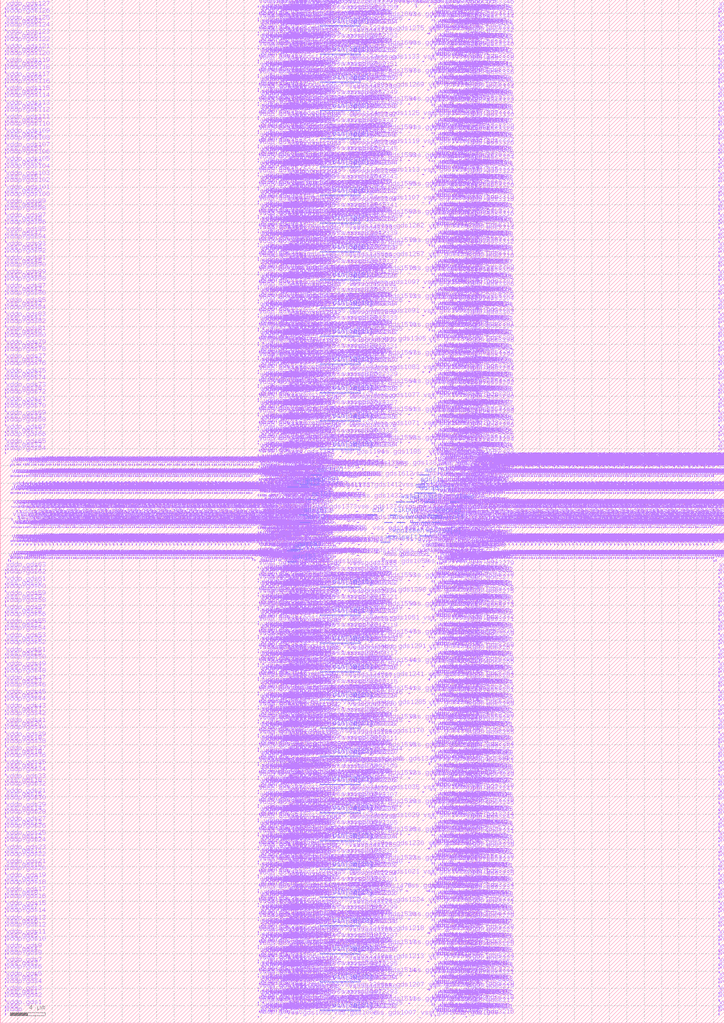
<source format=lef>
### Tool : gds2rh
### RedHawk Version : 19.1.7p1 RHEL6
### Vendor : Apache Design, Inc. A Subsidiary of ANSYS, Inc. 
### Date : Mar 02 2019, 00:03:14 

### Date generated : Wed Sep 14 16:23:39 2022
 
### Command : gds2rh -m /nfs/an/disks/an_mos_scratch01/mos/prod/runs/c224uhdlpsprf-ext-version-r1-0-1/r641703_00_00/r641703_00_00/avm/rv_avm/gds2rh_options_onstate.txt

VERSION 5.5 ;
NAMESCASESENSITIVE ON ;
DIVIDERCHAR "/" ;
BUSBITCHARS "[]" ;
MACRO ip224uhdlp1p11rf_2048x32m8b2c1s0_t0r0p1d0a1m1h_APACHECELL
 ORIGIN 0.000000 0.000000 ;
 SIZE 83.204000 BY 117.540000 ;
 PIN vddp
 DIRECTION INPUT ;
 USE POWER ;
 PORT
 LAYER m1 ;
 RECT 0.582000 0.935000 0.650000 1.135000 ;
 END
 END vddp
 PIN vddp.gds1
 DIRECTION INOUT ;
 USE POWER ;
 PORT
 LAYER m1 ;
 RECT 0.582000 1.745000 0.650000 1.945000 ;
 END
 END vddp.gds1
 PIN vddp.gds2
 DIRECTION INOUT ;
 USE POWER ;
 PORT
 LAYER m1 ;
 RECT 0.582000 2.555000 0.650000 2.755000 ;
 END
 END vddp.gds2
 PIN vddp.gds3
 DIRECTION INOUT ;
 USE POWER ;
 PORT
 LAYER m1 ;
 RECT 0.582000 3.365000 0.650000 3.565000 ;
 END
 END vddp.gds3
 PIN vddp.gds4
 DIRECTION INOUT ;
 USE POWER ;
 PORT
 LAYER m1 ;
 RECT 0.582000 4.175000 0.650000 4.375000 ;
 END
 END vddp.gds4
 PIN vddp.gds5
 DIRECTION INOUT ;
 USE POWER ;
 PORT
 LAYER m1 ;
 RECT 0.582000 4.985000 0.650000 5.185000 ;
 END
 END vddp.gds5
 PIN vddp.gds6
 DIRECTION INOUT ;
 USE POWER ;
 PORT
 LAYER m1 ;
 RECT 0.582000 5.795000 0.650000 5.995000 ;
 END
 END vddp.gds6
 PIN vddp.gds7
 DIRECTION INOUT ;
 USE POWER ;
 PORT
 LAYER m1 ;
 RECT 0.582000 6.605000 0.650000 6.805000 ;
 END
 END vddp.gds7
 PIN vddp.gds8
 DIRECTION INOUT ;
 USE POWER ;
 PORT
 LAYER m1 ;
 RECT 0.582000 7.415000 0.650000 7.615000 ;
 END
 END vddp.gds8
 PIN vddp.gds9
 DIRECTION INOUT ;
 USE POWER ;
 PORT
 LAYER m1 ;
 RECT 0.582000 8.225000 0.650000 8.425000 ;
 END
 END vddp.gds9
 PIN vddp.gds10
 DIRECTION INOUT ;
 USE POWER ;
 PORT
 LAYER m1 ;
 RECT 0.582000 9.035000 0.650000 9.235000 ;
 END
 END vddp.gds10
 PIN vddp.gds11
 DIRECTION INOUT ;
 USE POWER ;
 PORT
 LAYER m1 ;
 RECT 0.582000 9.845000 0.650000 10.045000 ;
 END
 END vddp.gds11
 PIN vddp.gds12
 DIRECTION INOUT ;
 USE POWER ;
 PORT
 LAYER m1 ;
 RECT 0.582000 10.655000 0.650000 10.855000 ;
 END
 END vddp.gds12
 PIN vddp.gds13
 DIRECTION INOUT ;
 USE POWER ;
 PORT
 LAYER m1 ;
 RECT 0.582000 11.465000 0.650000 11.665000 ;
 END
 END vddp.gds13
 PIN vddp.gds14
 DIRECTION INOUT ;
 USE POWER ;
 PORT
 LAYER m1 ;
 RECT 0.582000 12.275000 0.650000 12.475000 ;
 END
 END vddp.gds14
 PIN vddp.gds15
 DIRECTION INOUT ;
 USE POWER ;
 PORT
 LAYER m1 ;
 RECT 0.582000 13.085000 0.650000 13.285000 ;
 END
 END vddp.gds15
 PIN vddp.gds16
 DIRECTION INOUT ;
 USE POWER ;
 PORT
 LAYER m1 ;
 RECT 0.582000 13.895000 0.650000 14.095000 ;
 END
 END vddp.gds16
 PIN vddp.gds17
 DIRECTION INOUT ;
 USE POWER ;
 PORT
 LAYER m1 ;
 RECT 0.582000 14.705000 0.650000 14.905000 ;
 END
 END vddp.gds17
 PIN vddp.gds18
 DIRECTION INOUT ;
 USE POWER ;
 PORT
 LAYER m1 ;
 RECT 0.582000 15.515000 0.650000 15.715000 ;
 END
 END vddp.gds18
 PIN vddp.gds19
 DIRECTION INOUT ;
 USE POWER ;
 PORT
 LAYER m1 ;
 RECT 0.582000 16.325000 0.650000 16.525000 ;
 END
 END vddp.gds19
 PIN vddp.gds20
 DIRECTION INOUT ;
 USE POWER ;
 PORT
 LAYER m1 ;
 RECT 0.582000 17.135000 0.650000 17.335000 ;
 END
 END vddp.gds20
 PIN vddp.gds21
 DIRECTION INOUT ;
 USE POWER ;
 PORT
 LAYER m1 ;
 RECT 0.582000 17.945000 0.650000 18.145000 ;
 END
 END vddp.gds21
 PIN vddp.gds22
 DIRECTION INOUT ;
 USE POWER ;
 PORT
 LAYER m1 ;
 RECT 0.582000 18.755000 0.650000 18.955000 ;
 END
 END vddp.gds22
 PIN vddp.gds23
 DIRECTION INOUT ;
 USE POWER ;
 PORT
 LAYER m1 ;
 RECT 0.582000 19.565000 0.650000 19.765000 ;
 END
 END vddp.gds23
 PIN vddp.gds24
 DIRECTION INOUT ;
 USE POWER ;
 PORT
 LAYER m1 ;
 RECT 0.582000 20.375000 0.650000 20.575000 ;
 END
 END vddp.gds24
 PIN vddp.gds25
 DIRECTION INOUT ;
 USE POWER ;
 PORT
 LAYER m1 ;
 RECT 0.582000 21.185000 0.650000 21.385000 ;
 END
 END vddp.gds25
 PIN vddp.gds26
 DIRECTION INOUT ;
 USE POWER ;
 PORT
 LAYER m1 ;
 RECT 0.582000 21.995000 0.650000 22.195000 ;
 END
 END vddp.gds26
 PIN vddp.gds27
 DIRECTION INOUT ;
 USE POWER ;
 PORT
 LAYER m1 ;
 RECT 0.582000 22.805000 0.650000 23.005000 ;
 END
 END vddp.gds27
 PIN vddp.gds28
 DIRECTION INOUT ;
 USE POWER ;
 PORT
 LAYER m1 ;
 RECT 0.582000 23.615000 0.650000 23.815000 ;
 END
 END vddp.gds28
 PIN vddp.gds29
 DIRECTION INOUT ;
 USE POWER ;
 PORT
 LAYER m1 ;
 RECT 0.582000 24.425000 0.650000 24.625000 ;
 END
 END vddp.gds29
 PIN vddp.gds30
 DIRECTION INOUT ;
 USE POWER ;
 PORT
 LAYER m1 ;
 RECT 0.582000 25.235000 0.650000 25.435000 ;
 END
 END vddp.gds30
 PIN vddp.gds31
 DIRECTION INOUT ;
 USE POWER ;
 PORT
 LAYER m1 ;
 RECT 0.582000 26.045000 0.650000 26.245000 ;
 END
 END vddp.gds31
 PIN vddp.gds32
 DIRECTION INOUT ;
 USE POWER ;
 PORT
 LAYER m1 ;
 RECT 0.582000 26.855000 0.650000 27.055000 ;
 END
 END vddp.gds32
 PIN vddp.gds33
 DIRECTION INOUT ;
 USE POWER ;
 PORT
 LAYER m1 ;
 RECT 0.582000 27.665000 0.650000 27.865000 ;
 END
 END vddp.gds33
 PIN vddp.gds34
 DIRECTION INOUT ;
 USE POWER ;
 PORT
 LAYER m1 ;
 RECT 0.582000 28.475000 0.650000 28.675000 ;
 END
 END vddp.gds34
 PIN vddp.gds35
 DIRECTION INOUT ;
 USE POWER ;
 PORT
 LAYER m1 ;
 RECT 0.582000 29.285000 0.650000 29.485000 ;
 END
 END vddp.gds35
 PIN vddp.gds36
 DIRECTION INOUT ;
 USE POWER ;
 PORT
 LAYER m1 ;
 RECT 0.582000 30.095000 0.650000 30.295000 ;
 END
 END vddp.gds36
 PIN vddp.gds37
 DIRECTION INOUT ;
 USE POWER ;
 PORT
 LAYER m1 ;
 RECT 0.582000 30.905000 0.650000 31.105000 ;
 END
 END vddp.gds37
 PIN vddp.gds38
 DIRECTION INOUT ;
 USE POWER ;
 PORT
 LAYER m1 ;
 RECT 0.582000 31.715000 0.650000 31.915000 ;
 END
 END vddp.gds38
 PIN vddp.gds39
 DIRECTION INOUT ;
 USE POWER ;
 PORT
 LAYER m1 ;
 RECT 0.582000 32.525000 0.650000 32.725000 ;
 END
 END vddp.gds39
 PIN vddp.gds40
 DIRECTION INOUT ;
 USE POWER ;
 PORT
 LAYER m1 ;
 RECT 0.582000 33.335000 0.650000 33.535000 ;
 END
 END vddp.gds40
 PIN vddp.gds41
 DIRECTION INOUT ;
 USE POWER ;
 PORT
 LAYER m1 ;
 RECT 0.582000 34.145000 0.650000 34.345000 ;
 END
 END vddp.gds41
 PIN vddp.gds42
 DIRECTION INOUT ;
 USE POWER ;
 PORT
 LAYER m1 ;
 RECT 0.582000 34.955000 0.650000 35.155000 ;
 END
 END vddp.gds42
 PIN vddp.gds43
 DIRECTION INOUT ;
 USE POWER ;
 PORT
 LAYER m1 ;
 RECT 0.582000 35.765000 0.650000 35.965000 ;
 END
 END vddp.gds43
 PIN vddp.gds44
 DIRECTION INOUT ;
 USE POWER ;
 PORT
 LAYER m1 ;
 RECT 0.582000 36.575000 0.650000 36.775000 ;
 END
 END vddp.gds44
 PIN vddp.gds45
 DIRECTION INOUT ;
 USE POWER ;
 PORT
 LAYER m1 ;
 RECT 0.582000 37.385000 0.650000 37.585000 ;
 END
 END vddp.gds45
 PIN vddp.gds46
 DIRECTION INOUT ;
 USE POWER ;
 PORT
 LAYER m1 ;
 RECT 0.582000 38.195000 0.650000 38.395000 ;
 END
 END vddp.gds46
 PIN vddp.gds47
 DIRECTION INOUT ;
 USE POWER ;
 PORT
 LAYER m1 ;
 RECT 0.582000 39.005000 0.650000 39.205000 ;
 END
 END vddp.gds47
 PIN vddp.gds48
 DIRECTION INOUT ;
 USE POWER ;
 PORT
 LAYER m1 ;
 RECT 0.582000 39.815000 0.650000 40.015000 ;
 END
 END vddp.gds48
 PIN vddp.gds49
 DIRECTION INOUT ;
 USE POWER ;
 PORT
 LAYER m1 ;
 RECT 0.582000 40.625000 0.650000 40.825000 ;
 END
 END vddp.gds49
 PIN vddp.gds50
 DIRECTION INOUT ;
 USE POWER ;
 PORT
 LAYER m1 ;
 RECT 0.582000 41.435000 0.650000 41.635000 ;
 END
 END vddp.gds50
 PIN vddp.gds51
 DIRECTION INOUT ;
 USE POWER ;
 PORT
 LAYER m1 ;
 RECT 0.582000 42.245000 0.650000 42.445000 ;
 END
 END vddp.gds51
 PIN vddp.gds52
 DIRECTION INOUT ;
 USE POWER ;
 PORT
 LAYER m1 ;
 RECT 0.582000 43.055000 0.650000 43.255000 ;
 END
 END vddp.gds52
 PIN vddp.gds53
 DIRECTION INOUT ;
 USE POWER ;
 PORT
 LAYER m1 ;
 RECT 0.582000 43.865000 0.650000 44.065000 ;
 END
 END vddp.gds53
 PIN vddp.gds54
 DIRECTION INOUT ;
 USE POWER ;
 PORT
 LAYER m1 ;
 RECT 0.582000 44.675000 0.650000 44.875000 ;
 END
 END vddp.gds54
 PIN vddp.gds55
 DIRECTION INOUT ;
 USE POWER ;
 PORT
 LAYER m1 ;
 RECT 0.582000 45.485000 0.650000 45.685000 ;
 END
 END vddp.gds55
 PIN vddp.gds56
 DIRECTION INOUT ;
 USE POWER ;
 PORT
 LAYER m1 ;
 RECT 0.582000 46.295000 0.650000 46.495000 ;
 END
 END vddp.gds56
 PIN vddp.gds57
 DIRECTION INOUT ;
 USE POWER ;
 PORT
 LAYER m1 ;
 RECT 0.582000 47.105000 0.650000 47.305000 ;
 END
 END vddp.gds57
 PIN vddp.gds58
 DIRECTION INOUT ;
 USE POWER ;
 PORT
 LAYER m1 ;
 RECT 0.582000 47.915000 0.650000 48.115000 ;
 END
 END vddp.gds58
 PIN vddp.gds59
 DIRECTION INOUT ;
 USE POWER ;
 PORT
 LAYER m1 ;
 RECT 0.582000 48.725000 0.650000 48.925000 ;
 END
 END vddp.gds59
 PIN vddp.gds60
 DIRECTION INOUT ;
 USE POWER ;
 PORT
 LAYER m1 ;
 RECT 0.582000 49.535000 0.650000 49.735000 ;
 END
 END vddp.gds60
 PIN vddp.gds61
 DIRECTION INOUT ;
 USE POWER ;
 PORT
 LAYER m1 ;
 RECT 0.582000 50.345000 0.650000 50.545000 ;
 END
 END vddp.gds61
 PIN vddp.gds62
 DIRECTION INOUT ;
 USE POWER ;
 PORT
 LAYER m1 ;
 RECT 0.582000 51.155000 0.650000 51.355000 ;
 END
 END vddp.gds62
 PIN vddp.gds63
 DIRECTION INOUT ;
 USE POWER ;
 PORT
 LAYER m1 ;
 RECT 0.582000 51.965000 0.650000 52.165000 ;
 END
 END vddp.gds63
 PIN vddp.gds64
 DIRECTION INOUT ;
 USE POWER ;
 PORT
 LAYER m1 ;
 RECT 0.582000 65.375000 0.650000 65.575000 ;
 END
 END vddp.gds64
 PIN vddp.gds65
 DIRECTION INOUT ;
 USE POWER ;
 PORT
 LAYER m1 ;
 RECT 0.582000 66.185000 0.650000 66.385000 ;
 END
 END vddp.gds65
 PIN vddp.gds66
 DIRECTION INOUT ;
 USE POWER ;
 PORT
 LAYER m1 ;
 RECT 0.582000 66.995000 0.650000 67.195000 ;
 END
 END vddp.gds66
 PIN vddp.gds67
 DIRECTION INOUT ;
 USE POWER ;
 PORT
 LAYER m1 ;
 RECT 0.582000 67.805000 0.650000 68.005000 ;
 END
 END vddp.gds67
 PIN vddp.gds68
 DIRECTION INOUT ;
 USE POWER ;
 PORT
 LAYER m1 ;
 RECT 0.582000 68.615000 0.650000 68.815000 ;
 END
 END vddp.gds68
 PIN vddp.gds69
 DIRECTION INOUT ;
 USE POWER ;
 PORT
 LAYER m1 ;
 RECT 0.582000 69.425000 0.650000 69.625000 ;
 END
 END vddp.gds69
 PIN vddp.gds70
 DIRECTION INOUT ;
 USE POWER ;
 PORT
 LAYER m1 ;
 RECT 0.582000 70.235000 0.650000 70.435000 ;
 END
 END vddp.gds70
 PIN vddp.gds71
 DIRECTION INOUT ;
 USE POWER ;
 PORT
 LAYER m1 ;
 RECT 0.582000 71.045000 0.650000 71.245000 ;
 END
 END vddp.gds71
 PIN vddp.gds72
 DIRECTION INOUT ;
 USE POWER ;
 PORT
 LAYER m1 ;
 RECT 0.582000 71.855000 0.650000 72.055000 ;
 END
 END vddp.gds72
 PIN vddp.gds73
 DIRECTION INOUT ;
 USE POWER ;
 PORT
 LAYER m1 ;
 RECT 0.582000 72.665000 0.650000 72.865000 ;
 END
 END vddp.gds73
 PIN vddp.gds74
 DIRECTION INOUT ;
 USE POWER ;
 PORT
 LAYER m1 ;
 RECT 0.582000 73.475000 0.650000 73.675000 ;
 END
 END vddp.gds74
 PIN vddp.gds75
 DIRECTION INOUT ;
 USE POWER ;
 PORT
 LAYER m1 ;
 RECT 0.582000 74.285000 0.650000 74.485000 ;
 END
 END vddp.gds75
 PIN vddp.gds76
 DIRECTION INOUT ;
 USE POWER ;
 PORT
 LAYER m1 ;
 RECT 0.582000 75.095000 0.650000 75.295000 ;
 END
 END vddp.gds76
 PIN vddp.gds77
 DIRECTION INOUT ;
 USE POWER ;
 PORT
 LAYER m1 ;
 RECT 0.582000 75.905000 0.650000 76.105000 ;
 END
 END vddp.gds77
 PIN vddp.gds78
 DIRECTION INOUT ;
 USE POWER ;
 PORT
 LAYER m1 ;
 RECT 0.582000 76.715000 0.650000 76.915000 ;
 END
 END vddp.gds78
 PIN vddp.gds79
 DIRECTION INOUT ;
 USE POWER ;
 PORT
 LAYER m1 ;
 RECT 0.582000 77.525000 0.650000 77.725000 ;
 END
 END vddp.gds79
 PIN vddp.gds80
 DIRECTION INOUT ;
 USE POWER ;
 PORT
 LAYER m1 ;
 RECT 0.582000 78.335000 0.650000 78.535000 ;
 END
 END vddp.gds80
 PIN vddp.gds81
 DIRECTION INOUT ;
 USE POWER ;
 PORT
 LAYER m1 ;
 RECT 0.582000 79.145000 0.650000 79.345000 ;
 END
 END vddp.gds81
 PIN vddp.gds82
 DIRECTION INOUT ;
 USE POWER ;
 PORT
 LAYER m1 ;
 RECT 0.582000 79.955000 0.650000 80.155000 ;
 END
 END vddp.gds82
 PIN vddp.gds83
 DIRECTION INOUT ;
 USE POWER ;
 PORT
 LAYER m1 ;
 RECT 0.582000 80.765000 0.650000 80.965000 ;
 END
 END vddp.gds83
 PIN vddp.gds84
 DIRECTION INOUT ;
 USE POWER ;
 PORT
 LAYER m1 ;
 RECT 0.582000 81.575000 0.650000 81.775000 ;
 END
 END vddp.gds84
 PIN vddp.gds85
 DIRECTION INOUT ;
 USE POWER ;
 PORT
 LAYER m1 ;
 RECT 0.582000 82.385000 0.650000 82.585000 ;
 END
 END vddp.gds85
 PIN vddp.gds86
 DIRECTION INOUT ;
 USE POWER ;
 PORT
 LAYER m1 ;
 RECT 0.582000 83.195000 0.650000 83.395000 ;
 END
 END vddp.gds86
 PIN vddp.gds87
 DIRECTION INOUT ;
 USE POWER ;
 PORT
 LAYER m1 ;
 RECT 0.582000 84.005000 0.650000 84.205000 ;
 END
 END vddp.gds87
 PIN vddp.gds88
 DIRECTION INOUT ;
 USE POWER ;
 PORT
 LAYER m1 ;
 RECT 0.582000 84.815000 0.650000 85.015000 ;
 END
 END vddp.gds88
 PIN vddp.gds89
 DIRECTION INOUT ;
 USE POWER ;
 PORT
 LAYER m1 ;
 RECT 0.582000 85.625000 0.650000 85.825000 ;
 END
 END vddp.gds89
 PIN vddp.gds90
 DIRECTION INOUT ;
 USE POWER ;
 PORT
 LAYER m1 ;
 RECT 0.582000 86.435000 0.650000 86.635000 ;
 END
 END vddp.gds90
 PIN vddp.gds91
 DIRECTION INOUT ;
 USE POWER ;
 PORT
 LAYER m1 ;
 RECT 0.582000 87.245000 0.650000 87.445000 ;
 END
 END vddp.gds91
 PIN vddp.gds92
 DIRECTION INOUT ;
 USE POWER ;
 PORT
 LAYER m1 ;
 RECT 0.582000 88.055000 0.650000 88.255000 ;
 END
 END vddp.gds92
 PIN vddp.gds93
 DIRECTION INOUT ;
 USE POWER ;
 PORT
 LAYER m1 ;
 RECT 0.582000 88.865000 0.650000 89.065000 ;
 END
 END vddp.gds93
 PIN vddp.gds94
 DIRECTION INOUT ;
 USE POWER ;
 PORT
 LAYER m1 ;
 RECT 0.582000 89.675000 0.650000 89.875000 ;
 END
 END vddp.gds94
 PIN vddp.gds95
 DIRECTION INOUT ;
 USE POWER ;
 PORT
 LAYER m1 ;
 RECT 0.582000 90.485000 0.650000 90.685000 ;
 END
 END vddp.gds95
 PIN vddp.gds96
 DIRECTION INOUT ;
 USE POWER ;
 PORT
 LAYER m1 ;
 RECT 0.582000 91.295000 0.650000 91.495000 ;
 END
 END vddp.gds96
 PIN vddp.gds97
 DIRECTION INOUT ;
 USE POWER ;
 PORT
 LAYER m1 ;
 RECT 0.582000 92.105000 0.650000 92.305000 ;
 END
 END vddp.gds97
 PIN vddp.gds98
 DIRECTION INOUT ;
 USE POWER ;
 PORT
 LAYER m1 ;
 RECT 0.582000 92.915000 0.650000 93.115000 ;
 END
 END vddp.gds98
 PIN vddp.gds99
 DIRECTION INOUT ;
 USE POWER ;
 PORT
 LAYER m1 ;
 RECT 0.582000 93.725000 0.650000 93.925000 ;
 END
 END vddp.gds99
 PIN vddp.gds100
 DIRECTION INOUT ;
 USE POWER ;
 PORT
 LAYER m1 ;
 RECT 0.582000 94.535000 0.650000 94.735000 ;
 END
 END vddp.gds100
 PIN vddp.gds101
 DIRECTION INOUT ;
 USE POWER ;
 PORT
 LAYER m1 ;
 RECT 0.582000 95.345000 0.650000 95.545000 ;
 END
 END vddp.gds101
 PIN vddp.gds102
 DIRECTION INOUT ;
 USE POWER ;
 PORT
 LAYER m1 ;
 RECT 0.582000 96.155000 0.650000 96.355000 ;
 END
 END vddp.gds102
 PIN vddp.gds103
 DIRECTION INOUT ;
 USE POWER ;
 PORT
 LAYER m1 ;
 RECT 0.582000 96.965000 0.650000 97.165000 ;
 END
 END vddp.gds103
 PIN vddp.gds104
 DIRECTION INOUT ;
 USE POWER ;
 PORT
 LAYER m1 ;
 RECT 0.582000 97.775000 0.650000 97.975000 ;
 END
 END vddp.gds104
 PIN vddp.gds105
 DIRECTION INOUT ;
 USE POWER ;
 PORT
 LAYER m1 ;
 RECT 0.582000 98.585000 0.650000 98.785000 ;
 END
 END vddp.gds105
 PIN vddp.gds106
 DIRECTION INOUT ;
 USE POWER ;
 PORT
 LAYER m1 ;
 RECT 0.582000 99.395000 0.650000 99.595000 ;
 END
 END vddp.gds106
 PIN vddp.gds107
 DIRECTION INOUT ;
 USE POWER ;
 PORT
 LAYER m1 ;
 RECT 0.582000 100.205000 0.650000 100.405000 ;
 END
 END vddp.gds107
 PIN vddp.gds108
 DIRECTION INOUT ;
 USE POWER ;
 PORT
 LAYER m1 ;
 RECT 0.582000 101.015000 0.650000 101.215000 ;
 END
 END vddp.gds108
 PIN vddp.gds109
 DIRECTION INOUT ;
 USE POWER ;
 PORT
 LAYER m1 ;
 RECT 0.582000 101.825000 0.650000 102.025000 ;
 END
 END vddp.gds109
 PIN vddp.gds110
 DIRECTION INOUT ;
 USE POWER ;
 PORT
 LAYER m1 ;
 RECT 0.582000 102.635000 0.650000 102.835000 ;
 END
 END vddp.gds110
 PIN vddp.gds111
 DIRECTION INOUT ;
 USE POWER ;
 PORT
 LAYER m1 ;
 RECT 0.582000 103.445000 0.650000 103.645000 ;
 END
 END vddp.gds111
 PIN vddp.gds112
 DIRECTION INOUT ;
 USE POWER ;
 PORT
 LAYER m1 ;
 RECT 0.582000 104.255000 0.650000 104.455000 ;
 END
 END vddp.gds112
 PIN vddp.gds113
 DIRECTION INOUT ;
 USE POWER ;
 PORT
 LAYER m1 ;
 RECT 0.582000 105.065000 0.650000 105.265000 ;
 END
 END vddp.gds113
 PIN vddp.gds114
 DIRECTION INOUT ;
 USE POWER ;
 PORT
 LAYER m1 ;
 RECT 0.582000 105.875000 0.650000 106.075000 ;
 END
 END vddp.gds114
 PIN vddp.gds115
 DIRECTION INOUT ;
 USE POWER ;
 PORT
 LAYER m1 ;
 RECT 0.582000 106.685000 0.650000 106.885000 ;
 END
 END vddp.gds115
 PIN vddp.gds116
 DIRECTION INOUT ;
 USE POWER ;
 PORT
 LAYER m1 ;
 RECT 0.582000 107.495000 0.650000 107.695000 ;
 END
 END vddp.gds116
 PIN vddp.gds117
 DIRECTION INOUT ;
 USE POWER ;
 PORT
 LAYER m1 ;
 RECT 0.582000 108.305000 0.650000 108.505000 ;
 END
 END vddp.gds117
 PIN vddp.gds118
 DIRECTION INOUT ;
 USE POWER ;
 PORT
 LAYER m1 ;
 RECT 0.582000 109.115000 0.650000 109.315000 ;
 END
 END vddp.gds118
 PIN vddp.gds119
 DIRECTION INOUT ;
 USE POWER ;
 PORT
 LAYER m1 ;
 RECT 0.582000 109.925000 0.650000 110.125000 ;
 END
 END vddp.gds119
 PIN vddp.gds120
 DIRECTION INOUT ;
 USE POWER ;
 PORT
 LAYER m1 ;
 RECT 0.582000 110.735000 0.650000 110.935000 ;
 END
 END vddp.gds120
 PIN vddp.gds121
 DIRECTION INOUT ;
 USE POWER ;
 PORT
 LAYER m1 ;
 RECT 0.582000 111.545000 0.650000 111.745000 ;
 END
 END vddp.gds121
 PIN vddp.gds122
 DIRECTION INOUT ;
 USE POWER ;
 PORT
 LAYER m1 ;
 RECT 0.582000 112.355000 0.650000 112.555000 ;
 END
 END vddp.gds122
 PIN vddp.gds123
 DIRECTION INOUT ;
 USE POWER ;
 PORT
 LAYER m1 ;
 RECT 0.582000 113.165000 0.650000 113.365000 ;
 END
 END vddp.gds123
 PIN vddp.gds124
 DIRECTION INOUT ;
 USE POWER ;
 PORT
 LAYER m1 ;
 RECT 0.582000 113.975000 0.650000 114.175000 ;
 END
 END vddp.gds124
 PIN vddp.gds125
 DIRECTION INOUT ;
 USE POWER ;
 PORT
 LAYER m1 ;
 RECT 0.582000 114.785000 0.650000 114.985000 ;
 END
 END vddp.gds125
 PIN vddp.gds126
 DIRECTION INOUT ;
 USE POWER ;
 PORT
 LAYER m1 ;
 RECT 0.582000 115.595000 0.650000 115.795000 ;
 END
 END vddp.gds126
 PIN vddp.gds127
 DIRECTION INOUT ;
 USE POWER ;
 PORT
 LAYER m1 ;
 RECT 0.582000 116.405000 0.650000 116.605000 ;
 END
 END vddp.gds127
 PIN vddp.gds128
 DIRECTION INOUT ;
 USE POWER ;
 PORT
 LAYER m1 ;
 RECT 1.338000 54.881000 1.406000 55.081000 ;
 END
 END vddp.gds128
 PIN vddp.gds129
 DIRECTION INOUT ;
 USE POWER ;
 PORT
 LAYER m1 ;
 RECT 1.338000 61.199000 1.406000 61.399000 ;
 END
 END vddp.gds129
 PIN vddp.gds130
 DIRECTION INOUT ;
 USE POWER ;
 PORT
 LAYER m1 ;
 RECT 1.770000 54.881000 1.838000 55.081000 ;
 END
 END vddp.gds130
 PIN vddp.gds131
 DIRECTION INOUT ;
 USE POWER ;
 PORT
 LAYER m1 ;
 RECT 1.770000 61.199000 1.838000 61.399000 ;
 END
 END vddp.gds131
 PIN vddp.gds132
 DIRECTION INOUT ;
 USE POWER ;
 PORT
 LAYER m1 ;
 RECT 1.878000 57.377000 1.946000 57.577000 ;
 END
 END vddp.gds132
 PIN vddp.gds133
 DIRECTION INOUT ;
 USE POWER ;
 PORT
 LAYER m1 ;
 RECT 1.878000 58.703000 1.946000 58.903000 ;
 END
 END vddp.gds133
 PIN vddp.gds134
 DIRECTION INOUT ;
 USE POWER ;
 PORT
 LAYER m1 ;
 RECT 2.094000 58.040000 2.162000 58.240000 ;
 END
 END vddp.gds134
 PIN vddp.gds135
 DIRECTION INOUT ;
 USE POWER ;
 PORT
 LAYER m1 ;
 RECT 2.202000 54.881000 2.270000 55.081000 ;
 END
 END vddp.gds135
 PIN vddp.gds136
 DIRECTION INOUT ;
 USE POWER ;
 PORT
 LAYER m1 ;
 RECT 2.202000 61.199000 2.270000 61.399000 ;
 END
 END vddp.gds136
 PIN vddp.gds137
 DIRECTION INOUT ;
 USE POWER ;
 PORT
 LAYER m1 ;
 RECT 2.310000 57.377000 2.378000 57.577000 ;
 END
 END vddp.gds137
 PIN vddp.gds138
 DIRECTION INOUT ;
 USE POWER ;
 PORT
 LAYER m1 ;
 RECT 2.310000 58.703000 2.378000 58.903000 ;
 END
 END vddp.gds138
 PIN vddp.gds139
 DIRECTION INOUT ;
 USE POWER ;
 PORT
 LAYER m1 ;
 RECT 2.634000 54.881000 2.702000 55.081000 ;
 END
 END vddp.gds139
 PIN vddp.gds140
 DIRECTION INOUT ;
 USE POWER ;
 PORT
 LAYER m1 ;
 RECT 2.634000 61.199000 2.702000 61.399000 ;
 END
 END vddp.gds140
 PIN vddp.gds141
 DIRECTION INOUT ;
 USE POWER ;
 PORT
 LAYER m1 ;
 RECT 3.066000 54.881000 3.134000 55.081000 ;
 END
 END vddp.gds141
 PIN vddp.gds142
 DIRECTION INOUT ;
 USE POWER ;
 PORT
 LAYER m1 ;
 RECT 3.066000 61.199000 3.134000 61.399000 ;
 END
 END vddp.gds142
 PIN vddp.gds143
 DIRECTION INOUT ;
 USE POWER ;
 PORT
 LAYER m1 ;
 RECT 3.498000 54.881000 3.566000 55.081000 ;
 END
 END vddp.gds143
 PIN vddp.gds144
 DIRECTION INOUT ;
 USE POWER ;
 PORT
 LAYER m1 ;
 RECT 3.498000 61.199000 3.566000 61.399000 ;
 END
 END vddp.gds144
 PIN vddp.gds145
 DIRECTION INOUT ;
 USE POWER ;
 PORT
 LAYER m1 ;
 RECT 3.606000 57.377000 3.674000 57.577000 ;
 END
 END vddp.gds145
 PIN vddp.gds146
 DIRECTION INOUT ;
 USE POWER ;
 PORT
 LAYER m1 ;
 RECT 3.606000 58.703000 3.674000 58.903000 ;
 END
 END vddp.gds146
 PIN vddp.gds147
 DIRECTION INOUT ;
 USE POWER ;
 PORT
 LAYER m1 ;
 RECT 3.822000 58.040000 3.890000 58.240000 ;
 END
 END vddp.gds147
 PIN vddp.gds148
 DIRECTION INOUT ;
 USE POWER ;
 PORT
 LAYER m1 ;
 RECT 3.930000 54.881000 3.998000 55.081000 ;
 END
 END vddp.gds148
 PIN vddp.gds149
 DIRECTION INOUT ;
 USE POWER ;
 PORT
 LAYER m1 ;
 RECT 3.930000 61.199000 3.998000 61.399000 ;
 END
 END vddp.gds149
 PIN vddp.gds150
 DIRECTION INOUT ;
 USE POWER ;
 PORT
 LAYER m1 ;
 RECT 4.038000 57.377000 4.106000 57.577000 ;
 END
 END vddp.gds150
 PIN vddp.gds151
 DIRECTION INOUT ;
 USE POWER ;
 PORT
 LAYER m1 ;
 RECT 4.038000 58.703000 4.106000 58.903000 ;
 END
 END vddp.gds151
 PIN vddp.gds152
 DIRECTION INOUT ;
 USE POWER ;
 PORT
 LAYER m1 ;
 RECT 4.362000 54.881000 4.430000 55.081000 ;
 END
 END vddp.gds152
 PIN vddp.gds153
 DIRECTION INOUT ;
 USE POWER ;
 PORT
 LAYER m1 ;
 RECT 4.362000 61.199000 4.430000 61.399000 ;
 END
 END vddp.gds153
 PIN vddp.gds154
 DIRECTION INOUT ;
 USE POWER ;
 PORT
 LAYER m1 ;
 RECT 4.794000 54.881000 4.862000 55.081000 ;
 END
 END vddp.gds154
 PIN vddp.gds155
 DIRECTION INOUT ;
 USE POWER ;
 PORT
 LAYER m1 ;
 RECT 4.794000 61.199000 4.862000 61.399000 ;
 END
 END vddp.gds155
 PIN vddp.gds156
 DIRECTION INOUT ;
 USE POWER ;
 PORT
 LAYER m1 ;
 RECT 5.226000 54.881000 5.294000 55.081000 ;
 END
 END vddp.gds156
 PIN vddp.gds157
 DIRECTION INOUT ;
 USE POWER ;
 PORT
 LAYER m1 ;
 RECT 5.226000 61.199000 5.294000 61.399000 ;
 END
 END vddp.gds157
 PIN vddp.gds158
 DIRECTION INOUT ;
 USE POWER ;
 PORT
 LAYER m1 ;
 RECT 5.334000 57.377000 5.402000 57.577000 ;
 END
 END vddp.gds158
 PIN vddp.gds159
 DIRECTION INOUT ;
 USE POWER ;
 PORT
 LAYER m1 ;
 RECT 5.334000 58.703000 5.402000 58.903000 ;
 END
 END vddp.gds159
 PIN vddp.gds160
 DIRECTION INOUT ;
 USE POWER ;
 PORT
 LAYER m1 ;
 RECT 5.550000 58.040000 5.618000 58.240000 ;
 END
 END vddp.gds160
 PIN vddp.gds161
 DIRECTION INOUT ;
 USE POWER ;
 PORT
 LAYER m1 ;
 RECT 5.658000 54.881000 5.726000 55.081000 ;
 END
 END vddp.gds161
 PIN vddp.gds162
 DIRECTION INOUT ;
 USE POWER ;
 PORT
 LAYER m1 ;
 RECT 5.658000 61.199000 5.726000 61.399000 ;
 END
 END vddp.gds162
 PIN vddp.gds163
 DIRECTION INOUT ;
 USE POWER ;
 PORT
 LAYER m1 ;
 RECT 5.766000 57.377000 5.834000 57.577000 ;
 END
 END vddp.gds163
 PIN vddp.gds164
 DIRECTION INOUT ;
 USE POWER ;
 PORT
 LAYER m1 ;
 RECT 5.766000 58.703000 5.834000 58.903000 ;
 END
 END vddp.gds164
 PIN vddp.gds165
 DIRECTION INOUT ;
 USE POWER ;
 PORT
 LAYER m1 ;
 RECT 6.090000 54.881000 6.158000 55.081000 ;
 END
 END vddp.gds165
 PIN vddp.gds166
 DIRECTION INOUT ;
 USE POWER ;
 PORT
 LAYER m1 ;
 RECT 6.090000 61.199000 6.158000 61.399000 ;
 END
 END vddp.gds166
 PIN vddp.gds167
 DIRECTION INOUT ;
 USE POWER ;
 PORT
 LAYER m1 ;
 RECT 6.522000 54.881000 6.590000 55.081000 ;
 END
 END vddp.gds167
 PIN vddp.gds168
 DIRECTION INOUT ;
 USE POWER ;
 PORT
 LAYER m1 ;
 RECT 6.522000 61.199000 6.590000 61.399000 ;
 END
 END vddp.gds168
 PIN vddp.gds169
 DIRECTION INOUT ;
 USE POWER ;
 PORT
 LAYER m1 ;
 RECT 6.954000 54.881000 7.022000 55.081000 ;
 END
 END vddp.gds169
 PIN vddp.gds170
 DIRECTION INOUT ;
 USE POWER ;
 PORT
 LAYER m1 ;
 RECT 6.954000 61.199000 7.022000 61.399000 ;
 END
 END vddp.gds170
 PIN vddp.gds171
 DIRECTION INOUT ;
 USE POWER ;
 PORT
 LAYER m1 ;
 RECT 7.062000 57.377000 7.130000 57.577000 ;
 END
 END vddp.gds171
 PIN vddp.gds172
 DIRECTION INOUT ;
 USE POWER ;
 PORT
 LAYER m1 ;
 RECT 7.062000 58.703000 7.130000 58.903000 ;
 END
 END vddp.gds172
 PIN vddp.gds173
 DIRECTION INOUT ;
 USE POWER ;
 PORT
 LAYER m1 ;
 RECT 7.278000 58.040000 7.346000 58.240000 ;
 END
 END vddp.gds173
 PIN vddp.gds174
 DIRECTION INOUT ;
 USE POWER ;
 PORT
 LAYER m1 ;
 RECT 7.386000 54.881000 7.454000 55.081000 ;
 END
 END vddp.gds174
 PIN vddp.gds175
 DIRECTION INOUT ;
 USE POWER ;
 PORT
 LAYER m1 ;
 RECT 7.386000 61.199000 7.454000 61.399000 ;
 END
 END vddp.gds175
 PIN vddp.gds176
 DIRECTION INOUT ;
 USE POWER ;
 PORT
 LAYER m1 ;
 RECT 7.494000 57.377000 7.562000 57.577000 ;
 END
 END vddp.gds176
 PIN vddp.gds177
 DIRECTION INOUT ;
 USE POWER ;
 PORT
 LAYER m1 ;
 RECT 7.494000 58.703000 7.562000 58.903000 ;
 END
 END vddp.gds177
 PIN vddp.gds178
 DIRECTION INOUT ;
 USE POWER ;
 PORT
 LAYER m1 ;
 RECT 7.818000 54.881000 7.886000 55.081000 ;
 END
 END vddp.gds178
 PIN vddp.gds179
 DIRECTION INOUT ;
 USE POWER ;
 PORT
 LAYER m1 ;
 RECT 7.818000 61.199000 7.886000 61.399000 ;
 END
 END vddp.gds179
 PIN vddp.gds180
 DIRECTION INOUT ;
 USE POWER ;
 PORT
 LAYER m1 ;
 RECT 8.250000 54.881000 8.318000 55.081000 ;
 END
 END vddp.gds180
 PIN vddp.gds181
 DIRECTION INOUT ;
 USE POWER ;
 PORT
 LAYER m1 ;
 RECT 8.250000 61.199000 8.318000 61.399000 ;
 END
 END vddp.gds181
 PIN vddp.gds182
 DIRECTION INOUT ;
 USE POWER ;
 PORT
 LAYER m1 ;
 RECT 8.682000 54.881000 8.750000 55.081000 ;
 END
 END vddp.gds182
 PIN vddp.gds183
 DIRECTION INOUT ;
 USE POWER ;
 PORT
 LAYER m1 ;
 RECT 8.682000 61.199000 8.750000 61.399000 ;
 END
 END vddp.gds183
 PIN vddp.gds184
 DIRECTION INOUT ;
 USE POWER ;
 PORT
 LAYER m1 ;
 RECT 8.790000 57.377000 8.858000 57.577000 ;
 END
 END vddp.gds184
 PIN vddp.gds185
 DIRECTION INOUT ;
 USE POWER ;
 PORT
 LAYER m1 ;
 RECT 8.790000 58.703000 8.858000 58.903000 ;
 END
 END vddp.gds185
 PIN vddp.gds186
 DIRECTION INOUT ;
 USE POWER ;
 PORT
 LAYER m1 ;
 RECT 9.006000 58.040000 9.074000 58.240000 ;
 END
 END vddp.gds186
 PIN vddp.gds187
 DIRECTION INOUT ;
 USE POWER ;
 PORT
 LAYER m1 ;
 RECT 9.114000 54.881000 9.182000 55.081000 ;
 END
 END vddp.gds187
 PIN vddp.gds188
 DIRECTION INOUT ;
 USE POWER ;
 PORT
 LAYER m1 ;
 RECT 9.114000 61.199000 9.182000 61.399000 ;
 END
 END vddp.gds188
 PIN vddp.gds189
 DIRECTION INOUT ;
 USE POWER ;
 PORT
 LAYER m1 ;
 RECT 9.222000 57.377000 9.290000 57.577000 ;
 END
 END vddp.gds189
 PIN vddp.gds190
 DIRECTION INOUT ;
 USE POWER ;
 PORT
 LAYER m1 ;
 RECT 9.222000 58.703000 9.290000 58.903000 ;
 END
 END vddp.gds190
 PIN vddp.gds191
 DIRECTION INOUT ;
 USE POWER ;
 PORT
 LAYER m1 ;
 RECT 9.546000 54.881000 9.614000 55.081000 ;
 END
 END vddp.gds191
 PIN vddp.gds192
 DIRECTION INOUT ;
 USE POWER ;
 PORT
 LAYER m1 ;
 RECT 9.546000 61.199000 9.614000 61.399000 ;
 END
 END vddp.gds192
 PIN vddp.gds193
 DIRECTION INOUT ;
 USE POWER ;
 PORT
 LAYER m1 ;
 RECT 9.978000 54.881000 10.046000 55.081000 ;
 END
 END vddp.gds193
 PIN vddp.gds194
 DIRECTION INOUT ;
 USE POWER ;
 PORT
 LAYER m1 ;
 RECT 9.978000 61.199000 10.046000 61.399000 ;
 END
 END vddp.gds194
 PIN vddp.gds195
 DIRECTION INOUT ;
 USE POWER ;
 PORT
 LAYER m1 ;
 RECT 10.410000 54.881000 10.478000 55.081000 ;
 END
 END vddp.gds195
 PIN vddp.gds196
 DIRECTION INOUT ;
 USE POWER ;
 PORT
 LAYER m1 ;
 RECT 10.410000 61.199000 10.478000 61.399000 ;
 END
 END vddp.gds196
 PIN vddp.gds197
 DIRECTION INOUT ;
 USE POWER ;
 PORT
 LAYER m1 ;
 RECT 10.518000 57.377000 10.586000 57.577000 ;
 END
 END vddp.gds197
 PIN vddp.gds198
 DIRECTION INOUT ;
 USE POWER ;
 PORT
 LAYER m1 ;
 RECT 10.518000 58.703000 10.586000 58.903000 ;
 END
 END vddp.gds198
 PIN vddp.gds199
 DIRECTION INOUT ;
 USE POWER ;
 PORT
 LAYER m1 ;
 RECT 10.734000 58.040000 10.802000 58.240000 ;
 END
 END vddp.gds199
 PIN vddp.gds200
 DIRECTION INOUT ;
 USE POWER ;
 PORT
 LAYER m1 ;
 RECT 10.842000 54.881000 10.910000 55.081000 ;
 END
 END vddp.gds200
 PIN vddp.gds201
 DIRECTION INOUT ;
 USE POWER ;
 PORT
 LAYER m1 ;
 RECT 10.842000 61.199000 10.910000 61.399000 ;
 END
 END vddp.gds201
 PIN vddp.gds202
 DIRECTION INOUT ;
 USE POWER ;
 PORT
 LAYER m1 ;
 RECT 10.950000 57.377000 11.018000 57.577000 ;
 END
 END vddp.gds202
 PIN vddp.gds203
 DIRECTION INOUT ;
 USE POWER ;
 PORT
 LAYER m1 ;
 RECT 10.950000 58.703000 11.018000 58.903000 ;
 END
 END vddp.gds203
 PIN vddp.gds204
 DIRECTION INOUT ;
 USE POWER ;
 PORT
 LAYER m1 ;
 RECT 11.274000 54.881000 11.342000 55.081000 ;
 END
 END vddp.gds204
 PIN vddp.gds205
 DIRECTION INOUT ;
 USE POWER ;
 PORT
 LAYER m1 ;
 RECT 11.274000 61.199000 11.342000 61.399000 ;
 END
 END vddp.gds205
 PIN vddp.gds206
 DIRECTION INOUT ;
 USE POWER ;
 PORT
 LAYER m1 ;
 RECT 11.706000 54.881000 11.774000 55.081000 ;
 END
 END vddp.gds206
 PIN vddp.gds207
 DIRECTION INOUT ;
 USE POWER ;
 PORT
 LAYER m1 ;
 RECT 11.706000 61.199000 11.774000 61.399000 ;
 END
 END vddp.gds207
 PIN vddp.gds208
 DIRECTION INOUT ;
 USE POWER ;
 PORT
 LAYER m1 ;
 RECT 12.138000 54.881000 12.206000 55.081000 ;
 END
 END vddp.gds208
 PIN vddp.gds209
 DIRECTION INOUT ;
 USE POWER ;
 PORT
 LAYER m1 ;
 RECT 12.138000 61.199000 12.206000 61.399000 ;
 END
 END vddp.gds209
 PIN vddp.gds210
 DIRECTION INOUT ;
 USE POWER ;
 PORT
 LAYER m1 ;
 RECT 12.246000 57.377000 12.314000 57.577000 ;
 END
 END vddp.gds210
 PIN vddp.gds211
 DIRECTION INOUT ;
 USE POWER ;
 PORT
 LAYER m1 ;
 RECT 12.246000 58.703000 12.314000 58.903000 ;
 END
 END vddp.gds211
 PIN vddp.gds212
 DIRECTION INOUT ;
 USE POWER ;
 PORT
 LAYER m1 ;
 RECT 12.462000 58.040000 12.530000 58.240000 ;
 END
 END vddp.gds212
 PIN vddp.gds213
 DIRECTION INOUT ;
 USE POWER ;
 PORT
 LAYER m1 ;
 RECT 12.570000 54.881000 12.638000 55.081000 ;
 END
 END vddp.gds213
 PIN vddp.gds214
 DIRECTION INOUT ;
 USE POWER ;
 PORT
 LAYER m1 ;
 RECT 12.570000 61.199000 12.638000 61.399000 ;
 END
 END vddp.gds214
 PIN vddp.gds215
 DIRECTION INOUT ;
 USE POWER ;
 PORT
 LAYER m1 ;
 RECT 12.678000 57.377000 12.746000 57.577000 ;
 END
 END vddp.gds215
 PIN vddp.gds216
 DIRECTION INOUT ;
 USE POWER ;
 PORT
 LAYER m1 ;
 RECT 12.678000 58.703000 12.746000 58.903000 ;
 END
 END vddp.gds216
 PIN vddp.gds217
 DIRECTION INOUT ;
 USE POWER ;
 PORT
 LAYER m1 ;
 RECT 13.002000 54.881000 13.070000 55.081000 ;
 END
 END vddp.gds217
 PIN vddp.gds218
 DIRECTION INOUT ;
 USE POWER ;
 PORT
 LAYER m1 ;
 RECT 13.002000 61.199000 13.070000 61.399000 ;
 END
 END vddp.gds218
 PIN vddp.gds219
 DIRECTION INOUT ;
 USE POWER ;
 PORT
 LAYER m1 ;
 RECT 13.434000 54.881000 13.502000 55.081000 ;
 END
 END vddp.gds219
 PIN vddp.gds220
 DIRECTION INOUT ;
 USE POWER ;
 PORT
 LAYER m1 ;
 RECT 13.434000 61.199000 13.502000 61.399000 ;
 END
 END vddp.gds220
 PIN vddp.gds221
 DIRECTION INOUT ;
 USE POWER ;
 PORT
 LAYER m1 ;
 RECT 13.866000 54.881000 13.934000 55.081000 ;
 END
 END vddp.gds221
 PIN vddp.gds222
 DIRECTION INOUT ;
 USE POWER ;
 PORT
 LAYER m1 ;
 RECT 13.866000 61.199000 13.934000 61.399000 ;
 END
 END vddp.gds222
 PIN vddp.gds223
 DIRECTION INOUT ;
 USE POWER ;
 PORT
 LAYER m1 ;
 RECT 13.974000 57.377000 14.042000 57.577000 ;
 END
 END vddp.gds223
 PIN vddp.gds224
 DIRECTION INOUT ;
 USE POWER ;
 PORT
 LAYER m1 ;
 RECT 13.974000 58.703000 14.042000 58.903000 ;
 END
 END vddp.gds224
 PIN vddp.gds225
 DIRECTION INOUT ;
 USE POWER ;
 PORT
 LAYER m1 ;
 RECT 14.190000 58.040000 14.258000 58.240000 ;
 END
 END vddp.gds225
 PIN vddp.gds226
 DIRECTION INOUT ;
 USE POWER ;
 PORT
 LAYER m1 ;
 RECT 14.298000 54.881000 14.366000 55.081000 ;
 END
 END vddp.gds226
 PIN vddp.gds227
 DIRECTION INOUT ;
 USE POWER ;
 PORT
 LAYER m1 ;
 RECT 14.298000 61.199000 14.366000 61.399000 ;
 END
 END vddp.gds227
 PIN vddp.gds228
 DIRECTION INOUT ;
 USE POWER ;
 PORT
 LAYER m1 ;
 RECT 14.406000 57.377000 14.474000 57.577000 ;
 END
 END vddp.gds228
 PIN vddp.gds229
 DIRECTION INOUT ;
 USE POWER ;
 PORT
 LAYER m1 ;
 RECT 14.406000 58.703000 14.474000 58.903000 ;
 END
 END vddp.gds229
 PIN vddp.gds230
 DIRECTION INOUT ;
 USE POWER ;
 PORT
 LAYER m1 ;
 RECT 14.730000 54.881000 14.798000 55.081000 ;
 END
 END vddp.gds230
 PIN vddp.gds231
 DIRECTION INOUT ;
 USE POWER ;
 PORT
 LAYER m1 ;
 RECT 14.730000 61.199000 14.798000 61.399000 ;
 END
 END vddp.gds231
 PIN vddp.gds232
 DIRECTION INOUT ;
 USE POWER ;
 PORT
 LAYER m1 ;
 RECT 15.162000 54.881000 15.230000 55.081000 ;
 END
 END vddp.gds232
 PIN vddp.gds233
 DIRECTION INOUT ;
 USE POWER ;
 PORT
 LAYER m1 ;
 RECT 15.162000 61.199000 15.230000 61.399000 ;
 END
 END vddp.gds233
 PIN vddp.gds234
 DIRECTION INOUT ;
 USE POWER ;
 PORT
 LAYER m1 ;
 RECT 15.594000 54.881000 15.662000 55.081000 ;
 END
 END vddp.gds234
 PIN vddp.gds235
 DIRECTION INOUT ;
 USE POWER ;
 PORT
 LAYER m1 ;
 RECT 15.594000 61.199000 15.662000 61.399000 ;
 END
 END vddp.gds235
 PIN vddp.gds236
 DIRECTION INOUT ;
 USE POWER ;
 PORT
 LAYER m1 ;
 RECT 15.702000 57.377000 15.770000 57.577000 ;
 END
 END vddp.gds236
 PIN vddp.gds237
 DIRECTION INOUT ;
 USE POWER ;
 PORT
 LAYER m1 ;
 RECT 15.702000 58.703000 15.770000 58.903000 ;
 END
 END vddp.gds237
 PIN vddp.gds238
 DIRECTION INOUT ;
 USE POWER ;
 PORT
 LAYER m1 ;
 RECT 15.918000 58.040000 15.986000 58.240000 ;
 END
 END vddp.gds238
 PIN vddp.gds239
 DIRECTION INOUT ;
 USE POWER ;
 PORT
 LAYER m1 ;
 RECT 16.026000 54.881000 16.094000 55.081000 ;
 END
 END vddp.gds239
 PIN vddp.gds240
 DIRECTION INOUT ;
 USE POWER ;
 PORT
 LAYER m1 ;
 RECT 16.026000 61.199000 16.094000 61.399000 ;
 END
 END vddp.gds240
 PIN vddp.gds241
 DIRECTION INOUT ;
 USE POWER ;
 PORT
 LAYER m1 ;
 RECT 16.134000 57.377000 16.202000 57.577000 ;
 END
 END vddp.gds241
 PIN vddp.gds242
 DIRECTION INOUT ;
 USE POWER ;
 PORT
 LAYER m1 ;
 RECT 16.134000 58.703000 16.202000 58.903000 ;
 END
 END vddp.gds242
 PIN vddp.gds243
 DIRECTION INOUT ;
 USE POWER ;
 PORT
 LAYER m1 ;
 RECT 16.458000 54.881000 16.526000 55.081000 ;
 END
 END vddp.gds243
 PIN vddp.gds244
 DIRECTION INOUT ;
 USE POWER ;
 PORT
 LAYER m1 ;
 RECT 16.458000 61.199000 16.526000 61.399000 ;
 END
 END vddp.gds244
 PIN vddp.gds245
 DIRECTION INOUT ;
 USE POWER ;
 PORT
 LAYER m1 ;
 RECT 16.890000 54.881000 16.958000 55.081000 ;
 END
 END vddp.gds245
 PIN vddp.gds246
 DIRECTION INOUT ;
 USE POWER ;
 PORT
 LAYER m1 ;
 RECT 16.890000 61.199000 16.958000 61.399000 ;
 END
 END vddp.gds246
 PIN vddp.gds247
 DIRECTION INOUT ;
 USE POWER ;
 PORT
 LAYER m1 ;
 RECT 17.322000 54.881000 17.390000 55.081000 ;
 END
 END vddp.gds247
 PIN vddp.gds248
 DIRECTION INOUT ;
 USE POWER ;
 PORT
 LAYER m1 ;
 RECT 17.322000 61.199000 17.390000 61.399000 ;
 END
 END vddp.gds248
 PIN vddp.gds249
 DIRECTION INOUT ;
 USE POWER ;
 PORT
 LAYER m1 ;
 RECT 17.430000 57.377000 17.498000 57.577000 ;
 END
 END vddp.gds249
 PIN vddp.gds250
 DIRECTION INOUT ;
 USE POWER ;
 PORT
 LAYER m1 ;
 RECT 17.430000 58.703000 17.498000 58.903000 ;
 END
 END vddp.gds250
 PIN vddp.gds251
 DIRECTION INOUT ;
 USE POWER ;
 PORT
 LAYER m1 ;
 RECT 17.646000 58.040000 17.714000 58.240000 ;
 END
 END vddp.gds251
 PIN vddp.gds252
 DIRECTION INOUT ;
 USE POWER ;
 PORT
 LAYER m1 ;
 RECT 17.754000 54.881000 17.822000 55.081000 ;
 END
 END vddp.gds252
 PIN vddp.gds253
 DIRECTION INOUT ;
 USE POWER ;
 PORT
 LAYER m1 ;
 RECT 17.754000 61.199000 17.822000 61.399000 ;
 END
 END vddp.gds253
 PIN vddp.gds254
 DIRECTION INOUT ;
 USE POWER ;
 PORT
 LAYER m1 ;
 RECT 17.862000 57.377000 17.930000 57.577000 ;
 END
 END vddp.gds254
 PIN vddp.gds255
 DIRECTION INOUT ;
 USE POWER ;
 PORT
 LAYER m1 ;
 RECT 17.862000 58.703000 17.930000 58.903000 ;
 END
 END vddp.gds255
 PIN vddp.gds256
 DIRECTION INOUT ;
 USE POWER ;
 PORT
 LAYER m1 ;
 RECT 18.186000 54.881000 18.254000 55.081000 ;
 END
 END vddp.gds256
 PIN vddp.gds257
 DIRECTION INOUT ;
 USE POWER ;
 PORT
 LAYER m1 ;
 RECT 18.186000 61.199000 18.254000 61.399000 ;
 END
 END vddp.gds257
 PIN vddp.gds258
 DIRECTION INOUT ;
 USE POWER ;
 PORT
 LAYER m1 ;
 RECT 18.618000 54.881000 18.686000 55.081000 ;
 END
 END vddp.gds258
 PIN vddp.gds259
 DIRECTION INOUT ;
 USE POWER ;
 PORT
 LAYER m1 ;
 RECT 18.618000 61.199000 18.686000 61.399000 ;
 END
 END vddp.gds259
 PIN vddp.gds260
 DIRECTION INOUT ;
 USE POWER ;
 PORT
 LAYER m1 ;
 RECT 19.050000 54.881000 19.118000 55.081000 ;
 END
 END vddp.gds260
 PIN vddp.gds261
 DIRECTION INOUT ;
 USE POWER ;
 PORT
 LAYER m1 ;
 RECT 19.050000 61.199000 19.118000 61.399000 ;
 END
 END vddp.gds261
 PIN vddp.gds262
 DIRECTION INOUT ;
 USE POWER ;
 PORT
 LAYER m1 ;
 RECT 19.158000 57.377000 19.226000 57.577000 ;
 END
 END vddp.gds262
 PIN vddp.gds263
 DIRECTION INOUT ;
 USE POWER ;
 PORT
 LAYER m1 ;
 RECT 19.158000 58.703000 19.226000 58.903000 ;
 END
 END vddp.gds263
 PIN vddp.gds264
 DIRECTION INOUT ;
 USE POWER ;
 PORT
 LAYER m1 ;
 RECT 19.374000 58.040000 19.442000 58.240000 ;
 END
 END vddp.gds264
 PIN vddp.gds265
 DIRECTION INOUT ;
 USE POWER ;
 PORT
 LAYER m1 ;
 RECT 19.482000 54.881000 19.550000 55.081000 ;
 END
 END vddp.gds265
 PIN vddp.gds266
 DIRECTION INOUT ;
 USE POWER ;
 PORT
 LAYER m1 ;
 RECT 19.482000 61.199000 19.550000 61.399000 ;
 END
 END vddp.gds266
 PIN vddp.gds267
 DIRECTION INOUT ;
 USE POWER ;
 PORT
 LAYER m1 ;
 RECT 19.590000 57.377000 19.658000 57.577000 ;
 END
 END vddp.gds267
 PIN vddp.gds268
 DIRECTION INOUT ;
 USE POWER ;
 PORT
 LAYER m1 ;
 RECT 19.590000 58.703000 19.658000 58.903000 ;
 END
 END vddp.gds268
 PIN vddp.gds269
 DIRECTION INOUT ;
 USE POWER ;
 PORT
 LAYER m1 ;
 RECT 19.914000 54.881000 19.982000 55.081000 ;
 END
 END vddp.gds269
 PIN vddp.gds270
 DIRECTION INOUT ;
 USE POWER ;
 PORT
 LAYER m1 ;
 RECT 19.914000 61.199000 19.982000 61.399000 ;
 END
 END vddp.gds270
 PIN vddp.gds271
 DIRECTION INOUT ;
 USE POWER ;
 PORT
 LAYER m1 ;
 RECT 20.346000 54.881000 20.414000 55.081000 ;
 END
 END vddp.gds271
 PIN vddp.gds272
 DIRECTION INOUT ;
 USE POWER ;
 PORT
 LAYER m1 ;
 RECT 20.346000 61.199000 20.414000 61.399000 ;
 END
 END vddp.gds272
 PIN vddp.gds273
 DIRECTION INOUT ;
 USE POWER ;
 PORT
 LAYER m1 ;
 RECT 20.778000 54.881000 20.846000 55.081000 ;
 END
 END vddp.gds273
 PIN vddp.gds274
 DIRECTION INOUT ;
 USE POWER ;
 PORT
 LAYER m1 ;
 RECT 20.778000 61.199000 20.846000 61.399000 ;
 END
 END vddp.gds274
 PIN vddp.gds275
 DIRECTION INOUT ;
 USE POWER ;
 PORT
 LAYER m1 ;
 RECT 20.886000 57.377000 20.954000 57.577000 ;
 END
 END vddp.gds275
 PIN vddp.gds276
 DIRECTION INOUT ;
 USE POWER ;
 PORT
 LAYER m1 ;
 RECT 20.886000 58.703000 20.954000 58.903000 ;
 END
 END vddp.gds276
 PIN vddp.gds277
 DIRECTION INOUT ;
 USE POWER ;
 PORT
 LAYER m1 ;
 RECT 21.102000 58.040000 21.170000 58.240000 ;
 END
 END vddp.gds277
 PIN vddp.gds278
 DIRECTION INOUT ;
 USE POWER ;
 PORT
 LAYER m1 ;
 RECT 21.210000 54.881000 21.278000 55.081000 ;
 END
 END vddp.gds278
 PIN vddp.gds279
 DIRECTION INOUT ;
 USE POWER ;
 PORT
 LAYER m1 ;
 RECT 21.210000 61.199000 21.278000 61.399000 ;
 END
 END vddp.gds279
 PIN vddp.gds280
 DIRECTION INOUT ;
 USE POWER ;
 PORT
 LAYER m1 ;
 RECT 21.318000 57.377000 21.386000 57.577000 ;
 END
 END vddp.gds280
 PIN vddp.gds281
 DIRECTION INOUT ;
 USE POWER ;
 PORT
 LAYER m1 ;
 RECT 21.318000 58.703000 21.386000 58.903000 ;
 END
 END vddp.gds281
 PIN vddp.gds282
 DIRECTION INOUT ;
 USE POWER ;
 PORT
 LAYER m1 ;
 RECT 21.642000 54.881000 21.710000 55.081000 ;
 END
 END vddp.gds282
 PIN vddp.gds283
 DIRECTION INOUT ;
 USE POWER ;
 PORT
 LAYER m1 ;
 RECT 21.642000 61.199000 21.710000 61.399000 ;
 END
 END vddp.gds283
 PIN vddp.gds284
 DIRECTION INOUT ;
 USE POWER ;
 PORT
 LAYER m1 ;
 RECT 22.074000 54.881000 22.142000 55.081000 ;
 END
 END vddp.gds284
 PIN vddp.gds285
 DIRECTION INOUT ;
 USE POWER ;
 PORT
 LAYER m1 ;
 RECT 22.074000 61.199000 22.142000 61.399000 ;
 END
 END vddp.gds285
 PIN vddp.gds286
 DIRECTION INOUT ;
 USE POWER ;
 PORT
 LAYER m1 ;
 RECT 22.506000 54.881000 22.574000 55.081000 ;
 END
 END vddp.gds286
 PIN vddp.gds287
 DIRECTION INOUT ;
 USE POWER ;
 PORT
 LAYER m1 ;
 RECT 22.506000 61.199000 22.574000 61.399000 ;
 END
 END vddp.gds287
 PIN vddp.gds288
 DIRECTION INOUT ;
 USE POWER ;
 PORT
 LAYER m1 ;
 RECT 22.614000 57.377000 22.682000 57.577000 ;
 END
 END vddp.gds288
 PIN vddp.gds289
 DIRECTION INOUT ;
 USE POWER ;
 PORT
 LAYER m1 ;
 RECT 22.614000 58.703000 22.682000 58.903000 ;
 END
 END vddp.gds289
 PIN vddp.gds290
 DIRECTION INOUT ;
 USE POWER ;
 PORT
 LAYER m1 ;
 RECT 22.830000 58.040000 22.898000 58.240000 ;
 END
 END vddp.gds290
 PIN vddp.gds291
 DIRECTION INOUT ;
 USE POWER ;
 PORT
 LAYER m1 ;
 RECT 22.938000 54.881000 23.006000 55.081000 ;
 END
 END vddp.gds291
 PIN vddp.gds292
 DIRECTION INOUT ;
 USE POWER ;
 PORT
 LAYER m1 ;
 RECT 22.938000 61.199000 23.006000 61.399000 ;
 END
 END vddp.gds292
 PIN vddp.gds293
 DIRECTION INOUT ;
 USE POWER ;
 PORT
 LAYER m1 ;
 RECT 23.046000 57.377000 23.114000 57.577000 ;
 END
 END vddp.gds293
 PIN vddp.gds294
 DIRECTION INOUT ;
 USE POWER ;
 PORT
 LAYER m1 ;
 RECT 23.046000 58.703000 23.114000 58.903000 ;
 END
 END vddp.gds294
 PIN vddp.gds295
 DIRECTION INOUT ;
 USE POWER ;
 PORT
 LAYER m1 ;
 RECT 23.370000 54.881000 23.438000 55.081000 ;
 END
 END vddp.gds295
 PIN vddp.gds296
 DIRECTION INOUT ;
 USE POWER ;
 PORT
 LAYER m1 ;
 RECT 23.370000 61.199000 23.438000 61.399000 ;
 END
 END vddp.gds296
 PIN vddp.gds297
 DIRECTION INOUT ;
 USE POWER ;
 PORT
 LAYER m1 ;
 RECT 23.802000 54.881000 23.870000 55.081000 ;
 END
 END vddp.gds297
 PIN vddp.gds298
 DIRECTION INOUT ;
 USE POWER ;
 PORT
 LAYER m1 ;
 RECT 23.802000 61.199000 23.870000 61.399000 ;
 END
 END vddp.gds298
 PIN vddp.gds299
 DIRECTION INOUT ;
 USE POWER ;
 PORT
 LAYER m1 ;
 RECT 24.234000 54.881000 24.302000 55.081000 ;
 END
 END vddp.gds299
 PIN vddp.gds300
 DIRECTION INOUT ;
 USE POWER ;
 PORT
 LAYER m1 ;
 RECT 24.234000 61.199000 24.302000 61.399000 ;
 END
 END vddp.gds300
 PIN vddp.gds301
 DIRECTION INOUT ;
 USE POWER ;
 PORT
 LAYER m1 ;
 RECT 24.342000 57.377000 24.410000 57.577000 ;
 END
 END vddp.gds301
 PIN vddp.gds302
 DIRECTION INOUT ;
 USE POWER ;
 PORT
 LAYER m1 ;
 RECT 24.342000 58.703000 24.410000 58.903000 ;
 END
 END vddp.gds302
 PIN vddp.gds303
 DIRECTION INOUT ;
 USE POWER ;
 PORT
 LAYER m1 ;
 RECT 24.558000 58.040000 24.626000 58.240000 ;
 END
 END vddp.gds303
 PIN vddp.gds304
 DIRECTION INOUT ;
 USE POWER ;
 PORT
 LAYER m1 ;
 RECT 24.666000 54.881000 24.734000 55.081000 ;
 END
 END vddp.gds304
 PIN vddp.gds305
 DIRECTION INOUT ;
 USE POWER ;
 PORT
 LAYER m1 ;
 RECT 24.666000 61.199000 24.734000 61.399000 ;
 END
 END vddp.gds305
 PIN vddp.gds306
 DIRECTION INOUT ;
 USE POWER ;
 PORT
 LAYER m1 ;
 RECT 24.774000 57.377000 24.842000 57.577000 ;
 END
 END vddp.gds306
 PIN vddp.gds307
 DIRECTION INOUT ;
 USE POWER ;
 PORT
 LAYER m1 ;
 RECT 24.774000 58.703000 24.842000 58.903000 ;
 END
 END vddp.gds307
 PIN vddp.gds308
 DIRECTION INOUT ;
 USE POWER ;
 PORT
 LAYER m1 ;
 RECT 25.098000 54.881000 25.166000 55.081000 ;
 END
 END vddp.gds308
 PIN vddp.gds309
 DIRECTION INOUT ;
 USE POWER ;
 PORT
 LAYER m1 ;
 RECT 25.098000 61.199000 25.166000 61.399000 ;
 END
 END vddp.gds309
 PIN vddp.gds310
 DIRECTION INOUT ;
 USE POWER ;
 PORT
 LAYER m1 ;
 RECT 25.530000 54.881000 25.598000 55.081000 ;
 END
 END vddp.gds310
 PIN vddp.gds311
 DIRECTION INOUT ;
 USE POWER ;
 PORT
 LAYER m1 ;
 RECT 25.530000 61.199000 25.598000 61.399000 ;
 END
 END vddp.gds311
 PIN vddp.gds312
 DIRECTION INOUT ;
 USE POWER ;
 PORT
 LAYER m1 ;
 RECT 25.962000 54.881000 26.030000 55.081000 ;
 END
 END vddp.gds312
 PIN vddp.gds313
 DIRECTION INOUT ;
 USE POWER ;
 PORT
 LAYER m1 ;
 RECT 25.962000 61.199000 26.030000 61.399000 ;
 END
 END vddp.gds313
 PIN vddp.gds314
 DIRECTION INOUT ;
 USE POWER ;
 PORT
 LAYER m1 ;
 RECT 26.070000 57.377000 26.138000 57.577000 ;
 END
 END vddp.gds314
 PIN vddp.gds315
 DIRECTION INOUT ;
 USE POWER ;
 PORT
 LAYER m1 ;
 RECT 26.070000 58.703000 26.138000 58.903000 ;
 END
 END vddp.gds315
 PIN vddp.gds316
 DIRECTION INOUT ;
 USE POWER ;
 PORT
 LAYER m1 ;
 RECT 26.286000 58.040000 26.354000 58.240000 ;
 END
 END vddp.gds316
 PIN vddp.gds317
 DIRECTION INOUT ;
 USE POWER ;
 PORT
 LAYER m1 ;
 RECT 26.394000 54.881000 26.462000 55.081000 ;
 END
 END vddp.gds317
 PIN vddp.gds318
 DIRECTION INOUT ;
 USE POWER ;
 PORT
 LAYER m1 ;
 RECT 26.394000 61.199000 26.462000 61.399000 ;
 END
 END vddp.gds318
 PIN vddp.gds319
 DIRECTION INOUT ;
 USE POWER ;
 PORT
 LAYER m1 ;
 RECT 26.502000 57.377000 26.570000 57.577000 ;
 END
 END vddp.gds319
 PIN vddp.gds320
 DIRECTION INOUT ;
 USE POWER ;
 PORT
 LAYER m1 ;
 RECT 26.502000 58.703000 26.570000 58.903000 ;
 END
 END vddp.gds320
 PIN vddp.gds321
 DIRECTION INOUT ;
 USE POWER ;
 PORT
 LAYER m1 ;
 RECT 26.826000 54.881000 26.894000 55.081000 ;
 END
 END vddp.gds321
 PIN vddp.gds322
 DIRECTION INOUT ;
 USE POWER ;
 PORT
 LAYER m1 ;
 RECT 26.826000 61.199000 26.894000 61.399000 ;
 END
 END vddp.gds322
 PIN vddp.gds323
 DIRECTION INOUT ;
 USE POWER ;
 PORT
 LAYER m1 ;
 RECT 27.258000 54.881000 27.326000 55.081000 ;
 END
 END vddp.gds323
 PIN vddp.gds324
 DIRECTION INOUT ;
 USE POWER ;
 PORT
 LAYER m1 ;
 RECT 27.258000 61.199000 27.326000 61.399000 ;
 END
 END vddp.gds324
 PIN vddp.gds325
 DIRECTION INOUT ;
 USE POWER ;
 PORT
 LAYER m1 ;
 RECT 27.690000 54.881000 27.758000 55.081000 ;
 END
 END vddp.gds325
 PIN vddp.gds326
 DIRECTION INOUT ;
 USE POWER ;
 PORT
 LAYER m1 ;
 RECT 27.690000 61.199000 27.758000 61.399000 ;
 END
 END vddp.gds326
 PIN vddp.gds327
 DIRECTION INOUT ;
 USE POWER ;
 PORT
 LAYER m1 ;
 RECT 27.798000 57.377000 27.866000 57.577000 ;
 END
 END vddp.gds327
 PIN vddp.gds328
 DIRECTION INOUT ;
 USE POWER ;
 PORT
 LAYER m1 ;
 RECT 27.798000 58.703000 27.866000 58.903000 ;
 END
 END vddp.gds328
 PIN vddp.gds329
 DIRECTION INOUT ;
 USE POWER ;
 PORT
 LAYER m1 ;
 RECT 28.014000 58.040000 28.082000 58.240000 ;
 END
 END vddp.gds329
 PIN vddp.gds330
 DIRECTION INOUT ;
 USE POWER ;
 PORT
 LAYER m1 ;
 RECT 28.122000 54.881000 28.190000 55.081000 ;
 END
 END vddp.gds330
 PIN vddp.gds331
 DIRECTION INOUT ;
 USE POWER ;
 PORT
 LAYER m1 ;
 RECT 28.122000 61.199000 28.190000 61.399000 ;
 END
 END vddp.gds331
 PIN vddp.gds332
 DIRECTION INOUT ;
 USE POWER ;
 PORT
 LAYER m1 ;
 RECT 28.230000 57.377000 28.298000 57.577000 ;
 END
 END vddp.gds332
 PIN vddp.gds333
 DIRECTION INOUT ;
 USE POWER ;
 PORT
 LAYER m1 ;
 RECT 28.230000 58.703000 28.298000 58.903000 ;
 END
 END vddp.gds333
 PIN vddp.gds334
 DIRECTION INOUT ;
 USE POWER ;
 PORT
 LAYER m1 ;
 RECT 28.554000 54.881000 28.622000 55.081000 ;
 END
 END vddp.gds334
 PIN vddp.gds335
 DIRECTION INOUT ;
 USE POWER ;
 PORT
 LAYER m1 ;
 RECT 28.554000 61.199000 28.622000 61.399000 ;
 END
 END vddp.gds335
 PIN vddp.gds336
 DIRECTION INOUT ;
 USE POWER ;
 PORT
 LAYER m1 ;
 RECT 29.634000 0.698000 29.702000 0.832000 ;
 END
 END vddp.gds336
 PIN vddp.gds337
 DIRECTION INOUT ;
 USE POWER ;
 PORT
 LAYER m1 ;
 RECT 29.634000 2.048000 29.702000 2.182000 ;
 END
 END vddp.gds337
 PIN vddp.gds338
 DIRECTION INOUT ;
 USE POWER ;
 PORT
 LAYER m1 ;
 RECT 29.634000 2.318000 29.702000 2.452000 ;
 END
 END vddp.gds338
 PIN vddp.gds339
 DIRECTION INOUT ;
 USE POWER ;
 PORT
 LAYER m1 ;
 RECT 29.634000 3.668000 29.702000 3.802000 ;
 END
 END vddp.gds339
 PIN vddp.gds340
 DIRECTION INOUT ;
 USE POWER ;
 PORT
 LAYER m1 ;
 RECT 29.634000 3.938000 29.702000 4.072000 ;
 END
 END vddp.gds340
 PIN vddp.gds341
 DIRECTION INOUT ;
 USE POWER ;
 PORT
 LAYER m1 ;
 RECT 29.634000 5.288000 29.702000 5.422000 ;
 END
 END vddp.gds341
 PIN vddp.gds342
 DIRECTION INOUT ;
 USE POWER ;
 PORT
 LAYER m1 ;
 RECT 29.634000 5.558000 29.702000 5.692000 ;
 END
 END vddp.gds342
 PIN vddp.gds343
 DIRECTION INOUT ;
 USE POWER ;
 PORT
 LAYER m1 ;
 RECT 29.634000 6.908000 29.702000 7.042000 ;
 END
 END vddp.gds343
 PIN vddp.gds344
 DIRECTION INOUT ;
 USE POWER ;
 PORT
 LAYER m1 ;
 RECT 29.634000 7.178000 29.702000 7.312000 ;
 END
 END vddp.gds344
 PIN vddp.gds345
 DIRECTION INOUT ;
 USE POWER ;
 PORT
 LAYER m1 ;
 RECT 29.634000 8.528000 29.702000 8.662000 ;
 END
 END vddp.gds345
 PIN vddp.gds346
 DIRECTION INOUT ;
 USE POWER ;
 PORT
 LAYER m1 ;
 RECT 29.634000 8.798000 29.702000 8.932000 ;
 END
 END vddp.gds346
 PIN vddp.gds347
 DIRECTION INOUT ;
 USE POWER ;
 PORT
 LAYER m1 ;
 RECT 29.634000 10.148000 29.702000 10.282000 ;
 END
 END vddp.gds347
 PIN vddp.gds348
 DIRECTION INOUT ;
 USE POWER ;
 PORT
 LAYER m1 ;
 RECT 29.634000 10.418000 29.702000 10.552000 ;
 END
 END vddp.gds348
 PIN vddp.gds349
 DIRECTION INOUT ;
 USE POWER ;
 PORT
 LAYER m1 ;
 RECT 29.634000 11.768000 29.702000 11.902000 ;
 END
 END vddp.gds349
 PIN vddp.gds350
 DIRECTION INOUT ;
 USE POWER ;
 PORT
 LAYER m1 ;
 RECT 29.634000 12.038000 29.702000 12.172000 ;
 END
 END vddp.gds350
 PIN vddp.gds351
 DIRECTION INOUT ;
 USE POWER ;
 PORT
 LAYER m1 ;
 RECT 29.634000 13.388000 29.702000 13.522000 ;
 END
 END vddp.gds351
 PIN vddp.gds352
 DIRECTION INOUT ;
 USE POWER ;
 PORT
 LAYER m1 ;
 RECT 29.634000 13.658000 29.702000 13.792000 ;
 END
 END vddp.gds352
 PIN vddp.gds353
 DIRECTION INOUT ;
 USE POWER ;
 PORT
 LAYER m1 ;
 RECT 29.634000 15.008000 29.702000 15.142000 ;
 END
 END vddp.gds353
 PIN vddp.gds354
 DIRECTION INOUT ;
 USE POWER ;
 PORT
 LAYER m1 ;
 RECT 29.634000 15.278000 29.702000 15.412000 ;
 END
 END vddp.gds354
 PIN vddp.gds355
 DIRECTION INOUT ;
 USE POWER ;
 PORT
 LAYER m1 ;
 RECT 29.634000 16.628000 29.702000 16.762000 ;
 END
 END vddp.gds355
 PIN vddp.gds356
 DIRECTION INOUT ;
 USE POWER ;
 PORT
 LAYER m1 ;
 RECT 29.634000 16.898000 29.702000 17.032000 ;
 END
 END vddp.gds356
 PIN vddp.gds357
 DIRECTION INOUT ;
 USE POWER ;
 PORT
 LAYER m1 ;
 RECT 29.634000 18.248000 29.702000 18.382000 ;
 END
 END vddp.gds357
 PIN vddp.gds358
 DIRECTION INOUT ;
 USE POWER ;
 PORT
 LAYER m1 ;
 RECT 29.634000 18.518000 29.702000 18.652000 ;
 END
 END vddp.gds358
 PIN vddp.gds359
 DIRECTION INOUT ;
 USE POWER ;
 PORT
 LAYER m1 ;
 RECT 29.634000 19.868000 29.702000 20.002000 ;
 END
 END vddp.gds359
 PIN vddp.gds360
 DIRECTION INOUT ;
 USE POWER ;
 PORT
 LAYER m1 ;
 RECT 29.634000 20.138000 29.702000 20.272000 ;
 END
 END vddp.gds360
 PIN vddp.gds361
 DIRECTION INOUT ;
 USE POWER ;
 PORT
 LAYER m1 ;
 RECT 29.634000 21.488000 29.702000 21.622000 ;
 END
 END vddp.gds361
 PIN vddp.gds362
 DIRECTION INOUT ;
 USE POWER ;
 PORT
 LAYER m1 ;
 RECT 29.634000 21.758000 29.702000 21.892000 ;
 END
 END vddp.gds362
 PIN vddp.gds363
 DIRECTION INOUT ;
 USE POWER ;
 PORT
 LAYER m1 ;
 RECT 29.634000 23.108000 29.702000 23.242000 ;
 END
 END vddp.gds363
 PIN vddp.gds364
 DIRECTION INOUT ;
 USE POWER ;
 PORT
 LAYER m1 ;
 RECT 29.634000 23.378000 29.702000 23.512000 ;
 END
 END vddp.gds364
 PIN vddp.gds365
 DIRECTION INOUT ;
 USE POWER ;
 PORT
 LAYER m1 ;
 RECT 29.634000 24.728000 29.702000 24.862000 ;
 END
 END vddp.gds365
 PIN vddp.gds366
 DIRECTION INOUT ;
 USE POWER ;
 PORT
 LAYER m1 ;
 RECT 29.634000 24.998000 29.702000 25.132000 ;
 END
 END vddp.gds366
 PIN vddp.gds367
 DIRECTION INOUT ;
 USE POWER ;
 PORT
 LAYER m1 ;
 RECT 29.634000 26.348000 29.702000 26.482000 ;
 END
 END vddp.gds367
 PIN vddp.gds368
 DIRECTION INOUT ;
 USE POWER ;
 PORT
 LAYER m1 ;
 RECT 29.634000 26.618000 29.702000 26.752000 ;
 END
 END vddp.gds368
 PIN vddp.gds369
 DIRECTION INOUT ;
 USE POWER ;
 PORT
 LAYER m1 ;
 RECT 29.634000 27.968000 29.702000 28.102000 ;
 END
 END vddp.gds369
 PIN vddp.gds370
 DIRECTION INOUT ;
 USE POWER ;
 PORT
 LAYER m1 ;
 RECT 29.634000 28.238000 29.702000 28.372000 ;
 END
 END vddp.gds370
 PIN vddp.gds371
 DIRECTION INOUT ;
 USE POWER ;
 PORT
 LAYER m1 ;
 RECT 29.634000 29.588000 29.702000 29.722000 ;
 END
 END vddp.gds371
 PIN vddp.gds372
 DIRECTION INOUT ;
 USE POWER ;
 PORT
 LAYER m1 ;
 RECT 29.634000 29.858000 29.702000 29.992000 ;
 END
 END vddp.gds372
 PIN vddp.gds373
 DIRECTION INOUT ;
 USE POWER ;
 PORT
 LAYER m1 ;
 RECT 29.634000 31.208000 29.702000 31.342000 ;
 END
 END vddp.gds373
 PIN vddp.gds374
 DIRECTION INOUT ;
 USE POWER ;
 PORT
 LAYER m1 ;
 RECT 29.634000 31.478000 29.702000 31.612000 ;
 END
 END vddp.gds374
 PIN vddp.gds375
 DIRECTION INOUT ;
 USE POWER ;
 PORT
 LAYER m1 ;
 RECT 29.634000 32.828000 29.702000 32.962000 ;
 END
 END vddp.gds375
 PIN vddp.gds376
 DIRECTION INOUT ;
 USE POWER ;
 PORT
 LAYER m1 ;
 RECT 29.634000 33.098000 29.702000 33.232000 ;
 END
 END vddp.gds376
 PIN vddp.gds377
 DIRECTION INOUT ;
 USE POWER ;
 PORT
 LAYER m1 ;
 RECT 29.634000 34.448000 29.702000 34.582000 ;
 END
 END vddp.gds377
 PIN vddp.gds378
 DIRECTION INOUT ;
 USE POWER ;
 PORT
 LAYER m1 ;
 RECT 29.634000 34.718000 29.702000 34.852000 ;
 END
 END vddp.gds378
 PIN vddp.gds379
 DIRECTION INOUT ;
 USE POWER ;
 PORT
 LAYER m1 ;
 RECT 29.634000 36.068000 29.702000 36.202000 ;
 END
 END vddp.gds379
 PIN vddp.gds380
 DIRECTION INOUT ;
 USE POWER ;
 PORT
 LAYER m1 ;
 RECT 29.634000 36.338000 29.702000 36.472000 ;
 END
 END vddp.gds380
 PIN vddp.gds381
 DIRECTION INOUT ;
 USE POWER ;
 PORT
 LAYER m1 ;
 RECT 29.634000 37.688000 29.702000 37.822000 ;
 END
 END vddp.gds381
 PIN vddp.gds382
 DIRECTION INOUT ;
 USE POWER ;
 PORT
 LAYER m1 ;
 RECT 29.634000 37.958000 29.702000 38.092000 ;
 END
 END vddp.gds382
 PIN vddp.gds383
 DIRECTION INOUT ;
 USE POWER ;
 PORT
 LAYER m1 ;
 RECT 29.634000 39.308000 29.702000 39.442000 ;
 END
 END vddp.gds383
 PIN vddp.gds384
 DIRECTION INOUT ;
 USE POWER ;
 PORT
 LAYER m1 ;
 RECT 29.634000 39.578000 29.702000 39.712000 ;
 END
 END vddp.gds384
 PIN vddp.gds385
 DIRECTION INOUT ;
 USE POWER ;
 PORT
 LAYER m1 ;
 RECT 29.634000 40.928000 29.702000 41.062000 ;
 END
 END vddp.gds385
 PIN vddp.gds386
 DIRECTION INOUT ;
 USE POWER ;
 PORT
 LAYER m1 ;
 RECT 29.634000 41.198000 29.702000 41.332000 ;
 END
 END vddp.gds386
 PIN vddp.gds387
 DIRECTION INOUT ;
 USE POWER ;
 PORT
 LAYER m1 ;
 RECT 29.634000 42.548000 29.702000 42.682000 ;
 END
 END vddp.gds387
 PIN vddp.gds388
 DIRECTION INOUT ;
 USE POWER ;
 PORT
 LAYER m1 ;
 RECT 29.634000 42.818000 29.702000 42.952000 ;
 END
 END vddp.gds388
 PIN vddp.gds389
 DIRECTION INOUT ;
 USE POWER ;
 PORT
 LAYER m1 ;
 RECT 29.634000 44.168000 29.702000 44.302000 ;
 END
 END vddp.gds389
 PIN vddp.gds390
 DIRECTION INOUT ;
 USE POWER ;
 PORT
 LAYER m1 ;
 RECT 29.634000 44.438000 29.702000 44.572000 ;
 END
 END vddp.gds390
 PIN vddp.gds391
 DIRECTION INOUT ;
 USE POWER ;
 PORT
 LAYER m1 ;
 RECT 29.634000 45.788000 29.702000 45.922000 ;
 END
 END vddp.gds391
 PIN vddp.gds392
 DIRECTION INOUT ;
 USE POWER ;
 PORT
 LAYER m1 ;
 RECT 29.634000 46.058000 29.702000 46.192000 ;
 END
 END vddp.gds392
 PIN vddp.gds393
 DIRECTION INOUT ;
 USE POWER ;
 PORT
 LAYER m1 ;
 RECT 29.634000 47.408000 29.702000 47.542000 ;
 END
 END vddp.gds393
 PIN vddp.gds394
 DIRECTION INOUT ;
 USE POWER ;
 PORT
 LAYER m1 ;
 RECT 29.634000 47.678000 29.702000 47.812000 ;
 END
 END vddp.gds394
 PIN vddp.gds395
 DIRECTION INOUT ;
 USE POWER ;
 PORT
 LAYER m1 ;
 RECT 29.634000 49.028000 29.702000 49.162000 ;
 END
 END vddp.gds395
 PIN vddp.gds396
 DIRECTION INOUT ;
 USE POWER ;
 PORT
 LAYER m1 ;
 RECT 29.634000 49.298000 29.702000 49.432000 ;
 END
 END vddp.gds396
 PIN vddp.gds397
 DIRECTION INOUT ;
 USE POWER ;
 PORT
 LAYER m1 ;
 RECT 29.634000 50.648000 29.702000 50.782000 ;
 END
 END vddp.gds397
 PIN vddp.gds398
 DIRECTION INOUT ;
 USE POWER ;
 PORT
 LAYER m1 ;
 RECT 29.634000 50.918000 29.702000 51.052000 ;
 END
 END vddp.gds398
 PIN vddp.gds399
 DIRECTION INOUT ;
 USE POWER ;
 PORT
 LAYER m1 ;
 RECT 29.634000 52.268000 29.702000 52.402000 ;
 END
 END vddp.gds399
 PIN vddp.gds400
 DIRECTION INOUT ;
 USE POWER ;
 PORT
 LAYER m1 ;
 RECT 30.624000 53.078000 30.824000 53.122000 ;
 END
 END vddp.gds400
 PIN vddp.gds401
 DIRECTION INOUT ;
 USE POWER ;
 PORT
 LAYER m1 ;
 RECT 29.634000 54.382000 29.702000 54.472000 ;
 END
 END vddp.gds401
 PIN vddp.gds402
 DIRECTION INOUT ;
 USE POWER ;
 PORT
 LAYER m1 ;
 RECT 29.634000 56.768000 29.702000 56.858000 ;
 END
 END vddp.gds402
 PIN vddp.gds403
 DIRECTION INOUT ;
 USE POWER ;
 PORT
 LAYER m1 ;
 RECT 29.634000 56.902000 29.702000 56.992000 ;
 END
 END vddp.gds403
 PIN vddp.gds404
 DIRECTION INOUT ;
 USE POWER ;
 PORT
 LAYER m1 ;
 RECT 29.634000 58.028000 29.702000 58.118000 ;
 END
 END vddp.gds404
 PIN vddp.gds405
 DIRECTION INOUT ;
 USE POWER ;
 PORT
 LAYER m1 ;
 RECT 29.634000 58.162000 29.702000 58.252000 ;
 END
 END vddp.gds405
 PIN vddp.gds406
 DIRECTION INOUT ;
 USE POWER ;
 PORT
 LAYER m1 ;
 RECT 29.634000 59.422000 29.702000 59.512000 ;
 END
 END vddp.gds406
 PIN vddp.gds407
 DIRECTION INOUT ;
 USE POWER ;
 PORT
 LAYER m1 ;
 RECT 29.634000 60.548000 29.702000 60.638000 ;
 END
 END vddp.gds407
 PIN vddp.gds408
 DIRECTION INOUT ;
 USE POWER ;
 PORT
 LAYER m1 ;
 RECT 29.634000 60.682000 29.702000 60.772000 ;
 END
 END vddp.gds408
 PIN vddp.gds409
 DIRECTION INOUT ;
 USE POWER ;
 PORT
 LAYER m1 ;
 RECT 29.634000 61.808000 29.702000 61.898000 ;
 END
 END vddp.gds409
 PIN vddp.gds410
 DIRECTION INOUT ;
 USE POWER ;
 PORT
 LAYER m1 ;
 RECT 29.634000 63.068000 29.702000 63.158000 ;
 END
 END vddp.gds410
 PIN vddp.gds411
 DIRECTION INOUT ;
 USE POWER ;
 PORT
 LAYER m1 ;
 RECT 30.864000 64.418000 31.064000 64.462000 ;
 END
 END vddp.gds411
 PIN vddp.gds412
 DIRECTION INOUT ;
 USE POWER ;
 PORT
 LAYER m1 ;
 RECT 29.634000 65.138000 29.702000 65.272000 ;
 END
 END vddp.gds412
 PIN vddp.gds413
 DIRECTION INOUT ;
 USE POWER ;
 PORT
 LAYER m1 ;
 RECT 29.634000 66.488000 29.702000 66.622000 ;
 END
 END vddp.gds413
 PIN vddp.gds414
 DIRECTION INOUT ;
 USE POWER ;
 PORT
 LAYER m1 ;
 RECT 29.634000 66.758000 29.702000 66.892000 ;
 END
 END vddp.gds414
 PIN vddp.gds415
 DIRECTION INOUT ;
 USE POWER ;
 PORT
 LAYER m1 ;
 RECT 29.634000 68.108000 29.702000 68.242000 ;
 END
 END vddp.gds415
 PIN vddp.gds416
 DIRECTION INOUT ;
 USE POWER ;
 PORT
 LAYER m1 ;
 RECT 29.634000 68.378000 29.702000 68.512000 ;
 END
 END vddp.gds416
 PIN vddp.gds417
 DIRECTION INOUT ;
 USE POWER ;
 PORT
 LAYER m1 ;
 RECT 29.634000 69.728000 29.702000 69.862000 ;
 END
 END vddp.gds417
 PIN vddp.gds418
 DIRECTION INOUT ;
 USE POWER ;
 PORT
 LAYER m1 ;
 RECT 29.634000 69.998000 29.702000 70.132000 ;
 END
 END vddp.gds418
 PIN vddp.gds419
 DIRECTION INOUT ;
 USE POWER ;
 PORT
 LAYER m1 ;
 RECT 29.634000 71.348000 29.702000 71.482000 ;
 END
 END vddp.gds419
 PIN vddp.gds420
 DIRECTION INOUT ;
 USE POWER ;
 PORT
 LAYER m1 ;
 RECT 29.634000 71.618000 29.702000 71.752000 ;
 END
 END vddp.gds420
 PIN vddp.gds421
 DIRECTION INOUT ;
 USE POWER ;
 PORT
 LAYER m1 ;
 RECT 29.634000 72.968000 29.702000 73.102000 ;
 END
 END vddp.gds421
 PIN vddp.gds422
 DIRECTION INOUT ;
 USE POWER ;
 PORT
 LAYER m1 ;
 RECT 29.634000 73.238000 29.702000 73.372000 ;
 END
 END vddp.gds422
 PIN vddp.gds423
 DIRECTION INOUT ;
 USE POWER ;
 PORT
 LAYER m1 ;
 RECT 29.634000 74.588000 29.702000 74.722000 ;
 END
 END vddp.gds423
 PIN vddp.gds424
 DIRECTION INOUT ;
 USE POWER ;
 PORT
 LAYER m1 ;
 RECT 29.634000 74.858000 29.702000 74.992000 ;
 END
 END vddp.gds424
 PIN vddp.gds425
 DIRECTION INOUT ;
 USE POWER ;
 PORT
 LAYER m1 ;
 RECT 29.634000 76.208000 29.702000 76.342000 ;
 END
 END vddp.gds425
 PIN vddp.gds426
 DIRECTION INOUT ;
 USE POWER ;
 PORT
 LAYER m1 ;
 RECT 29.634000 76.478000 29.702000 76.612000 ;
 END
 END vddp.gds426
 PIN vddp.gds427
 DIRECTION INOUT ;
 USE POWER ;
 PORT
 LAYER m1 ;
 RECT 29.634000 77.828000 29.702000 77.962000 ;
 END
 END vddp.gds427
 PIN vddp.gds428
 DIRECTION INOUT ;
 USE POWER ;
 PORT
 LAYER m1 ;
 RECT 29.634000 78.098000 29.702000 78.232000 ;
 END
 END vddp.gds428
 PIN vddp.gds429
 DIRECTION INOUT ;
 USE POWER ;
 PORT
 LAYER m1 ;
 RECT 29.634000 79.448000 29.702000 79.582000 ;
 END
 END vddp.gds429
 PIN vddp.gds430
 DIRECTION INOUT ;
 USE POWER ;
 PORT
 LAYER m1 ;
 RECT 29.634000 79.718000 29.702000 79.852000 ;
 END
 END vddp.gds430
 PIN vddp.gds431
 DIRECTION INOUT ;
 USE POWER ;
 PORT
 LAYER m1 ;
 RECT 29.634000 81.068000 29.702000 81.202000 ;
 END
 END vddp.gds431
 PIN vddp.gds432
 DIRECTION INOUT ;
 USE POWER ;
 PORT
 LAYER m1 ;
 RECT 29.634000 81.338000 29.702000 81.472000 ;
 END
 END vddp.gds432
 PIN vddp.gds433
 DIRECTION INOUT ;
 USE POWER ;
 PORT
 LAYER m1 ;
 RECT 29.634000 82.688000 29.702000 82.822000 ;
 END
 END vddp.gds433
 PIN vddp.gds434
 DIRECTION INOUT ;
 USE POWER ;
 PORT
 LAYER m1 ;
 RECT 29.634000 82.958000 29.702000 83.092000 ;
 END
 END vddp.gds434
 PIN vddp.gds435
 DIRECTION INOUT ;
 USE POWER ;
 PORT
 LAYER m1 ;
 RECT 29.634000 84.308000 29.702000 84.442000 ;
 END
 END vddp.gds435
 PIN vddp.gds436
 DIRECTION INOUT ;
 USE POWER ;
 PORT
 LAYER m1 ;
 RECT 29.634000 84.578000 29.702000 84.712000 ;
 END
 END vddp.gds436
 PIN vddp.gds437
 DIRECTION INOUT ;
 USE POWER ;
 PORT
 LAYER m1 ;
 RECT 29.634000 85.928000 29.702000 86.062000 ;
 END
 END vddp.gds437
 PIN vddp.gds438
 DIRECTION INOUT ;
 USE POWER ;
 PORT
 LAYER m1 ;
 RECT 29.634000 86.198000 29.702000 86.332000 ;
 END
 END vddp.gds438
 PIN vddp.gds439
 DIRECTION INOUT ;
 USE POWER ;
 PORT
 LAYER m1 ;
 RECT 29.634000 87.548000 29.702000 87.682000 ;
 END
 END vddp.gds439
 PIN vddp.gds440
 DIRECTION INOUT ;
 USE POWER ;
 PORT
 LAYER m1 ;
 RECT 29.634000 87.818000 29.702000 87.952000 ;
 END
 END vddp.gds440
 PIN vddp.gds441
 DIRECTION INOUT ;
 USE POWER ;
 PORT
 LAYER m1 ;
 RECT 29.634000 89.168000 29.702000 89.302000 ;
 END
 END vddp.gds441
 PIN vddp.gds442
 DIRECTION INOUT ;
 USE POWER ;
 PORT
 LAYER m1 ;
 RECT 29.634000 89.438000 29.702000 89.572000 ;
 END
 END vddp.gds442
 PIN vddp.gds443
 DIRECTION INOUT ;
 USE POWER ;
 PORT
 LAYER m1 ;
 RECT 29.634000 90.788000 29.702000 90.922000 ;
 END
 END vddp.gds443
 PIN vddp.gds444
 DIRECTION INOUT ;
 USE POWER ;
 PORT
 LAYER m1 ;
 RECT 29.634000 91.058000 29.702000 91.192000 ;
 END
 END vddp.gds444
 PIN vddp.gds445
 DIRECTION INOUT ;
 USE POWER ;
 PORT
 LAYER m1 ;
 RECT 29.634000 92.408000 29.702000 92.542000 ;
 END
 END vddp.gds445
 PIN vddp.gds446
 DIRECTION INOUT ;
 USE POWER ;
 PORT
 LAYER m1 ;
 RECT 29.634000 92.678000 29.702000 92.812000 ;
 END
 END vddp.gds446
 PIN vddp.gds447
 DIRECTION INOUT ;
 USE POWER ;
 PORT
 LAYER m1 ;
 RECT 29.634000 94.028000 29.702000 94.162000 ;
 END
 END vddp.gds447
 PIN vddp.gds448
 DIRECTION INOUT ;
 USE POWER ;
 PORT
 LAYER m1 ;
 RECT 29.634000 94.298000 29.702000 94.432000 ;
 END
 END vddp.gds448
 PIN vddp.gds449
 DIRECTION INOUT ;
 USE POWER ;
 PORT
 LAYER m1 ;
 RECT 29.634000 95.648000 29.702000 95.782000 ;
 END
 END vddp.gds449
 PIN vddp.gds450
 DIRECTION INOUT ;
 USE POWER ;
 PORT
 LAYER m1 ;
 RECT 29.634000 95.918000 29.702000 96.052000 ;
 END
 END vddp.gds450
 PIN vddp.gds451
 DIRECTION INOUT ;
 USE POWER ;
 PORT
 LAYER m1 ;
 RECT 29.634000 97.268000 29.702000 97.402000 ;
 END
 END vddp.gds451
 PIN vddp.gds452
 DIRECTION INOUT ;
 USE POWER ;
 PORT
 LAYER m1 ;
 RECT 29.634000 97.538000 29.702000 97.672000 ;
 END
 END vddp.gds452
 PIN vddp.gds453
 DIRECTION INOUT ;
 USE POWER ;
 PORT
 LAYER m1 ;
 RECT 29.634000 98.888000 29.702000 99.022000 ;
 END
 END vddp.gds453
 PIN vddp.gds454
 DIRECTION INOUT ;
 USE POWER ;
 PORT
 LAYER m1 ;
 RECT 29.634000 99.158000 29.702000 99.292000 ;
 END
 END vddp.gds454
 PIN vddp.gds455
 DIRECTION INOUT ;
 USE POWER ;
 PORT
 LAYER m1 ;
 RECT 29.634000 100.508000 29.702000 100.642000 ;
 END
 END vddp.gds455
 PIN vddp.gds456
 DIRECTION INOUT ;
 USE POWER ;
 PORT
 LAYER m1 ;
 RECT 29.634000 100.778000 29.702000 100.912000 ;
 END
 END vddp.gds456
 PIN vddp.gds457
 DIRECTION INOUT ;
 USE POWER ;
 PORT
 LAYER m1 ;
 RECT 29.634000 102.128000 29.702000 102.262000 ;
 END
 END vddp.gds457
 PIN vddp.gds458
 DIRECTION INOUT ;
 USE POWER ;
 PORT
 LAYER m1 ;
 RECT 29.634000 102.398000 29.702000 102.532000 ;
 END
 END vddp.gds458
 PIN vddp.gds459
 DIRECTION INOUT ;
 USE POWER ;
 PORT
 LAYER m1 ;
 RECT 29.634000 103.748000 29.702000 103.882000 ;
 END
 END vddp.gds459
 PIN vddp.gds460
 DIRECTION INOUT ;
 USE POWER ;
 PORT
 LAYER m1 ;
 RECT 29.634000 104.018000 29.702000 104.152000 ;
 END
 END vddp.gds460
 PIN vddp.gds461
 DIRECTION INOUT ;
 USE POWER ;
 PORT
 LAYER m1 ;
 RECT 29.634000 105.368000 29.702000 105.502000 ;
 END
 END vddp.gds461
 PIN vddp.gds462
 DIRECTION INOUT ;
 USE POWER ;
 PORT
 LAYER m1 ;
 RECT 29.634000 105.638000 29.702000 105.772000 ;
 END
 END vddp.gds462
 PIN vddp.gds463
 DIRECTION INOUT ;
 USE POWER ;
 PORT
 LAYER m1 ;
 RECT 29.634000 106.988000 29.702000 107.122000 ;
 END
 END vddp.gds463
 PIN vddp.gds464
 DIRECTION INOUT ;
 USE POWER ;
 PORT
 LAYER m1 ;
 RECT 29.634000 107.258000 29.702000 107.392000 ;
 END
 END vddp.gds464
 PIN vddp.gds465
 DIRECTION INOUT ;
 USE POWER ;
 PORT
 LAYER m1 ;
 RECT 29.634000 108.608000 29.702000 108.742000 ;
 END
 END vddp.gds465
 PIN vddp.gds466
 DIRECTION INOUT ;
 USE POWER ;
 PORT
 LAYER m1 ;
 RECT 29.634000 108.878000 29.702000 109.012000 ;
 END
 END vddp.gds466
 PIN vddp.gds467
 DIRECTION INOUT ;
 USE POWER ;
 PORT
 LAYER m1 ;
 RECT 29.634000 110.228000 29.702000 110.362000 ;
 END
 END vddp.gds467
 PIN vddp.gds468
 DIRECTION INOUT ;
 USE POWER ;
 PORT
 LAYER m1 ;
 RECT 29.634000 110.498000 29.702000 110.632000 ;
 END
 END vddp.gds468
 PIN vddp.gds469
 DIRECTION INOUT ;
 USE POWER ;
 PORT
 LAYER m1 ;
 RECT 29.634000 111.848000 29.702000 111.982000 ;
 END
 END vddp.gds469
 PIN vddp.gds470
 DIRECTION INOUT ;
 USE POWER ;
 PORT
 LAYER m1 ;
 RECT 29.634000 112.118000 29.702000 112.252000 ;
 END
 END vddp.gds470
 PIN vddp.gds471
 DIRECTION INOUT ;
 USE POWER ;
 PORT
 LAYER m1 ;
 RECT 29.634000 113.468000 29.702000 113.602000 ;
 END
 END vddp.gds471
 PIN vddp.gds472
 DIRECTION INOUT ;
 USE POWER ;
 PORT
 LAYER m1 ;
 RECT 29.634000 113.738000 29.702000 113.872000 ;
 END
 END vddp.gds472
 PIN vddp.gds473
 DIRECTION INOUT ;
 USE POWER ;
 PORT
 LAYER m1 ;
 RECT 29.634000 115.088000 29.702000 115.222000 ;
 END
 END vddp.gds473
 PIN vddp.gds474
 DIRECTION INOUT ;
 USE POWER ;
 PORT
 LAYER m1 ;
 RECT 29.634000 115.358000 29.702000 115.492000 ;
 END
 END vddp.gds474
 PIN vddp.gds475
 DIRECTION INOUT ;
 USE POWER ;
 PORT
 LAYER m1 ;
 RECT 29.634000 116.708000 29.702000 116.842000 ;
 END
 END vddp.gds475
 PIN vddp.gds476
 DIRECTION INOUT ;
 USE POWER ;
 PORT
 LAYER m1 ;
 RECT 29.742000 1.238000 29.810000 1.372000 ;
 END
 END vddp.gds476
 PIN vddp.gds477
 DIRECTION INOUT ;
 USE POWER ;
 PORT
 LAYER m1 ;
 RECT 29.742000 2.858000 29.810000 2.992000 ;
 END
 END vddp.gds477
 PIN vddp.gds478
 DIRECTION INOUT ;
 USE POWER ;
 PORT
 LAYER m1 ;
 RECT 29.742000 4.478000 29.810000 4.612000 ;
 END
 END vddp.gds478
 PIN vddp.gds479
 DIRECTION INOUT ;
 USE POWER ;
 PORT
 LAYER m1 ;
 RECT 29.742000 6.098000 29.810000 6.232000 ;
 END
 END vddp.gds479
 PIN vddp.gds480
 DIRECTION INOUT ;
 USE POWER ;
 PORT
 LAYER m1 ;
 RECT 29.742000 7.718000 29.810000 7.852000 ;
 END
 END vddp.gds480
 PIN vddp.gds481
 DIRECTION INOUT ;
 USE POWER ;
 PORT
 LAYER m1 ;
 RECT 29.742000 9.338000 29.810000 9.472000 ;
 END
 END vddp.gds481
 PIN vddp.gds482
 DIRECTION INOUT ;
 USE POWER ;
 PORT
 LAYER m1 ;
 RECT 29.742000 10.958000 29.810000 11.092000 ;
 END
 END vddp.gds482
 PIN vddp.gds483
 DIRECTION INOUT ;
 USE POWER ;
 PORT
 LAYER m1 ;
 RECT 29.742000 12.578000 29.810000 12.712000 ;
 END
 END vddp.gds483
 PIN vddp.gds484
 DIRECTION INOUT ;
 USE POWER ;
 PORT
 LAYER m1 ;
 RECT 29.742000 14.198000 29.810000 14.332000 ;
 END
 END vddp.gds484
 PIN vddp.gds485
 DIRECTION INOUT ;
 USE POWER ;
 PORT
 LAYER m1 ;
 RECT 29.742000 15.818000 29.810000 15.952000 ;
 END
 END vddp.gds485
 PIN vddp.gds486
 DIRECTION INOUT ;
 USE POWER ;
 PORT
 LAYER m1 ;
 RECT 29.742000 17.438000 29.810000 17.572000 ;
 END
 END vddp.gds486
 PIN vddp.gds487
 DIRECTION INOUT ;
 USE POWER ;
 PORT
 LAYER m1 ;
 RECT 29.742000 19.058000 29.810000 19.192000 ;
 END
 END vddp.gds487
 PIN vddp.gds488
 DIRECTION INOUT ;
 USE POWER ;
 PORT
 LAYER m1 ;
 RECT 29.742000 20.678000 29.810000 20.812000 ;
 END
 END vddp.gds488
 PIN vddp.gds489
 DIRECTION INOUT ;
 USE POWER ;
 PORT
 LAYER m1 ;
 RECT 29.742000 22.298000 29.810000 22.432000 ;
 END
 END vddp.gds489
 PIN vddp.gds490
 DIRECTION INOUT ;
 USE POWER ;
 PORT
 LAYER m1 ;
 RECT 29.742000 23.918000 29.810000 24.052000 ;
 END
 END vddp.gds490
 PIN vddp.gds491
 DIRECTION INOUT ;
 USE POWER ;
 PORT
 LAYER m1 ;
 RECT 29.742000 25.538000 29.810000 25.672000 ;
 END
 END vddp.gds491
 PIN vddp.gds492
 DIRECTION INOUT ;
 USE POWER ;
 PORT
 LAYER m1 ;
 RECT 29.742000 27.158000 29.810000 27.292000 ;
 END
 END vddp.gds492
 PIN vddp.gds493
 DIRECTION INOUT ;
 USE POWER ;
 PORT
 LAYER m1 ;
 RECT 29.742000 28.778000 29.810000 28.912000 ;
 END
 END vddp.gds493
 PIN vddp.gds494
 DIRECTION INOUT ;
 USE POWER ;
 PORT
 LAYER m1 ;
 RECT 29.742000 30.398000 29.810000 30.532000 ;
 END
 END vddp.gds494
 PIN vddp.gds495
 DIRECTION INOUT ;
 USE POWER ;
 PORT
 LAYER m1 ;
 RECT 29.742000 32.018000 29.810000 32.152000 ;
 END
 END vddp.gds495
 PIN vddp.gds496
 DIRECTION INOUT ;
 USE POWER ;
 PORT
 LAYER m1 ;
 RECT 29.742000 33.638000 29.810000 33.772000 ;
 END
 END vddp.gds496
 PIN vddp.gds497
 DIRECTION INOUT ;
 USE POWER ;
 PORT
 LAYER m1 ;
 RECT 29.742000 35.258000 29.810000 35.392000 ;
 END
 END vddp.gds497
 PIN vddp.gds498
 DIRECTION INOUT ;
 USE POWER ;
 PORT
 LAYER m1 ;
 RECT 29.742000 36.878000 29.810000 37.012000 ;
 END
 END vddp.gds498
 PIN vddp.gds499
 DIRECTION INOUT ;
 USE POWER ;
 PORT
 LAYER m1 ;
 RECT 29.742000 38.498000 29.810000 38.632000 ;
 END
 END vddp.gds499
 PIN vddp.gds500
 DIRECTION INOUT ;
 USE POWER ;
 PORT
 LAYER m1 ;
 RECT 29.742000 40.118000 29.810000 40.252000 ;
 END
 END vddp.gds500
 PIN vddp.gds501
 DIRECTION INOUT ;
 USE POWER ;
 PORT
 LAYER m1 ;
 RECT 29.742000 41.738000 29.810000 41.872000 ;
 END
 END vddp.gds501
 PIN vddp.gds502
 DIRECTION INOUT ;
 USE POWER ;
 PORT
 LAYER m1 ;
 RECT 29.742000 43.358000 29.810000 43.492000 ;
 END
 END vddp.gds502
 PIN vddp.gds503
 DIRECTION INOUT ;
 USE POWER ;
 PORT
 LAYER m1 ;
 RECT 29.742000 44.978000 29.810000 45.112000 ;
 END
 END vddp.gds503
 PIN vddp.gds504
 DIRECTION INOUT ;
 USE POWER ;
 PORT
 LAYER m1 ;
 RECT 29.742000 46.598000 29.810000 46.732000 ;
 END
 END vddp.gds504
 PIN vddp.gds505
 DIRECTION INOUT ;
 USE POWER ;
 PORT
 LAYER m1 ;
 RECT 29.742000 48.218000 29.810000 48.352000 ;
 END
 END vddp.gds505
 PIN vddp.gds506
 DIRECTION INOUT ;
 USE POWER ;
 PORT
 LAYER m1 ;
 RECT 29.742000 49.838000 29.810000 49.972000 ;
 END
 END vddp.gds506
 PIN vddp.gds507
 DIRECTION INOUT ;
 USE POWER ;
 PORT
 LAYER m1 ;
 RECT 29.742000 51.458000 29.810000 51.592000 ;
 END
 END vddp.gds507
 PIN vddp.gds508
 DIRECTION INOUT ;
 USE POWER ;
 PORT
 LAYER m1 ;
 RECT 29.742000 59.288000 29.810000 59.378000 ;
 END
 END vddp.gds508
 PIN vddp.gds509
 DIRECTION INOUT ;
 USE POWER ;
 PORT
 LAYER m1 ;
 RECT 29.742000 65.678000 29.810000 65.812000 ;
 END
 END vddp.gds509
 PIN vddp.gds510
 DIRECTION INOUT ;
 USE POWER ;
 PORT
 LAYER m1 ;
 RECT 29.742000 67.298000 29.810000 67.432000 ;
 END
 END vddp.gds510
 PIN vddp.gds511
 DIRECTION INOUT ;
 USE POWER ;
 PORT
 LAYER m1 ;
 RECT 29.742000 68.918000 29.810000 69.052000 ;
 END
 END vddp.gds511
 PIN vddp.gds512
 DIRECTION INOUT ;
 USE POWER ;
 PORT
 LAYER m1 ;
 RECT 29.742000 70.538000 29.810000 70.672000 ;
 END
 END vddp.gds512
 PIN vddp.gds513
 DIRECTION INOUT ;
 USE POWER ;
 PORT
 LAYER m1 ;
 RECT 29.742000 72.158000 29.810000 72.292000 ;
 END
 END vddp.gds513
 PIN vddp.gds514
 DIRECTION INOUT ;
 USE POWER ;
 PORT
 LAYER m1 ;
 RECT 29.742000 73.778000 29.810000 73.912000 ;
 END
 END vddp.gds514
 PIN vddp.gds515
 DIRECTION INOUT ;
 USE POWER ;
 PORT
 LAYER m1 ;
 RECT 29.742000 75.398000 29.810000 75.532000 ;
 END
 END vddp.gds515
 PIN vddp.gds516
 DIRECTION INOUT ;
 USE POWER ;
 PORT
 LAYER m1 ;
 RECT 29.742000 77.018000 29.810000 77.152000 ;
 END
 END vddp.gds516
 PIN vddp.gds517
 DIRECTION INOUT ;
 USE POWER ;
 PORT
 LAYER m1 ;
 RECT 29.742000 78.638000 29.810000 78.772000 ;
 END
 END vddp.gds517
 PIN vddp.gds518
 DIRECTION INOUT ;
 USE POWER ;
 PORT
 LAYER m1 ;
 RECT 29.742000 80.258000 29.810000 80.392000 ;
 END
 END vddp.gds518
 PIN vddp.gds519
 DIRECTION INOUT ;
 USE POWER ;
 PORT
 LAYER m1 ;
 RECT 29.742000 81.878000 29.810000 82.012000 ;
 END
 END vddp.gds519
 PIN vddp.gds520
 DIRECTION INOUT ;
 USE POWER ;
 PORT
 LAYER m1 ;
 RECT 29.742000 83.498000 29.810000 83.632000 ;
 END
 END vddp.gds520
 PIN vddp.gds521
 DIRECTION INOUT ;
 USE POWER ;
 PORT
 LAYER m1 ;
 RECT 29.742000 85.118000 29.810000 85.252000 ;
 END
 END vddp.gds521
 PIN vddp.gds522
 DIRECTION INOUT ;
 USE POWER ;
 PORT
 LAYER m1 ;
 RECT 29.742000 86.738000 29.810000 86.872000 ;
 END
 END vddp.gds522
 PIN vddp.gds523
 DIRECTION INOUT ;
 USE POWER ;
 PORT
 LAYER m1 ;
 RECT 29.742000 88.358000 29.810000 88.492000 ;
 END
 END vddp.gds523
 PIN vddp.gds524
 DIRECTION INOUT ;
 USE POWER ;
 PORT
 LAYER m1 ;
 RECT 29.742000 89.978000 29.810000 90.112000 ;
 END
 END vddp.gds524
 PIN vddp.gds525
 DIRECTION INOUT ;
 USE POWER ;
 PORT
 LAYER m1 ;
 RECT 29.742000 91.598000 29.810000 91.732000 ;
 END
 END vddp.gds525
 PIN vddp.gds526
 DIRECTION INOUT ;
 USE POWER ;
 PORT
 LAYER m1 ;
 RECT 29.742000 93.218000 29.810000 93.352000 ;
 END
 END vddp.gds526
 PIN vddp.gds527
 DIRECTION INOUT ;
 USE POWER ;
 PORT
 LAYER m1 ;
 RECT 29.742000 94.838000 29.810000 94.972000 ;
 END
 END vddp.gds527
 PIN vddp.gds528
 DIRECTION INOUT ;
 USE POWER ;
 PORT
 LAYER m1 ;
 RECT 29.742000 96.458000 29.810000 96.592000 ;
 END
 END vddp.gds528
 PIN vddp.gds529
 DIRECTION INOUT ;
 USE POWER ;
 PORT
 LAYER m1 ;
 RECT 29.742000 98.078000 29.810000 98.212000 ;
 END
 END vddp.gds529
 PIN vddp.gds530
 DIRECTION INOUT ;
 USE POWER ;
 PORT
 LAYER m1 ;
 RECT 29.742000 99.698000 29.810000 99.832000 ;
 END
 END vddp.gds530
 PIN vddp.gds531
 DIRECTION INOUT ;
 USE POWER ;
 PORT
 LAYER m1 ;
 RECT 29.742000 101.318000 29.810000 101.452000 ;
 END
 END vddp.gds531
 PIN vddp.gds532
 DIRECTION INOUT ;
 USE POWER ;
 PORT
 LAYER m1 ;
 RECT 29.742000 102.938000 29.810000 103.072000 ;
 END
 END vddp.gds532
 PIN vddp.gds533
 DIRECTION INOUT ;
 USE POWER ;
 PORT
 LAYER m1 ;
 RECT 29.742000 104.558000 29.810000 104.692000 ;
 END
 END vddp.gds533
 PIN vddp.gds534
 DIRECTION INOUT ;
 USE POWER ;
 PORT
 LAYER m1 ;
 RECT 29.742000 106.178000 29.810000 106.312000 ;
 END
 END vddp.gds534
 PIN vddp.gds535
 DIRECTION INOUT ;
 USE POWER ;
 PORT
 LAYER m1 ;
 RECT 29.742000 107.798000 29.810000 107.932000 ;
 END
 END vddp.gds535
 PIN vddp.gds536
 DIRECTION INOUT ;
 USE POWER ;
 PORT
 LAYER m1 ;
 RECT 29.742000 109.418000 29.810000 109.552000 ;
 END
 END vddp.gds536
 PIN vddp.gds537
 DIRECTION INOUT ;
 USE POWER ;
 PORT
 LAYER m1 ;
 RECT 29.742000 111.038000 29.810000 111.172000 ;
 END
 END vddp.gds537
 PIN vddp.gds538
 DIRECTION INOUT ;
 USE POWER ;
 PORT
 LAYER m1 ;
 RECT 29.742000 112.658000 29.810000 112.792000 ;
 END
 END vddp.gds538
 PIN vddp.gds539
 DIRECTION INOUT ;
 USE POWER ;
 PORT
 LAYER m1 ;
 RECT 29.742000 114.278000 29.810000 114.412000 ;
 END
 END vddp.gds539
 PIN vddp.gds540
 DIRECTION INOUT ;
 USE POWER ;
 PORT
 LAYER m1 ;
 RECT 29.742000 115.898000 29.810000 116.032000 ;
 END
 END vddp.gds540
 PIN vddp.gds541
 DIRECTION INOUT ;
 USE POWER ;
 PORT
 LAYER m1 ;
 RECT 29.850000 52.988000 29.918000 53.078000 ;
 END
 END vddp.gds541
 PIN vddp.gds542
 DIRECTION INOUT ;
 USE POWER ;
 PORT
 LAYER m1 ;
 RECT 29.850000 54.382000 29.918000 54.472000 ;
 END
 END vddp.gds542
 PIN vddp.gds543
 DIRECTION INOUT ;
 USE POWER ;
 PORT
 LAYER m1 ;
 RECT 29.850000 55.642000 29.918000 55.842000 ;
 END
 END vddp.gds543
 PIN vddp.gds544
 DIRECTION INOUT ;
 USE POWER ;
 PORT
 LAYER m1 ;
 RECT 29.850000 56.768000 29.918000 56.858000 ;
 END
 END vddp.gds544
 PIN vddp.gds545
 DIRECTION INOUT ;
 USE POWER ;
 PORT
 LAYER m1 ;
 RECT 29.850000 56.902000 29.918000 56.992000 ;
 END
 END vddp.gds545
 PIN vddp.gds546
 DIRECTION INOUT ;
 USE POWER ;
 PORT
 LAYER m1 ;
 RECT 29.850000 58.028000 29.918000 58.118000 ;
 END
 END vddp.gds546
 PIN vddp.gds547
 DIRECTION INOUT ;
 USE POWER ;
 PORT
 LAYER m1 ;
 RECT 29.850000 58.162000 29.918000 58.252000 ;
 END
 END vddp.gds547
 PIN vddp.gds548
 DIRECTION INOUT ;
 USE POWER ;
 PORT
 LAYER m1 ;
 RECT 30.648000 59.378000 30.848000 59.422000 ;
 END
 END vddp.gds548
 PIN vddp.gds549
 DIRECTION INOUT ;
 USE POWER ;
 PORT
 LAYER m1 ;
 RECT 29.850000 60.548000 29.918000 60.638000 ;
 END
 END vddp.gds549
 PIN vddp.gds550
 DIRECTION INOUT ;
 USE POWER ;
 PORT
 LAYER m1 ;
 RECT 29.850000 60.682000 29.918000 60.772000 ;
 END
 END vddp.gds550
 PIN vddp.gds551
 DIRECTION INOUT ;
 USE POWER ;
 PORT
 LAYER m1 ;
 RECT 30.918000 61.898000 31.118000 61.942000 ;
 END
 END vddp.gds551
 PIN vddp.gds552
 DIRECTION INOUT ;
 USE POWER ;
 PORT
 LAYER m1 ;
 RECT 29.850000 63.068000 29.918000 63.158000 ;
 END
 END vddp.gds552
 PIN vddp.gds553
 DIRECTION INOUT ;
 USE POWER ;
 PORT
 LAYER m1 ;
 RECT 29.850000 63.202000 29.918000 63.382000 ;
 END
 END vddp.gds553
 PIN vddp.gds554
 DIRECTION INOUT ;
 USE POWER ;
 PORT
 LAYER m1 ;
 RECT 29.850000 64.462000 29.918000 64.552000 ;
 END
 END vddp.gds554
 PIN vddp.gds555
 DIRECTION INOUT ;
 USE POWER ;
 PORT
 LAYER m1 ;
 RECT 29.958000 1.340000 30.026000 1.540000 ;
 END
 END vddp.gds555
 PIN vddp.gds556
 DIRECTION INOUT ;
 USE POWER ;
 PORT
 LAYER m1 ;
 RECT 29.958000 2.960000 30.026000 3.160000 ;
 END
 END vddp.gds556
 PIN vddp.gds557
 DIRECTION INOUT ;
 USE POWER ;
 PORT
 LAYER m1 ;
 RECT 29.958000 4.580000 30.026000 4.780000 ;
 END
 END vddp.gds557
 PIN vddp.gds558
 DIRECTION INOUT ;
 USE POWER ;
 PORT
 LAYER m1 ;
 RECT 29.958000 6.200000 30.026000 6.400000 ;
 END
 END vddp.gds558
 PIN vddp.gds559
 DIRECTION INOUT ;
 USE POWER ;
 PORT
 LAYER m1 ;
 RECT 29.958000 7.820000 30.026000 8.020000 ;
 END
 END vddp.gds559
 PIN vddp.gds560
 DIRECTION INOUT ;
 USE POWER ;
 PORT
 LAYER m1 ;
 RECT 29.958000 9.440000 30.026000 9.640000 ;
 END
 END vddp.gds560
 PIN vddp.gds561
 DIRECTION INOUT ;
 USE POWER ;
 PORT
 LAYER m1 ;
 RECT 29.958000 11.060000 30.026000 11.260000 ;
 END
 END vddp.gds561
 PIN vddp.gds562
 DIRECTION INOUT ;
 USE POWER ;
 PORT
 LAYER m1 ;
 RECT 29.958000 12.680000 30.026000 12.880000 ;
 END
 END vddp.gds562
 PIN vddp.gds563
 DIRECTION INOUT ;
 USE POWER ;
 PORT
 LAYER m1 ;
 RECT 29.958000 14.300000 30.026000 14.500000 ;
 END
 END vddp.gds563
 PIN vddp.gds564
 DIRECTION INOUT ;
 USE POWER ;
 PORT
 LAYER m1 ;
 RECT 29.958000 15.920000 30.026000 16.120000 ;
 END
 END vddp.gds564
 PIN vddp.gds565
 DIRECTION INOUT ;
 USE POWER ;
 PORT
 LAYER m1 ;
 RECT 29.958000 17.540000 30.026000 17.740000 ;
 END
 END vddp.gds565
 PIN vddp.gds566
 DIRECTION INOUT ;
 USE POWER ;
 PORT
 LAYER m1 ;
 RECT 29.958000 19.160000 30.026000 19.360000 ;
 END
 END vddp.gds566
 PIN vddp.gds567
 DIRECTION INOUT ;
 USE POWER ;
 PORT
 LAYER m1 ;
 RECT 29.958000 20.780000 30.026000 20.980000 ;
 END
 END vddp.gds567
 PIN vddp.gds568
 DIRECTION INOUT ;
 USE POWER ;
 PORT
 LAYER m1 ;
 RECT 29.958000 22.400000 30.026000 22.600000 ;
 END
 END vddp.gds568
 PIN vddp.gds569
 DIRECTION INOUT ;
 USE POWER ;
 PORT
 LAYER m1 ;
 RECT 29.958000 24.020000 30.026000 24.220000 ;
 END
 END vddp.gds569
 PIN vddp.gds570
 DIRECTION INOUT ;
 USE POWER ;
 PORT
 LAYER m1 ;
 RECT 29.958000 25.640000 30.026000 25.840000 ;
 END
 END vddp.gds570
 PIN vddp.gds571
 DIRECTION INOUT ;
 USE POWER ;
 PORT
 LAYER m1 ;
 RECT 29.958000 27.260000 30.026000 27.460000 ;
 END
 END vddp.gds571
 PIN vddp.gds572
 DIRECTION INOUT ;
 USE POWER ;
 PORT
 LAYER m1 ;
 RECT 29.958000 28.880000 30.026000 29.080000 ;
 END
 END vddp.gds572
 PIN vddp.gds573
 DIRECTION INOUT ;
 USE POWER ;
 PORT
 LAYER m1 ;
 RECT 29.958000 30.500000 30.026000 30.700000 ;
 END
 END vddp.gds573
 PIN vddp.gds574
 DIRECTION INOUT ;
 USE POWER ;
 PORT
 LAYER m1 ;
 RECT 29.958000 32.120000 30.026000 32.320000 ;
 END
 END vddp.gds574
 PIN vddp.gds575
 DIRECTION INOUT ;
 USE POWER ;
 PORT
 LAYER m1 ;
 RECT 29.958000 33.740000 30.026000 33.940000 ;
 END
 END vddp.gds575
 PIN vddp.gds576
 DIRECTION INOUT ;
 USE POWER ;
 PORT
 LAYER m1 ;
 RECT 29.958000 35.360000 30.026000 35.560000 ;
 END
 END vddp.gds576
 PIN vddp.gds577
 DIRECTION INOUT ;
 USE POWER ;
 PORT
 LAYER m1 ;
 RECT 29.958000 36.980000 30.026000 37.180000 ;
 END
 END vddp.gds577
 PIN vddp.gds578
 DIRECTION INOUT ;
 USE POWER ;
 PORT
 LAYER m1 ;
 RECT 29.958000 38.600000 30.026000 38.800000 ;
 END
 END vddp.gds578
 PIN vddp.gds579
 DIRECTION INOUT ;
 USE POWER ;
 PORT
 LAYER m1 ;
 RECT 29.958000 40.220000 30.026000 40.420000 ;
 END
 END vddp.gds579
 PIN vddp.gds580
 DIRECTION INOUT ;
 USE POWER ;
 PORT
 LAYER m1 ;
 RECT 29.958000 41.840000 30.026000 42.040000 ;
 END
 END vddp.gds580
 PIN vddp.gds581
 DIRECTION INOUT ;
 USE POWER ;
 PORT
 LAYER m1 ;
 RECT 29.958000 43.460000 30.026000 43.660000 ;
 END
 END vddp.gds581
 PIN vddp.gds582
 DIRECTION INOUT ;
 USE POWER ;
 PORT
 LAYER m1 ;
 RECT 29.958000 45.080000 30.026000 45.280000 ;
 END
 END vddp.gds582
 PIN vddp.gds583
 DIRECTION INOUT ;
 USE POWER ;
 PORT
 LAYER m1 ;
 RECT 29.958000 46.700000 30.026000 46.900000 ;
 END
 END vddp.gds583
 PIN vddp.gds584
 DIRECTION INOUT ;
 USE POWER ;
 PORT
 LAYER m1 ;
 RECT 29.958000 48.320000 30.026000 48.520000 ;
 END
 END vddp.gds584
 PIN vddp.gds585
 DIRECTION INOUT ;
 USE POWER ;
 PORT
 LAYER m1 ;
 RECT 29.958000 49.940000 30.026000 50.140000 ;
 END
 END vddp.gds585
 PIN vddp.gds586
 DIRECTION INOUT ;
 USE POWER ;
 PORT
 LAYER m1 ;
 RECT 29.958000 51.560000 30.026000 51.760000 ;
 END
 END vddp.gds586
 PIN vddp.gds587
 DIRECTION INOUT ;
 USE POWER ;
 PORT
 LAYER m1 ;
 RECT 29.958000 53.122000 30.026000 53.322000 ;
 END
 END vddp.gds587
 PIN vddp.gds588
 DIRECTION INOUT ;
 USE POWER ;
 PORT
 LAYER m1 ;
 RECT 29.958000 64.070000 30.026000 64.270000 ;
 END
 END vddp.gds588
 PIN vddp.gds589
 DIRECTION INOUT ;
 USE POWER ;
 PORT
 LAYER m1 ;
 RECT 29.958000 65.780000 30.026000 65.980000 ;
 END
 END vddp.gds589
 PIN vddp.gds590
 DIRECTION INOUT ;
 USE POWER ;
 PORT
 LAYER m1 ;
 RECT 29.958000 67.400000 30.026000 67.600000 ;
 END
 END vddp.gds590
 PIN vddp.gds591
 DIRECTION INOUT ;
 USE POWER ;
 PORT
 LAYER m1 ;
 RECT 29.958000 69.020000 30.026000 69.220000 ;
 END
 END vddp.gds591
 PIN vddp.gds592
 DIRECTION INOUT ;
 USE POWER ;
 PORT
 LAYER m1 ;
 RECT 29.958000 70.640000 30.026000 70.840000 ;
 END
 END vddp.gds592
 PIN vddp.gds593
 DIRECTION INOUT ;
 USE POWER ;
 PORT
 LAYER m1 ;
 RECT 29.958000 72.260000 30.026000 72.460000 ;
 END
 END vddp.gds593
 PIN vddp.gds594
 DIRECTION INOUT ;
 USE POWER ;
 PORT
 LAYER m1 ;
 RECT 29.958000 73.880000 30.026000 74.080000 ;
 END
 END vddp.gds594
 PIN vddp.gds595
 DIRECTION INOUT ;
 USE POWER ;
 PORT
 LAYER m1 ;
 RECT 29.958000 75.500000 30.026000 75.700000 ;
 END
 END vddp.gds595
 PIN vddp.gds596
 DIRECTION INOUT ;
 USE POWER ;
 PORT
 LAYER m1 ;
 RECT 29.958000 77.120000 30.026000 77.320000 ;
 END
 END vddp.gds596
 PIN vddp.gds597
 DIRECTION INOUT ;
 USE POWER ;
 PORT
 LAYER m1 ;
 RECT 29.958000 78.740000 30.026000 78.940000 ;
 END
 END vddp.gds597
 PIN vddp.gds598
 DIRECTION INOUT ;
 USE POWER ;
 PORT
 LAYER m1 ;
 RECT 29.958000 80.360000 30.026000 80.560000 ;
 END
 END vddp.gds598
 PIN vddp.gds599
 DIRECTION INOUT ;
 USE POWER ;
 PORT
 LAYER m1 ;
 RECT 29.958000 81.980000 30.026000 82.180000 ;
 END
 END vddp.gds599
 PIN vddp.gds600
 DIRECTION INOUT ;
 USE POWER ;
 PORT
 LAYER m1 ;
 RECT 29.958000 83.600000 30.026000 83.800000 ;
 END
 END vddp.gds600
 PIN vddp.gds601
 DIRECTION INOUT ;
 USE POWER ;
 PORT
 LAYER m1 ;
 RECT 29.958000 85.220000 30.026000 85.420000 ;
 END
 END vddp.gds601
 PIN vddp.gds602
 DIRECTION INOUT ;
 USE POWER ;
 PORT
 LAYER m1 ;
 RECT 29.958000 86.840000 30.026000 87.040000 ;
 END
 END vddp.gds602
 PIN vddp.gds603
 DIRECTION INOUT ;
 USE POWER ;
 PORT
 LAYER m1 ;
 RECT 29.958000 88.460000 30.026000 88.660000 ;
 END
 END vddp.gds603
 PIN vddp.gds604
 DIRECTION INOUT ;
 USE POWER ;
 PORT
 LAYER m1 ;
 RECT 29.958000 90.080000 30.026000 90.280000 ;
 END
 END vddp.gds604
 PIN vddp.gds605
 DIRECTION INOUT ;
 USE POWER ;
 PORT
 LAYER m1 ;
 RECT 29.958000 91.700000 30.026000 91.900000 ;
 END
 END vddp.gds605
 PIN vddp.gds606
 DIRECTION INOUT ;
 USE POWER ;
 PORT
 LAYER m1 ;
 RECT 29.958000 93.320000 30.026000 93.520000 ;
 END
 END vddp.gds606
 PIN vddp.gds607
 DIRECTION INOUT ;
 USE POWER ;
 PORT
 LAYER m1 ;
 RECT 29.958000 94.940000 30.026000 95.140000 ;
 END
 END vddp.gds607
 PIN vddp.gds608
 DIRECTION INOUT ;
 USE POWER ;
 PORT
 LAYER m1 ;
 RECT 29.958000 96.560000 30.026000 96.760000 ;
 END
 END vddp.gds608
 PIN vddp.gds609
 DIRECTION INOUT ;
 USE POWER ;
 PORT
 LAYER m1 ;
 RECT 29.958000 98.180000 30.026000 98.380000 ;
 END
 END vddp.gds609
 PIN vddp.gds610
 DIRECTION INOUT ;
 USE POWER ;
 PORT
 LAYER m1 ;
 RECT 29.958000 99.800000 30.026000 100.000000 ;
 END
 END vddp.gds610
 PIN vddp.gds611
 DIRECTION INOUT ;
 USE POWER ;
 PORT
 LAYER m1 ;
 RECT 29.958000 101.420000 30.026000 101.620000 ;
 END
 END vddp.gds611
 PIN vddp.gds612
 DIRECTION INOUT ;
 USE POWER ;
 PORT
 LAYER m1 ;
 RECT 29.958000 103.040000 30.026000 103.240000 ;
 END
 END vddp.gds612
 PIN vddp.gds613
 DIRECTION INOUT ;
 USE POWER ;
 PORT
 LAYER m1 ;
 RECT 29.958000 104.660000 30.026000 104.860000 ;
 END
 END vddp.gds613
 PIN vddp.gds614
 DIRECTION INOUT ;
 USE POWER ;
 PORT
 LAYER m1 ;
 RECT 29.958000 106.280000 30.026000 106.480000 ;
 END
 END vddp.gds614
 PIN vddp.gds615
 DIRECTION INOUT ;
 USE POWER ;
 PORT
 LAYER m1 ;
 RECT 29.958000 107.900000 30.026000 108.100000 ;
 END
 END vddp.gds615
 PIN vddp.gds616
 DIRECTION INOUT ;
 USE POWER ;
 PORT
 LAYER m1 ;
 RECT 29.958000 109.520000 30.026000 109.720000 ;
 END
 END vddp.gds616
 PIN vddp.gds617
 DIRECTION INOUT ;
 USE POWER ;
 PORT
 LAYER m1 ;
 RECT 29.958000 111.140000 30.026000 111.340000 ;
 END
 END vddp.gds617
 PIN vddp.gds618
 DIRECTION INOUT ;
 USE POWER ;
 PORT
 LAYER m1 ;
 RECT 29.958000 112.760000 30.026000 112.960000 ;
 END
 END vddp.gds618
 PIN vddp.gds619
 DIRECTION INOUT ;
 USE POWER ;
 PORT
 LAYER m1 ;
 RECT 29.958000 114.380000 30.026000 114.580000 ;
 END
 END vddp.gds619
 PIN vddp.gds620
 DIRECTION INOUT ;
 USE POWER ;
 PORT
 LAYER m1 ;
 RECT 29.958000 116.000000 30.026000 116.200000 ;
 END
 END vddp.gds620
 PIN vddp.gds621
 DIRECTION INOUT ;
 USE POWER ;
 PORT
 LAYER m1 ;
 RECT 30.066000 52.988000 30.134000 53.078000 ;
 END
 END vddp.gds621
 PIN vddp.gds622
 DIRECTION INOUT ;
 USE POWER ;
 PORT
 LAYER m1 ;
 RECT 30.066000 54.382000 30.134000 54.472000 ;
 END
 END vddp.gds622
 PIN vddp.gds623
 DIRECTION INOUT ;
 USE POWER ;
 PORT
 LAYER m1 ;
 RECT 30.066000 55.642000 30.134000 55.732000 ;
 END
 END vddp.gds623
 PIN vddp.gds624
 DIRECTION INOUT ;
 USE POWER ;
 PORT
 LAYER m1 ;
 RECT 30.066000 56.768000 30.134000 56.858000 ;
 END
 END vddp.gds624
 PIN vddp.gds625
 DIRECTION INOUT ;
 USE POWER ;
 PORT
 LAYER m1 ;
 RECT 30.066000 56.902000 30.134000 56.992000 ;
 END
 END vddp.gds625
 PIN vddp.gds626
 DIRECTION INOUT ;
 USE POWER ;
 PORT
 LAYER m1 ;
 RECT 30.864000 58.118000 31.064000 58.162000 ;
 END
 END vddp.gds626
 PIN vddp.gds627
 DIRECTION INOUT ;
 USE POWER ;
 PORT
 LAYER m1 ;
 RECT 30.066000 60.548000 30.134000 60.638000 ;
 END
 END vddp.gds627
 PIN vddp.gds628
 DIRECTION INOUT ;
 USE POWER ;
 PORT
 LAYER m1 ;
 RECT 30.066000 60.682000 30.134000 60.772000 ;
 END
 END vddp.gds628
 PIN vddp.gds629
 DIRECTION INOUT ;
 USE POWER ;
 PORT
 LAYER m1 ;
 RECT 30.066000 61.718000 30.134000 61.898000 ;
 END
 END vddp.gds629
 PIN vddp.gds630
 DIRECTION INOUT ;
 USE POWER ;
 PORT
 LAYER m1 ;
 RECT 30.066000 63.068000 30.134000 63.158000 ;
 END
 END vddp.gds630
 PIN vddp.gds631
 DIRECTION INOUT ;
 USE POWER ;
 PORT
 LAYER m1 ;
 RECT 30.066000 63.202000 30.134000 63.382000 ;
 END
 END vddp.gds631
 PIN vddp.gds632
 DIRECTION INOUT ;
 USE POWER ;
 PORT
 LAYER m1 ;
 RECT 30.066000 64.462000 30.134000 64.552000 ;
 END
 END vddp.gds632
 PIN vddp.gds633
 DIRECTION INOUT ;
 USE POWER ;
 PORT
 LAYER m1 ;
 RECT 30.174000 1.160000 30.242000 1.360000 ;
 END
 END vddp.gds633
 PIN vddp.gds634
 DIRECTION INOUT ;
 USE POWER ;
 PORT
 LAYER m1 ;
 RECT 30.174000 1.520000 30.242000 1.720000 ;
 END
 END vddp.gds634
 PIN vddp.gds635
 DIRECTION INOUT ;
 USE POWER ;
 PORT
 LAYER m1 ;
 RECT 30.174000 2.780000 30.242000 2.980000 ;
 END
 END vddp.gds635
 PIN vddp.gds636
 DIRECTION INOUT ;
 USE POWER ;
 PORT
 LAYER m1 ;
 RECT 30.174000 3.140000 30.242000 3.340000 ;
 END
 END vddp.gds636
 PIN vddp.gds637
 DIRECTION INOUT ;
 USE POWER ;
 PORT
 LAYER m1 ;
 RECT 30.174000 4.400000 30.242000 4.600000 ;
 END
 END vddp.gds637
 PIN vddp.gds638
 DIRECTION INOUT ;
 USE POWER ;
 PORT
 LAYER m1 ;
 RECT 30.174000 4.760000 30.242000 4.960000 ;
 END
 END vddp.gds638
 PIN vddp.gds639
 DIRECTION INOUT ;
 USE POWER ;
 PORT
 LAYER m1 ;
 RECT 30.174000 6.020000 30.242000 6.220000 ;
 END
 END vddp.gds639
 PIN vddp.gds640
 DIRECTION INOUT ;
 USE POWER ;
 PORT
 LAYER m1 ;
 RECT 30.174000 6.380000 30.242000 6.580000 ;
 END
 END vddp.gds640
 PIN vddp.gds641
 DIRECTION INOUT ;
 USE POWER ;
 PORT
 LAYER m1 ;
 RECT 30.174000 7.640000 30.242000 7.840000 ;
 END
 END vddp.gds641
 PIN vddp.gds642
 DIRECTION INOUT ;
 USE POWER ;
 PORT
 LAYER m1 ;
 RECT 30.174000 8.000000 30.242000 8.200000 ;
 END
 END vddp.gds642
 PIN vddp.gds643
 DIRECTION INOUT ;
 USE POWER ;
 PORT
 LAYER m1 ;
 RECT 30.174000 9.260000 30.242000 9.460000 ;
 END
 END vddp.gds643
 PIN vddp.gds644
 DIRECTION INOUT ;
 USE POWER ;
 PORT
 LAYER m1 ;
 RECT 30.174000 9.620000 30.242000 9.820000 ;
 END
 END vddp.gds644
 PIN vddp.gds645
 DIRECTION INOUT ;
 USE POWER ;
 PORT
 LAYER m1 ;
 RECT 30.174000 10.880000 30.242000 11.080000 ;
 END
 END vddp.gds645
 PIN vddp.gds646
 DIRECTION INOUT ;
 USE POWER ;
 PORT
 LAYER m1 ;
 RECT 30.174000 11.240000 30.242000 11.440000 ;
 END
 END vddp.gds646
 PIN vddp.gds647
 DIRECTION INOUT ;
 USE POWER ;
 PORT
 LAYER m1 ;
 RECT 30.174000 12.500000 30.242000 12.700000 ;
 END
 END vddp.gds647
 PIN vddp.gds648
 DIRECTION INOUT ;
 USE POWER ;
 PORT
 LAYER m1 ;
 RECT 30.174000 12.860000 30.242000 13.060000 ;
 END
 END vddp.gds648
 PIN vddp.gds649
 DIRECTION INOUT ;
 USE POWER ;
 PORT
 LAYER m1 ;
 RECT 30.174000 14.120000 30.242000 14.320000 ;
 END
 END vddp.gds649
 PIN vddp.gds650
 DIRECTION INOUT ;
 USE POWER ;
 PORT
 LAYER m1 ;
 RECT 30.174000 14.480000 30.242000 14.680000 ;
 END
 END vddp.gds650
 PIN vddp.gds651
 DIRECTION INOUT ;
 USE POWER ;
 PORT
 LAYER m1 ;
 RECT 30.174000 15.740000 30.242000 15.940000 ;
 END
 END vddp.gds651
 PIN vddp.gds652
 DIRECTION INOUT ;
 USE POWER ;
 PORT
 LAYER m1 ;
 RECT 30.174000 16.100000 30.242000 16.300000 ;
 END
 END vddp.gds652
 PIN vddp.gds653
 DIRECTION INOUT ;
 USE POWER ;
 PORT
 LAYER m1 ;
 RECT 30.174000 17.360000 30.242000 17.560000 ;
 END
 END vddp.gds653
 PIN vddp.gds654
 DIRECTION INOUT ;
 USE POWER ;
 PORT
 LAYER m1 ;
 RECT 30.174000 17.720000 30.242000 17.920000 ;
 END
 END vddp.gds654
 PIN vddp.gds655
 DIRECTION INOUT ;
 USE POWER ;
 PORT
 LAYER m1 ;
 RECT 30.174000 18.980000 30.242000 19.180000 ;
 END
 END vddp.gds655
 PIN vddp.gds656
 DIRECTION INOUT ;
 USE POWER ;
 PORT
 LAYER m1 ;
 RECT 30.174000 19.340000 30.242000 19.540000 ;
 END
 END vddp.gds656
 PIN vddp.gds657
 DIRECTION INOUT ;
 USE POWER ;
 PORT
 LAYER m1 ;
 RECT 30.174000 20.600000 30.242000 20.800000 ;
 END
 END vddp.gds657
 PIN vddp.gds658
 DIRECTION INOUT ;
 USE POWER ;
 PORT
 LAYER m1 ;
 RECT 30.174000 20.960000 30.242000 21.160000 ;
 END
 END vddp.gds658
 PIN vddp.gds659
 DIRECTION INOUT ;
 USE POWER ;
 PORT
 LAYER m1 ;
 RECT 30.174000 22.220000 30.242000 22.420000 ;
 END
 END vddp.gds659
 PIN vddp.gds660
 DIRECTION INOUT ;
 USE POWER ;
 PORT
 LAYER m1 ;
 RECT 30.174000 22.580000 30.242000 22.780000 ;
 END
 END vddp.gds660
 PIN vddp.gds661
 DIRECTION INOUT ;
 USE POWER ;
 PORT
 LAYER m1 ;
 RECT 30.174000 23.840000 30.242000 24.040000 ;
 END
 END vddp.gds661
 PIN vddp.gds662
 DIRECTION INOUT ;
 USE POWER ;
 PORT
 LAYER m1 ;
 RECT 30.174000 24.200000 30.242000 24.400000 ;
 END
 END vddp.gds662
 PIN vddp.gds663
 DIRECTION INOUT ;
 USE POWER ;
 PORT
 LAYER m1 ;
 RECT 30.174000 25.460000 30.242000 25.660000 ;
 END
 END vddp.gds663
 PIN vddp.gds664
 DIRECTION INOUT ;
 USE POWER ;
 PORT
 LAYER m1 ;
 RECT 30.174000 25.820000 30.242000 26.020000 ;
 END
 END vddp.gds664
 PIN vddp.gds665
 DIRECTION INOUT ;
 USE POWER ;
 PORT
 LAYER m1 ;
 RECT 30.174000 27.080000 30.242000 27.280000 ;
 END
 END vddp.gds665
 PIN vddp.gds666
 DIRECTION INOUT ;
 USE POWER ;
 PORT
 LAYER m1 ;
 RECT 30.174000 27.440000 30.242000 27.640000 ;
 END
 END vddp.gds666
 PIN vddp.gds667
 DIRECTION INOUT ;
 USE POWER ;
 PORT
 LAYER m1 ;
 RECT 30.174000 28.700000 30.242000 28.900000 ;
 END
 END vddp.gds667
 PIN vddp.gds668
 DIRECTION INOUT ;
 USE POWER ;
 PORT
 LAYER m1 ;
 RECT 30.174000 29.060000 30.242000 29.260000 ;
 END
 END vddp.gds668
 PIN vddp.gds669
 DIRECTION INOUT ;
 USE POWER ;
 PORT
 LAYER m1 ;
 RECT 30.174000 30.320000 30.242000 30.520000 ;
 END
 END vddp.gds669
 PIN vddp.gds670
 DIRECTION INOUT ;
 USE POWER ;
 PORT
 LAYER m1 ;
 RECT 30.174000 30.680000 30.242000 30.880000 ;
 END
 END vddp.gds670
 PIN vddp.gds671
 DIRECTION INOUT ;
 USE POWER ;
 PORT
 LAYER m1 ;
 RECT 30.174000 31.940000 30.242000 32.140000 ;
 END
 END vddp.gds671
 PIN vddp.gds672
 DIRECTION INOUT ;
 USE POWER ;
 PORT
 LAYER m1 ;
 RECT 30.174000 32.300000 30.242000 32.500000 ;
 END
 END vddp.gds672
 PIN vddp.gds673
 DIRECTION INOUT ;
 USE POWER ;
 PORT
 LAYER m1 ;
 RECT 30.174000 33.560000 30.242000 33.760000 ;
 END
 END vddp.gds673
 PIN vddp.gds674
 DIRECTION INOUT ;
 USE POWER ;
 PORT
 LAYER m1 ;
 RECT 30.174000 33.920000 30.242000 34.120000 ;
 END
 END vddp.gds674
 PIN vddp.gds675
 DIRECTION INOUT ;
 USE POWER ;
 PORT
 LAYER m1 ;
 RECT 30.174000 35.180000 30.242000 35.380000 ;
 END
 END vddp.gds675
 PIN vddp.gds676
 DIRECTION INOUT ;
 USE POWER ;
 PORT
 LAYER m1 ;
 RECT 30.174000 35.540000 30.242000 35.740000 ;
 END
 END vddp.gds676
 PIN vddp.gds677
 DIRECTION INOUT ;
 USE POWER ;
 PORT
 LAYER m1 ;
 RECT 30.174000 36.800000 30.242000 37.000000 ;
 END
 END vddp.gds677
 PIN vddp.gds678
 DIRECTION INOUT ;
 USE POWER ;
 PORT
 LAYER m1 ;
 RECT 30.174000 37.160000 30.242000 37.360000 ;
 END
 END vddp.gds678
 PIN vddp.gds679
 DIRECTION INOUT ;
 USE POWER ;
 PORT
 LAYER m1 ;
 RECT 30.174000 38.420000 30.242000 38.620000 ;
 END
 END vddp.gds679
 PIN vddp.gds680
 DIRECTION INOUT ;
 USE POWER ;
 PORT
 LAYER m1 ;
 RECT 30.174000 38.780000 30.242000 38.980000 ;
 END
 END vddp.gds680
 PIN vddp.gds681
 DIRECTION INOUT ;
 USE POWER ;
 PORT
 LAYER m1 ;
 RECT 30.174000 40.040000 30.242000 40.240000 ;
 END
 END vddp.gds681
 PIN vddp.gds682
 DIRECTION INOUT ;
 USE POWER ;
 PORT
 LAYER m1 ;
 RECT 30.174000 40.400000 30.242000 40.600000 ;
 END
 END vddp.gds682
 PIN vddp.gds683
 DIRECTION INOUT ;
 USE POWER ;
 PORT
 LAYER m1 ;
 RECT 30.174000 41.660000 30.242000 41.860000 ;
 END
 END vddp.gds683
 PIN vddp.gds684
 DIRECTION INOUT ;
 USE POWER ;
 PORT
 LAYER m1 ;
 RECT 30.174000 42.020000 30.242000 42.220000 ;
 END
 END vddp.gds684
 PIN vddp.gds685
 DIRECTION INOUT ;
 USE POWER ;
 PORT
 LAYER m1 ;
 RECT 30.174000 43.280000 30.242000 43.480000 ;
 END
 END vddp.gds685
 PIN vddp.gds686
 DIRECTION INOUT ;
 USE POWER ;
 PORT
 LAYER m1 ;
 RECT 30.174000 43.640000 30.242000 43.840000 ;
 END
 END vddp.gds686
 PIN vddp.gds687
 DIRECTION INOUT ;
 USE POWER ;
 PORT
 LAYER m1 ;
 RECT 30.174000 44.900000 30.242000 45.100000 ;
 END
 END vddp.gds687
 PIN vddp.gds688
 DIRECTION INOUT ;
 USE POWER ;
 PORT
 LAYER m1 ;
 RECT 30.174000 45.260000 30.242000 45.460000 ;
 END
 END vddp.gds688
 PIN vddp.gds689
 DIRECTION INOUT ;
 USE POWER ;
 PORT
 LAYER m1 ;
 RECT 30.174000 46.520000 30.242000 46.720000 ;
 END
 END vddp.gds689
 PIN vddp.gds690
 DIRECTION INOUT ;
 USE POWER ;
 PORT
 LAYER m1 ;
 RECT 30.174000 46.880000 30.242000 47.080000 ;
 END
 END vddp.gds690
 PIN vddp.gds691
 DIRECTION INOUT ;
 USE POWER ;
 PORT
 LAYER m1 ;
 RECT 30.174000 48.140000 30.242000 48.340000 ;
 END
 END vddp.gds691
 PIN vddp.gds692
 DIRECTION INOUT ;
 USE POWER ;
 PORT
 LAYER m1 ;
 RECT 30.174000 48.500000 30.242000 48.700000 ;
 END
 END vddp.gds692
 PIN vddp.gds693
 DIRECTION INOUT ;
 USE POWER ;
 PORT
 LAYER m1 ;
 RECT 30.174000 49.760000 30.242000 49.960000 ;
 END
 END vddp.gds693
 PIN vddp.gds694
 DIRECTION INOUT ;
 USE POWER ;
 PORT
 LAYER m1 ;
 RECT 30.174000 50.120000 30.242000 50.320000 ;
 END
 END vddp.gds694
 PIN vddp.gds695
 DIRECTION INOUT ;
 USE POWER ;
 PORT
 LAYER m1 ;
 RECT 30.174000 51.380000 30.242000 51.580000 ;
 END
 END vddp.gds695
 PIN vddp.gds696
 DIRECTION INOUT ;
 USE POWER ;
 PORT
 LAYER m1 ;
 RECT 30.174000 51.740000 30.242000 51.940000 ;
 END
 END vddp.gds696
 PIN vddp.gds697
 DIRECTION INOUT ;
 USE POWER ;
 PORT
 LAYER m1 ;
 RECT 30.174000 53.122000 30.242000 53.322000 ;
 END
 END vddp.gds697
 PIN vddp.gds698
 DIRECTION INOUT ;
 USE POWER ;
 PORT
 LAYER m1 ;
 RECT 30.174000 57.918000 30.242000 58.118000 ;
 END
 END vddp.gds698
 PIN vddp.gds699
 DIRECTION INOUT ;
 USE POWER ;
 PORT
 LAYER m1 ;
 RECT 30.174000 58.162000 30.242000 58.342000 ;
 END
 END vddp.gds699
 PIN vddp.gds700
 DIRECTION INOUT ;
 USE POWER ;
 PORT
 LAYER m1 ;
 RECT 30.174000 59.198000 30.242000 59.378000 ;
 END
 END vddp.gds700
 PIN vddp.gds701
 DIRECTION INOUT ;
 USE POWER ;
 PORT
 LAYER m1 ;
 RECT 30.174000 59.422000 30.242000 59.602000 ;
 END
 END vddp.gds701
 PIN vddp.gds702
 DIRECTION INOUT ;
 USE POWER ;
 PORT
 LAYER m1 ;
 RECT 30.174000 64.070000 30.242000 64.270000 ;
 END
 END vddp.gds702
 PIN vddp.gds703
 DIRECTION INOUT ;
 USE POWER ;
 PORT
 LAYER m1 ;
 RECT 30.174000 65.600000 30.242000 65.800000 ;
 END
 END vddp.gds703
 PIN vddp.gds704
 DIRECTION INOUT ;
 USE POWER ;
 PORT
 LAYER m1 ;
 RECT 30.174000 65.960000 30.242000 66.160000 ;
 END
 END vddp.gds704
 PIN vddp.gds705
 DIRECTION INOUT ;
 USE POWER ;
 PORT
 LAYER m1 ;
 RECT 30.174000 67.220000 30.242000 67.420000 ;
 END
 END vddp.gds705
 PIN vddp.gds706
 DIRECTION INOUT ;
 USE POWER ;
 PORT
 LAYER m1 ;
 RECT 30.174000 67.580000 30.242000 67.780000 ;
 END
 END vddp.gds706
 PIN vddp.gds707
 DIRECTION INOUT ;
 USE POWER ;
 PORT
 LAYER m1 ;
 RECT 30.174000 68.840000 30.242000 69.040000 ;
 END
 END vddp.gds707
 PIN vddp.gds708
 DIRECTION INOUT ;
 USE POWER ;
 PORT
 LAYER m1 ;
 RECT 30.174000 69.200000 30.242000 69.400000 ;
 END
 END vddp.gds708
 PIN vddp.gds709
 DIRECTION INOUT ;
 USE POWER ;
 PORT
 LAYER m1 ;
 RECT 30.174000 70.460000 30.242000 70.660000 ;
 END
 END vddp.gds709
 PIN vddp.gds710
 DIRECTION INOUT ;
 USE POWER ;
 PORT
 LAYER m1 ;
 RECT 30.174000 70.820000 30.242000 71.020000 ;
 END
 END vddp.gds710
 PIN vddp.gds711
 DIRECTION INOUT ;
 USE POWER ;
 PORT
 LAYER m1 ;
 RECT 30.174000 72.080000 30.242000 72.280000 ;
 END
 END vddp.gds711
 PIN vddp.gds712
 DIRECTION INOUT ;
 USE POWER ;
 PORT
 LAYER m1 ;
 RECT 30.174000 72.440000 30.242000 72.640000 ;
 END
 END vddp.gds712
 PIN vddp.gds713
 DIRECTION INOUT ;
 USE POWER ;
 PORT
 LAYER m1 ;
 RECT 30.174000 73.700000 30.242000 73.900000 ;
 END
 END vddp.gds713
 PIN vddp.gds714
 DIRECTION INOUT ;
 USE POWER ;
 PORT
 LAYER m1 ;
 RECT 30.174000 74.060000 30.242000 74.260000 ;
 END
 END vddp.gds714
 PIN vddp.gds715
 DIRECTION INOUT ;
 USE POWER ;
 PORT
 LAYER m1 ;
 RECT 30.174000 75.320000 30.242000 75.520000 ;
 END
 END vddp.gds715
 PIN vddp.gds716
 DIRECTION INOUT ;
 USE POWER ;
 PORT
 LAYER m1 ;
 RECT 30.174000 75.680000 30.242000 75.880000 ;
 END
 END vddp.gds716
 PIN vddp.gds717
 DIRECTION INOUT ;
 USE POWER ;
 PORT
 LAYER m1 ;
 RECT 30.174000 76.940000 30.242000 77.140000 ;
 END
 END vddp.gds717
 PIN vddp.gds718
 DIRECTION INOUT ;
 USE POWER ;
 PORT
 LAYER m1 ;
 RECT 30.174000 77.300000 30.242000 77.500000 ;
 END
 END vddp.gds718
 PIN vddp.gds719
 DIRECTION INOUT ;
 USE POWER ;
 PORT
 LAYER m1 ;
 RECT 30.174000 78.560000 30.242000 78.760000 ;
 END
 END vddp.gds719
 PIN vddp.gds720
 DIRECTION INOUT ;
 USE POWER ;
 PORT
 LAYER m1 ;
 RECT 30.174000 78.920000 30.242000 79.120000 ;
 END
 END vddp.gds720
 PIN vddp.gds721
 DIRECTION INOUT ;
 USE POWER ;
 PORT
 LAYER m1 ;
 RECT 30.174000 80.180000 30.242000 80.380000 ;
 END
 END vddp.gds721
 PIN vddp.gds722
 DIRECTION INOUT ;
 USE POWER ;
 PORT
 LAYER m1 ;
 RECT 30.174000 80.540000 30.242000 80.740000 ;
 END
 END vddp.gds722
 PIN vddp.gds723
 DIRECTION INOUT ;
 USE POWER ;
 PORT
 LAYER m1 ;
 RECT 30.174000 81.800000 30.242000 82.000000 ;
 END
 END vddp.gds723
 PIN vddp.gds724
 DIRECTION INOUT ;
 USE POWER ;
 PORT
 LAYER m1 ;
 RECT 30.174000 82.160000 30.242000 82.360000 ;
 END
 END vddp.gds724
 PIN vddp.gds725
 DIRECTION INOUT ;
 USE POWER ;
 PORT
 LAYER m1 ;
 RECT 30.174000 83.420000 30.242000 83.620000 ;
 END
 END vddp.gds725
 PIN vddp.gds726
 DIRECTION INOUT ;
 USE POWER ;
 PORT
 LAYER m1 ;
 RECT 30.174000 83.780000 30.242000 83.980000 ;
 END
 END vddp.gds726
 PIN vddp.gds727
 DIRECTION INOUT ;
 USE POWER ;
 PORT
 LAYER m1 ;
 RECT 30.174000 85.040000 30.242000 85.240000 ;
 END
 END vddp.gds727
 PIN vddp.gds728
 DIRECTION INOUT ;
 USE POWER ;
 PORT
 LAYER m1 ;
 RECT 30.174000 85.400000 30.242000 85.600000 ;
 END
 END vddp.gds728
 PIN vddp.gds729
 DIRECTION INOUT ;
 USE POWER ;
 PORT
 LAYER m1 ;
 RECT 30.174000 86.660000 30.242000 86.860000 ;
 END
 END vddp.gds729
 PIN vddp.gds730
 DIRECTION INOUT ;
 USE POWER ;
 PORT
 LAYER m1 ;
 RECT 30.174000 87.020000 30.242000 87.220000 ;
 END
 END vddp.gds730
 PIN vddp.gds731
 DIRECTION INOUT ;
 USE POWER ;
 PORT
 LAYER m1 ;
 RECT 30.174000 88.280000 30.242000 88.480000 ;
 END
 END vddp.gds731
 PIN vddp.gds732
 DIRECTION INOUT ;
 USE POWER ;
 PORT
 LAYER m1 ;
 RECT 30.174000 88.640000 30.242000 88.840000 ;
 END
 END vddp.gds732
 PIN vddp.gds733
 DIRECTION INOUT ;
 USE POWER ;
 PORT
 LAYER m1 ;
 RECT 30.174000 89.900000 30.242000 90.100000 ;
 END
 END vddp.gds733
 PIN vddp.gds734
 DIRECTION INOUT ;
 USE POWER ;
 PORT
 LAYER m1 ;
 RECT 30.174000 90.260000 30.242000 90.460000 ;
 END
 END vddp.gds734
 PIN vddp.gds735
 DIRECTION INOUT ;
 USE POWER ;
 PORT
 LAYER m1 ;
 RECT 30.174000 91.520000 30.242000 91.720000 ;
 END
 END vddp.gds735
 PIN vddp.gds736
 DIRECTION INOUT ;
 USE POWER ;
 PORT
 LAYER m1 ;
 RECT 30.174000 91.880000 30.242000 92.080000 ;
 END
 END vddp.gds736
 PIN vddp.gds737
 DIRECTION INOUT ;
 USE POWER ;
 PORT
 LAYER m1 ;
 RECT 30.174000 93.140000 30.242000 93.340000 ;
 END
 END vddp.gds737
 PIN vddp.gds738
 DIRECTION INOUT ;
 USE POWER ;
 PORT
 LAYER m1 ;
 RECT 30.174000 93.500000 30.242000 93.700000 ;
 END
 END vddp.gds738
 PIN vddp.gds739
 DIRECTION INOUT ;
 USE POWER ;
 PORT
 LAYER m1 ;
 RECT 30.174000 94.760000 30.242000 94.960000 ;
 END
 END vddp.gds739
 PIN vddp.gds740
 DIRECTION INOUT ;
 USE POWER ;
 PORT
 LAYER m1 ;
 RECT 30.174000 95.120000 30.242000 95.320000 ;
 END
 END vddp.gds740
 PIN vddp.gds741
 DIRECTION INOUT ;
 USE POWER ;
 PORT
 LAYER m1 ;
 RECT 30.174000 96.380000 30.242000 96.580000 ;
 END
 END vddp.gds741
 PIN vddp.gds742
 DIRECTION INOUT ;
 USE POWER ;
 PORT
 LAYER m1 ;
 RECT 30.174000 96.740000 30.242000 96.940000 ;
 END
 END vddp.gds742
 PIN vddp.gds743
 DIRECTION INOUT ;
 USE POWER ;
 PORT
 LAYER m1 ;
 RECT 30.174000 98.000000 30.242000 98.200000 ;
 END
 END vddp.gds743
 PIN vddp.gds744
 DIRECTION INOUT ;
 USE POWER ;
 PORT
 LAYER m1 ;
 RECT 30.174000 98.360000 30.242000 98.560000 ;
 END
 END vddp.gds744
 PIN vddp.gds745
 DIRECTION INOUT ;
 USE POWER ;
 PORT
 LAYER m1 ;
 RECT 30.174000 99.620000 30.242000 99.820000 ;
 END
 END vddp.gds745
 PIN vddp.gds746
 DIRECTION INOUT ;
 USE POWER ;
 PORT
 LAYER m1 ;
 RECT 30.174000 99.980000 30.242000 100.180000 ;
 END
 END vddp.gds746
 PIN vddp.gds747
 DIRECTION INOUT ;
 USE POWER ;
 PORT
 LAYER m1 ;
 RECT 30.174000 101.240000 30.242000 101.440000 ;
 END
 END vddp.gds747
 PIN vddp.gds748
 DIRECTION INOUT ;
 USE POWER ;
 PORT
 LAYER m1 ;
 RECT 30.174000 101.600000 30.242000 101.800000 ;
 END
 END vddp.gds748
 PIN vddp.gds749
 DIRECTION INOUT ;
 USE POWER ;
 PORT
 LAYER m1 ;
 RECT 30.174000 102.860000 30.242000 103.060000 ;
 END
 END vddp.gds749
 PIN vddp.gds750
 DIRECTION INOUT ;
 USE POWER ;
 PORT
 LAYER m1 ;
 RECT 30.174000 103.220000 30.242000 103.420000 ;
 END
 END vddp.gds750
 PIN vddp.gds751
 DIRECTION INOUT ;
 USE POWER ;
 PORT
 LAYER m1 ;
 RECT 30.174000 104.480000 30.242000 104.680000 ;
 END
 END vddp.gds751
 PIN vddp.gds752
 DIRECTION INOUT ;
 USE POWER ;
 PORT
 LAYER m1 ;
 RECT 30.174000 104.840000 30.242000 105.040000 ;
 END
 END vddp.gds752
 PIN vddp.gds753
 DIRECTION INOUT ;
 USE POWER ;
 PORT
 LAYER m1 ;
 RECT 30.174000 106.100000 30.242000 106.300000 ;
 END
 END vddp.gds753
 PIN vddp.gds754
 DIRECTION INOUT ;
 USE POWER ;
 PORT
 LAYER m1 ;
 RECT 30.174000 106.460000 30.242000 106.660000 ;
 END
 END vddp.gds754
 PIN vddp.gds755
 DIRECTION INOUT ;
 USE POWER ;
 PORT
 LAYER m1 ;
 RECT 30.174000 107.720000 30.242000 107.920000 ;
 END
 END vddp.gds755
 PIN vddp.gds756
 DIRECTION INOUT ;
 USE POWER ;
 PORT
 LAYER m1 ;
 RECT 30.174000 108.080000 30.242000 108.280000 ;
 END
 END vddp.gds756
 PIN vddp.gds757
 DIRECTION INOUT ;
 USE POWER ;
 PORT
 LAYER m1 ;
 RECT 30.174000 109.340000 30.242000 109.540000 ;
 END
 END vddp.gds757
 PIN vddp.gds758
 DIRECTION INOUT ;
 USE POWER ;
 PORT
 LAYER m1 ;
 RECT 30.174000 109.700000 30.242000 109.900000 ;
 END
 END vddp.gds758
 PIN vddp.gds759
 DIRECTION INOUT ;
 USE POWER ;
 PORT
 LAYER m1 ;
 RECT 30.174000 110.960000 30.242000 111.160000 ;
 END
 END vddp.gds759
 PIN vddp.gds760
 DIRECTION INOUT ;
 USE POWER ;
 PORT
 LAYER m1 ;
 RECT 30.174000 111.320000 30.242000 111.520000 ;
 END
 END vddp.gds760
 PIN vddp.gds761
 DIRECTION INOUT ;
 USE POWER ;
 PORT
 LAYER m1 ;
 RECT 30.174000 112.580000 30.242000 112.780000 ;
 END
 END vddp.gds761
 PIN vddp.gds762
 DIRECTION INOUT ;
 USE POWER ;
 PORT
 LAYER m1 ;
 RECT 30.174000 112.940000 30.242000 113.140000 ;
 END
 END vddp.gds762
 PIN vddp.gds763
 DIRECTION INOUT ;
 USE POWER ;
 PORT
 LAYER m1 ;
 RECT 30.174000 114.200000 30.242000 114.400000 ;
 END
 END vddp.gds763
 PIN vddp.gds764
 DIRECTION INOUT ;
 USE POWER ;
 PORT
 LAYER m1 ;
 RECT 30.174000 114.560000 30.242000 114.760000 ;
 END
 END vddp.gds764
 PIN vddp.gds765
 DIRECTION INOUT ;
 USE POWER ;
 PORT
 LAYER m1 ;
 RECT 30.174000 115.820000 30.242000 116.020000 ;
 END
 END vddp.gds765
 PIN vddp.gds766
 DIRECTION INOUT ;
 USE POWER ;
 PORT
 LAYER m1 ;
 RECT 30.174000 116.180000 30.242000 116.380000 ;
 END
 END vddp.gds766
 PIN vddp.gds767
 DIRECTION INOUT ;
 USE POWER ;
 PORT
 LAYER m1 ;
 RECT 30.282000 52.988000 30.350000 53.078000 ;
 END
 END vddp.gds767
 PIN vddp.gds768
 DIRECTION INOUT ;
 USE POWER ;
 PORT
 LAYER m1 ;
 RECT 30.282000 54.382000 30.350000 54.472000 ;
 END
 END vddp.gds768
 PIN vddp.gds769
 DIRECTION INOUT ;
 USE POWER ;
 PORT
 LAYER m1 ;
 RECT 30.282000 55.642000 30.350000 55.732000 ;
 END
 END vddp.gds769
 PIN vddp.gds770
 DIRECTION INOUT ;
 USE POWER ;
 PORT
 LAYER m1 ;
 RECT 30.282000 56.768000 30.350000 56.858000 ;
 END
 END vddp.gds770
 PIN vddp.gds771
 DIRECTION INOUT ;
 USE POWER ;
 PORT
 LAYER m1 ;
 RECT 30.282000 56.902000 30.350000 56.992000 ;
 END
 END vddp.gds771
 PIN vddp.gds772
 DIRECTION INOUT ;
 USE POWER ;
 PORT
 LAYER m1 ;
 RECT 30.282000 60.548000 30.350000 60.638000 ;
 END
 END vddp.gds772
 PIN vddp.gds773
 DIRECTION INOUT ;
 USE POWER ;
 PORT
 LAYER m1 ;
 RECT 30.282000 60.682000 30.350000 60.772000 ;
 END
 END vddp.gds773
 PIN vddp.gds774
 DIRECTION INOUT ;
 USE POWER ;
 PORT
 LAYER m1 ;
 RECT 30.282000 61.808000 30.350000 61.898000 ;
 END
 END vddp.gds774
 PIN vddp.gds775
 DIRECTION INOUT ;
 USE POWER ;
 PORT
 LAYER m1 ;
 RECT 30.282000 63.068000 30.350000 63.158000 ;
 END
 END vddp.gds775
 PIN vddp.gds776
 DIRECTION INOUT ;
 USE POWER ;
 PORT
 LAYER m1 ;
 RECT 30.282000 63.202000 30.350000 63.292000 ;
 END
 END vddp.gds776
 PIN vddp.gds777
 DIRECTION INOUT ;
 USE POWER ;
 PORT
 LAYER m1 ;
 RECT 30.282000 64.462000 30.350000 64.552000 ;
 END
 END vddp.gds777
 PIN vddp.gds778
 DIRECTION INOUT ;
 USE POWER ;
 PORT
 LAYER m1 ;
 RECT 30.390000 1.340000 30.458000 1.540000 ;
 END
 END vddp.gds778
 PIN vddp.gds779
 DIRECTION INOUT ;
 USE POWER ;
 PORT
 LAYER m1 ;
 RECT 30.390000 2.960000 30.458000 3.160000 ;
 END
 END vddp.gds779
 PIN vddp.gds780
 DIRECTION INOUT ;
 USE POWER ;
 PORT
 LAYER m1 ;
 RECT 30.390000 4.580000 30.458000 4.780000 ;
 END
 END vddp.gds780
 PIN vddp.gds781
 DIRECTION INOUT ;
 USE POWER ;
 PORT
 LAYER m1 ;
 RECT 30.390000 6.200000 30.458000 6.400000 ;
 END
 END vddp.gds781
 PIN vddp.gds782
 DIRECTION INOUT ;
 USE POWER ;
 PORT
 LAYER m1 ;
 RECT 30.390000 7.820000 30.458000 8.020000 ;
 END
 END vddp.gds782
 PIN vddp.gds783
 DIRECTION INOUT ;
 USE POWER ;
 PORT
 LAYER m1 ;
 RECT 30.390000 9.440000 30.458000 9.640000 ;
 END
 END vddp.gds783
 PIN vddp.gds784
 DIRECTION INOUT ;
 USE POWER ;
 PORT
 LAYER m1 ;
 RECT 30.390000 11.060000 30.458000 11.260000 ;
 END
 END vddp.gds784
 PIN vddp.gds785
 DIRECTION INOUT ;
 USE POWER ;
 PORT
 LAYER m1 ;
 RECT 30.390000 12.680000 30.458000 12.880000 ;
 END
 END vddp.gds785
 PIN vddp.gds786
 DIRECTION INOUT ;
 USE POWER ;
 PORT
 LAYER m1 ;
 RECT 30.390000 14.300000 30.458000 14.500000 ;
 END
 END vddp.gds786
 PIN vddp.gds787
 DIRECTION INOUT ;
 USE POWER ;
 PORT
 LAYER m1 ;
 RECT 30.390000 15.920000 30.458000 16.120000 ;
 END
 END vddp.gds787
 PIN vddp.gds788
 DIRECTION INOUT ;
 USE POWER ;
 PORT
 LAYER m1 ;
 RECT 30.390000 17.540000 30.458000 17.740000 ;
 END
 END vddp.gds788
 PIN vddp.gds789
 DIRECTION INOUT ;
 USE POWER ;
 PORT
 LAYER m1 ;
 RECT 30.390000 19.160000 30.458000 19.360000 ;
 END
 END vddp.gds789
 PIN vddp.gds790
 DIRECTION INOUT ;
 USE POWER ;
 PORT
 LAYER m1 ;
 RECT 30.390000 20.780000 30.458000 20.980000 ;
 END
 END vddp.gds790
 PIN vddp.gds791
 DIRECTION INOUT ;
 USE POWER ;
 PORT
 LAYER m1 ;
 RECT 30.390000 22.400000 30.458000 22.600000 ;
 END
 END vddp.gds791
 PIN vddp.gds792
 DIRECTION INOUT ;
 USE POWER ;
 PORT
 LAYER m1 ;
 RECT 30.390000 24.020000 30.458000 24.220000 ;
 END
 END vddp.gds792
 PIN vddp.gds793
 DIRECTION INOUT ;
 USE POWER ;
 PORT
 LAYER m1 ;
 RECT 30.390000 25.640000 30.458000 25.840000 ;
 END
 END vddp.gds793
 PIN vddp.gds794
 DIRECTION INOUT ;
 USE POWER ;
 PORT
 LAYER m1 ;
 RECT 30.390000 27.260000 30.458000 27.460000 ;
 END
 END vddp.gds794
 PIN vddp.gds795
 DIRECTION INOUT ;
 USE POWER ;
 PORT
 LAYER m1 ;
 RECT 30.390000 28.880000 30.458000 29.080000 ;
 END
 END vddp.gds795
 PIN vddp.gds796
 DIRECTION INOUT ;
 USE POWER ;
 PORT
 LAYER m1 ;
 RECT 30.390000 30.500000 30.458000 30.700000 ;
 END
 END vddp.gds796
 PIN vddp.gds797
 DIRECTION INOUT ;
 USE POWER ;
 PORT
 LAYER m1 ;
 RECT 30.390000 32.120000 30.458000 32.320000 ;
 END
 END vddp.gds797
 PIN vddp.gds798
 DIRECTION INOUT ;
 USE POWER ;
 PORT
 LAYER m1 ;
 RECT 30.390000 33.740000 30.458000 33.940000 ;
 END
 END vddp.gds798
 PIN vddp.gds799
 DIRECTION INOUT ;
 USE POWER ;
 PORT
 LAYER m1 ;
 RECT 30.390000 35.360000 30.458000 35.560000 ;
 END
 END vddp.gds799
 PIN vddp.gds800
 DIRECTION INOUT ;
 USE POWER ;
 PORT
 LAYER m1 ;
 RECT 30.390000 36.980000 30.458000 37.180000 ;
 END
 END vddp.gds800
 PIN vddp.gds801
 DIRECTION INOUT ;
 USE POWER ;
 PORT
 LAYER m1 ;
 RECT 30.390000 38.600000 30.458000 38.800000 ;
 END
 END vddp.gds801
 PIN vddp.gds802
 DIRECTION INOUT ;
 USE POWER ;
 PORT
 LAYER m1 ;
 RECT 30.390000 40.220000 30.458000 40.420000 ;
 END
 END vddp.gds802
 PIN vddp.gds803
 DIRECTION INOUT ;
 USE POWER ;
 PORT
 LAYER m1 ;
 RECT 30.390000 41.840000 30.458000 42.040000 ;
 END
 END vddp.gds803
 PIN vddp.gds804
 DIRECTION INOUT ;
 USE POWER ;
 PORT
 LAYER m1 ;
 RECT 30.390000 43.460000 30.458000 43.660000 ;
 END
 END vddp.gds804
 PIN vddp.gds805
 DIRECTION INOUT ;
 USE POWER ;
 PORT
 LAYER m1 ;
 RECT 30.390000 45.080000 30.458000 45.280000 ;
 END
 END vddp.gds805
 PIN vddp.gds806
 DIRECTION INOUT ;
 USE POWER ;
 PORT
 LAYER m1 ;
 RECT 30.390000 46.700000 30.458000 46.900000 ;
 END
 END vddp.gds806
 PIN vddp.gds807
 DIRECTION INOUT ;
 USE POWER ;
 PORT
 LAYER m1 ;
 RECT 30.390000 48.320000 30.458000 48.520000 ;
 END
 END vddp.gds807
 PIN vddp.gds808
 DIRECTION INOUT ;
 USE POWER ;
 PORT
 LAYER m1 ;
 RECT 30.390000 49.940000 30.458000 50.140000 ;
 END
 END vddp.gds808
 PIN vddp.gds809
 DIRECTION INOUT ;
 USE POWER ;
 PORT
 LAYER m1 ;
 RECT 30.390000 51.560000 30.458000 51.760000 ;
 END
 END vddp.gds809
 PIN vddp.gds810
 DIRECTION INOUT ;
 USE POWER ;
 PORT
 LAYER m1 ;
 RECT 30.390000 53.122000 30.458000 53.322000 ;
 END
 END vddp.gds810
 PIN vddp.gds811
 DIRECTION INOUT ;
 USE POWER ;
 PORT
 LAYER m1 ;
 RECT 30.390000 57.938000 30.458000 58.118000 ;
 END
 END vddp.gds811
 PIN vddp.gds812
 DIRECTION INOUT ;
 USE POWER ;
 PORT
 LAYER m1 ;
 RECT 30.390000 58.162000 30.458000 58.342000 ;
 END
 END vddp.gds812
 PIN vddp.gds813
 DIRECTION INOUT ;
 USE POWER ;
 PORT
 LAYER m1 ;
 RECT 30.390000 59.198000 30.458000 59.378000 ;
 END
 END vddp.gds813
 PIN vddp.gds814
 DIRECTION INOUT ;
 USE POWER ;
 PORT
 LAYER m1 ;
 RECT 30.390000 59.422000 30.458000 59.602000 ;
 END
 END vddp.gds814
 PIN vddp.gds815
 DIRECTION INOUT ;
 USE POWER ;
 PORT
 LAYER m1 ;
 RECT 30.390000 64.070000 30.458000 64.270000 ;
 END
 END vddp.gds815
 PIN vddp.gds816
 DIRECTION INOUT ;
 USE POWER ;
 PORT
 LAYER m1 ;
 RECT 30.390000 65.780000 30.458000 65.980000 ;
 END
 END vddp.gds816
 PIN vddp.gds817
 DIRECTION INOUT ;
 USE POWER ;
 PORT
 LAYER m1 ;
 RECT 30.390000 67.400000 30.458000 67.600000 ;
 END
 END vddp.gds817
 PIN vddp.gds818
 DIRECTION INOUT ;
 USE POWER ;
 PORT
 LAYER m1 ;
 RECT 30.390000 69.020000 30.458000 69.220000 ;
 END
 END vddp.gds818
 PIN vddp.gds819
 DIRECTION INOUT ;
 USE POWER ;
 PORT
 LAYER m1 ;
 RECT 30.390000 70.640000 30.458000 70.840000 ;
 END
 END vddp.gds819
 PIN vddp.gds820
 DIRECTION INOUT ;
 USE POWER ;
 PORT
 LAYER m1 ;
 RECT 30.390000 72.260000 30.458000 72.460000 ;
 END
 END vddp.gds820
 PIN vddp.gds821
 DIRECTION INOUT ;
 USE POWER ;
 PORT
 LAYER m1 ;
 RECT 30.390000 73.880000 30.458000 74.080000 ;
 END
 END vddp.gds821
 PIN vddp.gds822
 DIRECTION INOUT ;
 USE POWER ;
 PORT
 LAYER m1 ;
 RECT 30.390000 75.500000 30.458000 75.700000 ;
 END
 END vddp.gds822
 PIN vddp.gds823
 DIRECTION INOUT ;
 USE POWER ;
 PORT
 LAYER m1 ;
 RECT 30.390000 77.120000 30.458000 77.320000 ;
 END
 END vddp.gds823
 PIN vddp.gds824
 DIRECTION INOUT ;
 USE POWER ;
 PORT
 LAYER m1 ;
 RECT 30.390000 78.740000 30.458000 78.940000 ;
 END
 END vddp.gds824
 PIN vddp.gds825
 DIRECTION INOUT ;
 USE POWER ;
 PORT
 LAYER m1 ;
 RECT 30.390000 80.360000 30.458000 80.560000 ;
 END
 END vddp.gds825
 PIN vddp.gds826
 DIRECTION INOUT ;
 USE POWER ;
 PORT
 LAYER m1 ;
 RECT 30.390000 81.980000 30.458000 82.180000 ;
 END
 END vddp.gds826
 PIN vddp.gds827
 DIRECTION INOUT ;
 USE POWER ;
 PORT
 LAYER m1 ;
 RECT 30.390000 83.600000 30.458000 83.800000 ;
 END
 END vddp.gds827
 PIN vddp.gds828
 DIRECTION INOUT ;
 USE POWER ;
 PORT
 LAYER m1 ;
 RECT 30.390000 85.220000 30.458000 85.420000 ;
 END
 END vddp.gds828
 PIN vddp.gds829
 DIRECTION INOUT ;
 USE POWER ;
 PORT
 LAYER m1 ;
 RECT 30.390000 86.840000 30.458000 87.040000 ;
 END
 END vddp.gds829
 PIN vddp.gds830
 DIRECTION INOUT ;
 USE POWER ;
 PORT
 LAYER m1 ;
 RECT 30.390000 88.460000 30.458000 88.660000 ;
 END
 END vddp.gds830
 PIN vddp.gds831
 DIRECTION INOUT ;
 USE POWER ;
 PORT
 LAYER m1 ;
 RECT 30.390000 90.080000 30.458000 90.280000 ;
 END
 END vddp.gds831
 PIN vddp.gds832
 DIRECTION INOUT ;
 USE POWER ;
 PORT
 LAYER m1 ;
 RECT 30.390000 91.700000 30.458000 91.900000 ;
 END
 END vddp.gds832
 PIN vddp.gds833
 DIRECTION INOUT ;
 USE POWER ;
 PORT
 LAYER m1 ;
 RECT 30.390000 93.320000 30.458000 93.520000 ;
 END
 END vddp.gds833
 PIN vddp.gds834
 DIRECTION INOUT ;
 USE POWER ;
 PORT
 LAYER m1 ;
 RECT 30.390000 94.940000 30.458000 95.140000 ;
 END
 END vddp.gds834
 PIN vddp.gds835
 DIRECTION INOUT ;
 USE POWER ;
 PORT
 LAYER m1 ;
 RECT 30.390000 96.560000 30.458000 96.760000 ;
 END
 END vddp.gds835
 PIN vddp.gds836
 DIRECTION INOUT ;
 USE POWER ;
 PORT
 LAYER m1 ;
 RECT 30.390000 98.180000 30.458000 98.380000 ;
 END
 END vddp.gds836
 PIN vddp.gds837
 DIRECTION INOUT ;
 USE POWER ;
 PORT
 LAYER m1 ;
 RECT 30.390000 99.800000 30.458000 100.000000 ;
 END
 END vddp.gds837
 PIN vddp.gds838
 DIRECTION INOUT ;
 USE POWER ;
 PORT
 LAYER m1 ;
 RECT 30.390000 101.420000 30.458000 101.620000 ;
 END
 END vddp.gds838
 PIN vddp.gds839
 DIRECTION INOUT ;
 USE POWER ;
 PORT
 LAYER m1 ;
 RECT 30.390000 103.040000 30.458000 103.240000 ;
 END
 END vddp.gds839
 PIN vddp.gds840
 DIRECTION INOUT ;
 USE POWER ;
 PORT
 LAYER m1 ;
 RECT 30.390000 104.660000 30.458000 104.860000 ;
 END
 END vddp.gds840
 PIN vddp.gds841
 DIRECTION INOUT ;
 USE POWER ;
 PORT
 LAYER m1 ;
 RECT 30.390000 106.280000 30.458000 106.480000 ;
 END
 END vddp.gds841
 PIN vddp.gds842
 DIRECTION INOUT ;
 USE POWER ;
 PORT
 LAYER m1 ;
 RECT 30.390000 107.900000 30.458000 108.100000 ;
 END
 END vddp.gds842
 PIN vddp.gds843
 DIRECTION INOUT ;
 USE POWER ;
 PORT
 LAYER m1 ;
 RECT 30.390000 109.520000 30.458000 109.720000 ;
 END
 END vddp.gds843
 PIN vddp.gds844
 DIRECTION INOUT ;
 USE POWER ;
 PORT
 LAYER m1 ;
 RECT 30.390000 111.140000 30.458000 111.340000 ;
 END
 END vddp.gds844
 PIN vddp.gds845
 DIRECTION INOUT ;
 USE POWER ;
 PORT
 LAYER m1 ;
 RECT 30.390000 112.760000 30.458000 112.960000 ;
 END
 END vddp.gds845
 PIN vddp.gds846
 DIRECTION INOUT ;
 USE POWER ;
 PORT
 LAYER m1 ;
 RECT 30.390000 114.380000 30.458000 114.580000 ;
 END
 END vddp.gds846
 PIN vddp.gds847
 DIRECTION INOUT ;
 USE POWER ;
 PORT
 LAYER m1 ;
 RECT 30.390000 116.000000 30.458000 116.200000 ;
 END
 END vddp.gds847
 PIN vddp.gds848
 DIRECTION INOUT ;
 USE POWER ;
 PORT
 LAYER m1 ;
 RECT 30.498000 52.988000 30.566000 53.078000 ;
 END
 END vddp.gds848
 PIN vddp.gds849
 DIRECTION INOUT ;
 USE POWER ;
 PORT
 LAYER m1 ;
 RECT 30.498000 54.382000 30.566000 54.472000 ;
 END
 END vddp.gds849
 PIN vddp.gds850
 DIRECTION INOUT ;
 USE POWER ;
 PORT
 LAYER m1 ;
 RECT 30.498000 55.642000 30.566000 55.842000 ;
 END
 END vddp.gds850
 PIN vddp.gds851
 DIRECTION INOUT ;
 USE POWER ;
 PORT
 LAYER m1 ;
 RECT 30.498000 56.768000 30.566000 56.858000 ;
 END
 END vddp.gds851
 PIN vddp.gds852
 DIRECTION INOUT ;
 USE POWER ;
 PORT
 LAYER m1 ;
 RECT 30.498000 56.902000 30.566000 56.992000 ;
 END
 END vddp.gds852
 PIN vddp.gds853
 DIRECTION INOUT ;
 USE POWER ;
 PORT
 LAYER m1 ;
 RECT 30.498000 60.548000 30.566000 60.638000 ;
 END
 END vddp.gds853
 PIN vddp.gds854
 DIRECTION INOUT ;
 USE POWER ;
 PORT
 LAYER m1 ;
 RECT 30.498000 60.682000 30.566000 60.772000 ;
 END
 END vddp.gds854
 PIN vddp.gds855
 DIRECTION INOUT ;
 USE POWER ;
 PORT
 LAYER m1 ;
 RECT 30.498000 61.808000 30.566000 61.898000 ;
 END
 END vddp.gds855
 PIN vddp.gds856
 DIRECTION INOUT ;
 USE POWER ;
 PORT
 LAYER m1 ;
 RECT 30.498000 63.068000 30.566000 63.158000 ;
 END
 END vddp.gds856
 PIN vddp.gds857
 DIRECTION INOUT ;
 USE POWER ;
 PORT
 LAYER m1 ;
 RECT 30.498000 64.462000 30.566000 64.552000 ;
 END
 END vddp.gds857
 PIN vddp.gds858
 DIRECTION INOUT ;
 USE POWER ;
 PORT
 LAYER m1 ;
 RECT 30.606000 53.180000 30.674000 53.380000 ;
 END
 END vddp.gds858
 PIN vddp.gds859
 DIRECTION INOUT ;
 USE POWER ;
 PORT
 LAYER m1 ;
 RECT 30.606000 57.938000 30.674000 58.118000 ;
 END
 END vddp.gds859
 PIN vddp.gds860
 DIRECTION INOUT ;
 USE POWER ;
 PORT
 LAYER m1 ;
 RECT 30.606000 58.162000 30.674000 58.342000 ;
 END
 END vddp.gds860
 PIN vddp.gds861
 DIRECTION INOUT ;
 USE POWER ;
 PORT
 LAYER m1 ;
 RECT 30.606000 59.198000 30.674000 59.378000 ;
 END
 END vddp.gds861
 PIN vddp.gds862
 DIRECTION INOUT ;
 USE POWER ;
 PORT
 LAYER m1 ;
 RECT 30.606000 59.422000 30.674000 59.602000 ;
 END
 END vddp.gds862
 PIN vddp.gds863
 DIRECTION INOUT ;
 USE POWER ;
 PORT
 LAYER m1 ;
 RECT 30.606000 63.202000 30.674000 63.292000 ;
 END
 END vddp.gds863
 PIN vddp.gds864
 DIRECTION INOUT ;
 USE POWER ;
 PORT
 LAYER m1 ;
 RECT 30.606000 64.070000 30.674000 64.270000 ;
 END
 END vddp.gds864
 PIN vddp.gds865
 DIRECTION INOUT ;
 USE POWER ;
 PORT
 LAYER m1 ;
 RECT 30.714000 52.988000 30.782000 53.078000 ;
 END
 END vddp.gds865
 PIN vddp.gds866
 DIRECTION INOUT ;
 USE POWER ;
 PORT
 LAYER m1 ;
 RECT 30.714000 54.382000 30.782000 54.472000 ;
 END
 END vddp.gds866
 PIN vddp.gds867
 DIRECTION INOUT ;
 USE POWER ;
 PORT
 LAYER m1 ;
 RECT 30.714000 55.642000 30.782000 55.732000 ;
 END
 END vddp.gds867
 PIN vddp.gds868
 DIRECTION INOUT ;
 USE POWER ;
 PORT
 LAYER m1 ;
 RECT 31.209500 56.858000 31.409500 56.902000 ;
 END
 END vddp.gds868
 PIN vddp.gds869
 DIRECTION INOUT ;
 USE POWER ;
 PORT
 LAYER m1 ;
 RECT 31.296000 60.638000 31.496000 60.682000 ;
 END
 END vddp.gds869
 PIN vddp.gds870
 DIRECTION INOUT ;
 USE POWER ;
 PORT
 LAYER m1 ;
 RECT 30.714000 63.068000 30.782000 63.158000 ;
 END
 END vddp.gds870
 PIN vddp.gds871
 DIRECTION INOUT ;
 USE POWER ;
 PORT
 LAYER m1 ;
 RECT 30.714000 64.462000 30.782000 64.552000 ;
 END
 END vddp.gds871
 PIN vddp.gds872
 DIRECTION INOUT ;
 USE POWER ;
 PORT
 LAYER m1 ;
 RECT 30.822000 1.340000 30.890000 1.540000 ;
 END
 END vddp.gds872
 PIN vddp.gds873
 DIRECTION INOUT ;
 USE POWER ;
 PORT
 LAYER m1 ;
 RECT 30.822000 2.960000 30.890000 3.160000 ;
 END
 END vddp.gds873
 PIN vddp.gds874
 DIRECTION INOUT ;
 USE POWER ;
 PORT
 LAYER m1 ;
 RECT 30.822000 4.580000 30.890000 4.780000 ;
 END
 END vddp.gds874
 PIN vddp.gds875
 DIRECTION INOUT ;
 USE POWER ;
 PORT
 LAYER m1 ;
 RECT 30.822000 6.200000 30.890000 6.400000 ;
 END
 END vddp.gds875
 PIN vddp.gds876
 DIRECTION INOUT ;
 USE POWER ;
 PORT
 LAYER m1 ;
 RECT 30.822000 7.820000 30.890000 8.020000 ;
 END
 END vddp.gds876
 PIN vddp.gds877
 DIRECTION INOUT ;
 USE POWER ;
 PORT
 LAYER m1 ;
 RECT 30.822000 9.440000 30.890000 9.640000 ;
 END
 END vddp.gds877
 PIN vddp.gds878
 DIRECTION INOUT ;
 USE POWER ;
 PORT
 LAYER m1 ;
 RECT 30.822000 11.060000 30.890000 11.260000 ;
 END
 END vddp.gds878
 PIN vddp.gds879
 DIRECTION INOUT ;
 USE POWER ;
 PORT
 LAYER m1 ;
 RECT 30.822000 12.680000 30.890000 12.880000 ;
 END
 END vddp.gds879
 PIN vddp.gds880
 DIRECTION INOUT ;
 USE POWER ;
 PORT
 LAYER m1 ;
 RECT 30.822000 14.300000 30.890000 14.500000 ;
 END
 END vddp.gds880
 PIN vddp.gds881
 DIRECTION INOUT ;
 USE POWER ;
 PORT
 LAYER m1 ;
 RECT 30.822000 15.920000 30.890000 16.120000 ;
 END
 END vddp.gds881
 PIN vddp.gds882
 DIRECTION INOUT ;
 USE POWER ;
 PORT
 LAYER m1 ;
 RECT 30.822000 17.540000 30.890000 17.740000 ;
 END
 END vddp.gds882
 PIN vddp.gds883
 DIRECTION INOUT ;
 USE POWER ;
 PORT
 LAYER m1 ;
 RECT 30.822000 19.160000 30.890000 19.360000 ;
 END
 END vddp.gds883
 PIN vddp.gds884
 DIRECTION INOUT ;
 USE POWER ;
 PORT
 LAYER m1 ;
 RECT 30.822000 20.780000 30.890000 20.980000 ;
 END
 END vddp.gds884
 PIN vddp.gds885
 DIRECTION INOUT ;
 USE POWER ;
 PORT
 LAYER m1 ;
 RECT 30.822000 22.400000 30.890000 22.600000 ;
 END
 END vddp.gds885
 PIN vddp.gds886
 DIRECTION INOUT ;
 USE POWER ;
 PORT
 LAYER m1 ;
 RECT 30.822000 24.020000 30.890000 24.220000 ;
 END
 END vddp.gds886
 PIN vddp.gds887
 DIRECTION INOUT ;
 USE POWER ;
 PORT
 LAYER m1 ;
 RECT 30.822000 25.640000 30.890000 25.840000 ;
 END
 END vddp.gds887
 PIN vddp.gds888
 DIRECTION INOUT ;
 USE POWER ;
 PORT
 LAYER m1 ;
 RECT 30.822000 27.260000 30.890000 27.460000 ;
 END
 END vddp.gds888
 PIN vddp.gds889
 DIRECTION INOUT ;
 USE POWER ;
 PORT
 LAYER m1 ;
 RECT 30.822000 28.880000 30.890000 29.080000 ;
 END
 END vddp.gds889
 PIN vddp.gds890
 DIRECTION INOUT ;
 USE POWER ;
 PORT
 LAYER m1 ;
 RECT 30.822000 30.500000 30.890000 30.700000 ;
 END
 END vddp.gds890
 PIN vddp.gds891
 DIRECTION INOUT ;
 USE POWER ;
 PORT
 LAYER m1 ;
 RECT 30.822000 32.120000 30.890000 32.320000 ;
 END
 END vddp.gds891
 PIN vddp.gds892
 DIRECTION INOUT ;
 USE POWER ;
 PORT
 LAYER m1 ;
 RECT 30.822000 33.740000 30.890000 33.940000 ;
 END
 END vddp.gds892
 PIN vddp.gds893
 DIRECTION INOUT ;
 USE POWER ;
 PORT
 LAYER m1 ;
 RECT 30.822000 35.360000 30.890000 35.560000 ;
 END
 END vddp.gds893
 PIN vddp.gds894
 DIRECTION INOUT ;
 USE POWER ;
 PORT
 LAYER m1 ;
 RECT 30.822000 36.980000 30.890000 37.180000 ;
 END
 END vddp.gds894
 PIN vddp.gds895
 DIRECTION INOUT ;
 USE POWER ;
 PORT
 LAYER m1 ;
 RECT 30.822000 38.600000 30.890000 38.800000 ;
 END
 END vddp.gds895
 PIN vddp.gds896
 DIRECTION INOUT ;
 USE POWER ;
 PORT
 LAYER m1 ;
 RECT 30.822000 40.220000 30.890000 40.420000 ;
 END
 END vddp.gds896
 PIN vddp.gds897
 DIRECTION INOUT ;
 USE POWER ;
 PORT
 LAYER m1 ;
 RECT 30.822000 41.840000 30.890000 42.040000 ;
 END
 END vddp.gds897
 PIN vddp.gds898
 DIRECTION INOUT ;
 USE POWER ;
 PORT
 LAYER m1 ;
 RECT 30.822000 43.460000 30.890000 43.660000 ;
 END
 END vddp.gds898
 PIN vddp.gds899
 DIRECTION INOUT ;
 USE POWER ;
 PORT
 LAYER m1 ;
 RECT 30.822000 45.080000 30.890000 45.280000 ;
 END
 END vddp.gds899
 PIN vddp.gds900
 DIRECTION INOUT ;
 USE POWER ;
 PORT
 LAYER m1 ;
 RECT 30.822000 46.700000 30.890000 46.900000 ;
 END
 END vddp.gds900
 PIN vddp.gds901
 DIRECTION INOUT ;
 USE POWER ;
 PORT
 LAYER m1 ;
 RECT 30.822000 48.320000 30.890000 48.520000 ;
 END
 END vddp.gds901
 PIN vddp.gds902
 DIRECTION INOUT ;
 USE POWER ;
 PORT
 LAYER m1 ;
 RECT 30.822000 49.940000 30.890000 50.140000 ;
 END
 END vddp.gds902
 PIN vddp.gds903
 DIRECTION INOUT ;
 USE POWER ;
 PORT
 LAYER m1 ;
 RECT 30.822000 51.560000 30.890000 51.760000 ;
 END
 END vddp.gds903
 PIN vddp.gds904
 DIRECTION INOUT ;
 USE POWER ;
 PORT
 LAYER m1 ;
 RECT 30.822000 53.180000 30.890000 53.380000 ;
 END
 END vddp.gds904
 PIN vddp.gds905
 DIRECTION INOUT ;
 USE POWER ;
 PORT
 LAYER m1 ;
 RECT 30.822000 63.202000 30.890000 63.292000 ;
 END
 END vddp.gds905
 PIN vddp.gds906
 DIRECTION INOUT ;
 USE POWER ;
 PORT
 LAYER m1 ;
 RECT 30.822000 64.070000 30.890000 64.270000 ;
 END
 END vddp.gds906
 PIN vddp.gds907
 DIRECTION INOUT ;
 USE POWER ;
 PORT
 LAYER m1 ;
 RECT 30.822000 65.780000 30.890000 65.980000 ;
 END
 END vddp.gds907
 PIN vddp.gds908
 DIRECTION INOUT ;
 USE POWER ;
 PORT
 LAYER m1 ;
 RECT 30.822000 67.400000 30.890000 67.600000 ;
 END
 END vddp.gds908
 PIN vddp.gds909
 DIRECTION INOUT ;
 USE POWER ;
 PORT
 LAYER m1 ;
 RECT 30.822000 69.020000 30.890000 69.220000 ;
 END
 END vddp.gds909
 PIN vddp.gds910
 DIRECTION INOUT ;
 USE POWER ;
 PORT
 LAYER m1 ;
 RECT 30.822000 70.640000 30.890000 70.840000 ;
 END
 END vddp.gds910
 PIN vddp.gds911
 DIRECTION INOUT ;
 USE POWER ;
 PORT
 LAYER m1 ;
 RECT 30.822000 72.260000 30.890000 72.460000 ;
 END
 END vddp.gds911
 PIN vddp.gds912
 DIRECTION INOUT ;
 USE POWER ;
 PORT
 LAYER m1 ;
 RECT 30.822000 73.880000 30.890000 74.080000 ;
 END
 END vddp.gds912
 PIN vddp.gds913
 DIRECTION INOUT ;
 USE POWER ;
 PORT
 LAYER m1 ;
 RECT 30.822000 75.500000 30.890000 75.700000 ;
 END
 END vddp.gds913
 PIN vddp.gds914
 DIRECTION INOUT ;
 USE POWER ;
 PORT
 LAYER m1 ;
 RECT 30.822000 77.120000 30.890000 77.320000 ;
 END
 END vddp.gds914
 PIN vddp.gds915
 DIRECTION INOUT ;
 USE POWER ;
 PORT
 LAYER m1 ;
 RECT 30.822000 78.740000 30.890000 78.940000 ;
 END
 END vddp.gds915
 PIN vddp.gds916
 DIRECTION INOUT ;
 USE POWER ;
 PORT
 LAYER m1 ;
 RECT 30.822000 80.360000 30.890000 80.560000 ;
 END
 END vddp.gds916
 PIN vddp.gds917
 DIRECTION INOUT ;
 USE POWER ;
 PORT
 LAYER m1 ;
 RECT 30.822000 81.980000 30.890000 82.180000 ;
 END
 END vddp.gds917
 PIN vddp.gds918
 DIRECTION INOUT ;
 USE POWER ;
 PORT
 LAYER m1 ;
 RECT 30.822000 83.600000 30.890000 83.800000 ;
 END
 END vddp.gds918
 PIN vddp.gds919
 DIRECTION INOUT ;
 USE POWER ;
 PORT
 LAYER m1 ;
 RECT 30.822000 85.220000 30.890000 85.420000 ;
 END
 END vddp.gds919
 PIN vddp.gds920
 DIRECTION INOUT ;
 USE POWER ;
 PORT
 LAYER m1 ;
 RECT 30.822000 86.840000 30.890000 87.040000 ;
 END
 END vddp.gds920
 PIN vddp.gds921
 DIRECTION INOUT ;
 USE POWER ;
 PORT
 LAYER m1 ;
 RECT 30.822000 88.460000 30.890000 88.660000 ;
 END
 END vddp.gds921
 PIN vddp.gds922
 DIRECTION INOUT ;
 USE POWER ;
 PORT
 LAYER m1 ;
 RECT 30.822000 90.080000 30.890000 90.280000 ;
 END
 END vddp.gds922
 PIN vddp.gds923
 DIRECTION INOUT ;
 USE POWER ;
 PORT
 LAYER m1 ;
 RECT 30.822000 91.700000 30.890000 91.900000 ;
 END
 END vddp.gds923
 PIN vddp.gds924
 DIRECTION INOUT ;
 USE POWER ;
 PORT
 LAYER m1 ;
 RECT 30.822000 93.320000 30.890000 93.520000 ;
 END
 END vddp.gds924
 PIN vddp.gds925
 DIRECTION INOUT ;
 USE POWER ;
 PORT
 LAYER m1 ;
 RECT 30.822000 94.940000 30.890000 95.140000 ;
 END
 END vddp.gds925
 PIN vddp.gds926
 DIRECTION INOUT ;
 USE POWER ;
 PORT
 LAYER m1 ;
 RECT 30.822000 96.560000 30.890000 96.760000 ;
 END
 END vddp.gds926
 PIN vddp.gds927
 DIRECTION INOUT ;
 USE POWER ;
 PORT
 LAYER m1 ;
 RECT 30.822000 98.180000 30.890000 98.380000 ;
 END
 END vddp.gds927
 PIN vddp.gds928
 DIRECTION INOUT ;
 USE POWER ;
 PORT
 LAYER m1 ;
 RECT 30.822000 99.800000 30.890000 100.000000 ;
 END
 END vddp.gds928
 PIN vddp.gds929
 DIRECTION INOUT ;
 USE POWER ;
 PORT
 LAYER m1 ;
 RECT 30.822000 101.420000 30.890000 101.620000 ;
 END
 END vddp.gds929
 PIN vddp.gds930
 DIRECTION INOUT ;
 USE POWER ;
 PORT
 LAYER m1 ;
 RECT 30.822000 103.040000 30.890000 103.240000 ;
 END
 END vddp.gds930
 PIN vddp.gds931
 DIRECTION INOUT ;
 USE POWER ;
 PORT
 LAYER m1 ;
 RECT 30.822000 104.660000 30.890000 104.860000 ;
 END
 END vddp.gds931
 PIN vddp.gds932
 DIRECTION INOUT ;
 USE POWER ;
 PORT
 LAYER m1 ;
 RECT 30.822000 106.280000 30.890000 106.480000 ;
 END
 END vddp.gds932
 PIN vddp.gds933
 DIRECTION INOUT ;
 USE POWER ;
 PORT
 LAYER m1 ;
 RECT 30.822000 107.900000 30.890000 108.100000 ;
 END
 END vddp.gds933
 PIN vddp.gds934
 DIRECTION INOUT ;
 USE POWER ;
 PORT
 LAYER m1 ;
 RECT 30.822000 109.520000 30.890000 109.720000 ;
 END
 END vddp.gds934
 PIN vddp.gds935
 DIRECTION INOUT ;
 USE POWER ;
 PORT
 LAYER m1 ;
 RECT 30.822000 111.140000 30.890000 111.340000 ;
 END
 END vddp.gds935
 PIN vddp.gds936
 DIRECTION INOUT ;
 USE POWER ;
 PORT
 LAYER m1 ;
 RECT 30.822000 112.760000 30.890000 112.960000 ;
 END
 END vddp.gds936
 PIN vddp.gds937
 DIRECTION INOUT ;
 USE POWER ;
 PORT
 LAYER m1 ;
 RECT 30.822000 114.380000 30.890000 114.580000 ;
 END
 END vddp.gds937
 PIN vddp.gds938
 DIRECTION INOUT ;
 USE POWER ;
 PORT
 LAYER m1 ;
 RECT 30.822000 116.000000 30.890000 116.200000 ;
 END
 END vddp.gds938
 PIN vddp.gds939
 DIRECTION INOUT ;
 USE POWER ;
 PORT
 LAYER m1 ;
 RECT 31.152000 54.338000 31.352000 54.382000 ;
 END
 END vddp.gds939
 PIN vddp.gds940
 DIRECTION INOUT ;
 USE POWER ;
 PORT
 LAYER m1 ;
 RECT 30.930000 54.382000 30.998000 54.472000 ;
 END
 END vddp.gds940
 PIN vddp.gds941
 DIRECTION INOUT ;
 USE POWER ;
 PORT
 LAYER m1 ;
 RECT 31.296000 55.598000 31.496000 55.642000 ;
 END
 END vddp.gds941
 PIN vddp.gds942
 DIRECTION INOUT ;
 USE POWER ;
 PORT
 LAYER m1 ;
 RECT 30.930000 56.768000 30.998000 56.858000 ;
 END
 END vddp.gds942
 PIN vddp.gds943
 DIRECTION INOUT ;
 USE POWER ;
 PORT
 LAYER m1 ;
 RECT 30.930000 56.902000 30.998000 56.992000 ;
 END
 END vddp.gds943
 PIN vddp.gds944
 DIRECTION INOUT ;
 USE POWER ;
 PORT
 LAYER m1 ;
 RECT 30.930000 60.548000 30.998000 60.638000 ;
 END
 END vddp.gds944
 PIN vddp.gds945
 DIRECTION INOUT ;
 USE POWER ;
 PORT
 LAYER m1 ;
 RECT 30.930000 60.682000 30.998000 60.772000 ;
 END
 END vddp.gds945
 PIN vddp.gds946
 DIRECTION INOUT ;
 USE POWER ;
 PORT
 LAYER m1 ;
 RECT 30.930000 63.068000 30.998000 63.158000 ;
 END
 END vddp.gds946
 PIN vddp.gds947
 DIRECTION INOUT ;
 USE POWER ;
 PORT
 LAYER m1 ;
 RECT 31.296000 63.158000 31.496000 63.202000 ;
 END
 END vddp.gds947
 PIN vddp.gds948
 DIRECTION INOUT ;
 USE POWER ;
 PORT
 LAYER m1 ;
 RECT 31.038000 1.340000 31.106000 1.540000 ;
 END
 END vddp.gds948
 PIN vddp.gds949
 DIRECTION INOUT ;
 USE POWER ;
 PORT
 LAYER m1 ;
 RECT 31.038000 2.960000 31.106000 3.160000 ;
 END
 END vddp.gds949
 PIN vddp.gds950
 DIRECTION INOUT ;
 USE POWER ;
 PORT
 LAYER m1 ;
 RECT 31.038000 4.580000 31.106000 4.780000 ;
 END
 END vddp.gds950
 PIN vddp.gds951
 DIRECTION INOUT ;
 USE POWER ;
 PORT
 LAYER m1 ;
 RECT 31.038000 6.200000 31.106000 6.400000 ;
 END
 END vddp.gds951
 PIN vddp.gds952
 DIRECTION INOUT ;
 USE POWER ;
 PORT
 LAYER m1 ;
 RECT 31.038000 7.820000 31.106000 8.020000 ;
 END
 END vddp.gds952
 PIN vddp.gds953
 DIRECTION INOUT ;
 USE POWER ;
 PORT
 LAYER m1 ;
 RECT 31.038000 9.440000 31.106000 9.640000 ;
 END
 END vddp.gds953
 PIN vddp.gds954
 DIRECTION INOUT ;
 USE POWER ;
 PORT
 LAYER m1 ;
 RECT 31.038000 11.060000 31.106000 11.260000 ;
 END
 END vddp.gds954
 PIN vddp.gds955
 DIRECTION INOUT ;
 USE POWER ;
 PORT
 LAYER m1 ;
 RECT 31.038000 12.680000 31.106000 12.880000 ;
 END
 END vddp.gds955
 PIN vddp.gds956
 DIRECTION INOUT ;
 USE POWER ;
 PORT
 LAYER m1 ;
 RECT 31.038000 14.300000 31.106000 14.500000 ;
 END
 END vddp.gds956
 PIN vddp.gds957
 DIRECTION INOUT ;
 USE POWER ;
 PORT
 LAYER m1 ;
 RECT 31.038000 15.920000 31.106000 16.120000 ;
 END
 END vddp.gds957
 PIN vddp.gds958
 DIRECTION INOUT ;
 USE POWER ;
 PORT
 LAYER m1 ;
 RECT 31.038000 17.540000 31.106000 17.740000 ;
 END
 END vddp.gds958
 PIN vddp.gds959
 DIRECTION INOUT ;
 USE POWER ;
 PORT
 LAYER m1 ;
 RECT 31.038000 19.160000 31.106000 19.360000 ;
 END
 END vddp.gds959
 PIN vddp.gds960
 DIRECTION INOUT ;
 USE POWER ;
 PORT
 LAYER m1 ;
 RECT 31.038000 20.780000 31.106000 20.980000 ;
 END
 END vddp.gds960
 PIN vddp.gds961
 DIRECTION INOUT ;
 USE POWER ;
 PORT
 LAYER m1 ;
 RECT 31.038000 22.400000 31.106000 22.600000 ;
 END
 END vddp.gds961
 PIN vddp.gds962
 DIRECTION INOUT ;
 USE POWER ;
 PORT
 LAYER m1 ;
 RECT 31.038000 24.020000 31.106000 24.220000 ;
 END
 END vddp.gds962
 PIN vddp.gds963
 DIRECTION INOUT ;
 USE POWER ;
 PORT
 LAYER m1 ;
 RECT 31.038000 25.640000 31.106000 25.840000 ;
 END
 END vddp.gds963
 PIN vddp.gds964
 DIRECTION INOUT ;
 USE POWER ;
 PORT
 LAYER m1 ;
 RECT 31.038000 27.260000 31.106000 27.460000 ;
 END
 END vddp.gds964
 PIN vddp.gds965
 DIRECTION INOUT ;
 USE POWER ;
 PORT
 LAYER m1 ;
 RECT 31.038000 28.880000 31.106000 29.080000 ;
 END
 END vddp.gds965
 PIN vddp.gds966
 DIRECTION INOUT ;
 USE POWER ;
 PORT
 LAYER m1 ;
 RECT 31.038000 30.500000 31.106000 30.700000 ;
 END
 END vddp.gds966
 PIN vddp.gds967
 DIRECTION INOUT ;
 USE POWER ;
 PORT
 LAYER m1 ;
 RECT 31.038000 32.120000 31.106000 32.320000 ;
 END
 END vddp.gds967
 PIN vddp.gds968
 DIRECTION INOUT ;
 USE POWER ;
 PORT
 LAYER m1 ;
 RECT 31.038000 33.740000 31.106000 33.940000 ;
 END
 END vddp.gds968
 PIN vddp.gds969
 DIRECTION INOUT ;
 USE POWER ;
 PORT
 LAYER m1 ;
 RECT 31.038000 35.360000 31.106000 35.560000 ;
 END
 END vddp.gds969
 PIN vddp.gds970
 DIRECTION INOUT ;
 USE POWER ;
 PORT
 LAYER m1 ;
 RECT 31.038000 36.980000 31.106000 37.180000 ;
 END
 END vddp.gds970
 PIN vddp.gds971
 DIRECTION INOUT ;
 USE POWER ;
 PORT
 LAYER m1 ;
 RECT 31.038000 38.600000 31.106000 38.800000 ;
 END
 END vddp.gds971
 PIN vddp.gds972
 DIRECTION INOUT ;
 USE POWER ;
 PORT
 LAYER m1 ;
 RECT 31.038000 40.220000 31.106000 40.420000 ;
 END
 END vddp.gds972
 PIN vddp.gds973
 DIRECTION INOUT ;
 USE POWER ;
 PORT
 LAYER m1 ;
 RECT 31.038000 41.840000 31.106000 42.040000 ;
 END
 END vddp.gds973
 PIN vddp.gds974
 DIRECTION INOUT ;
 USE POWER ;
 PORT
 LAYER m1 ;
 RECT 31.038000 43.460000 31.106000 43.660000 ;
 END
 END vddp.gds974
 PIN vddp.gds975
 DIRECTION INOUT ;
 USE POWER ;
 PORT
 LAYER m1 ;
 RECT 31.038000 45.080000 31.106000 45.280000 ;
 END
 END vddp.gds975
 PIN vddp.gds976
 DIRECTION INOUT ;
 USE POWER ;
 PORT
 LAYER m1 ;
 RECT 31.038000 46.700000 31.106000 46.900000 ;
 END
 END vddp.gds976
 PIN vddp.gds977
 DIRECTION INOUT ;
 USE POWER ;
 PORT
 LAYER m1 ;
 RECT 31.038000 48.320000 31.106000 48.520000 ;
 END
 END vddp.gds977
 PIN vddp.gds978
 DIRECTION INOUT ;
 USE POWER ;
 PORT
 LAYER m1 ;
 RECT 31.038000 49.940000 31.106000 50.140000 ;
 END
 END vddp.gds978
 PIN vddp.gds979
 DIRECTION INOUT ;
 USE POWER ;
 PORT
 LAYER m1 ;
 RECT 31.038000 51.560000 31.106000 51.760000 ;
 END
 END vddp.gds979
 PIN vddp.gds980
 DIRECTION INOUT ;
 USE POWER ;
 PORT
 LAYER m1 ;
 RECT 31.038000 52.988000 31.106000 53.078000 ;
 END
 END vddp.gds980
 PIN vddp.gds981
 DIRECTION INOUT ;
 USE POWER ;
 PORT
 LAYER m1 ;
 RECT 31.038000 53.180000 31.106000 53.380000 ;
 END
 END vddp.gds981
 PIN vddp.gds982
 DIRECTION INOUT ;
 USE POWER ;
 PORT
 LAYER m1 ;
 RECT 31.038000 63.202000 31.106000 63.292000 ;
 END
 END vddp.gds982
 PIN vddp.gds983
 DIRECTION INOUT ;
 USE POWER ;
 PORT
 LAYER m1 ;
 RECT 31.038000 63.980000 31.106000 64.180000 ;
 END
 END vddp.gds983
 PIN vddp.gds984
 DIRECTION INOUT ;
 USE POWER ;
 PORT
 LAYER m1 ;
 RECT 31.038000 64.462000 31.106000 64.552000 ;
 END
 END vddp.gds984
 PIN vddp.gds985
 DIRECTION INOUT ;
 USE POWER ;
 PORT
 LAYER m1 ;
 RECT 31.038000 65.780000 31.106000 65.980000 ;
 END
 END vddp.gds985
 PIN vddp.gds986
 DIRECTION INOUT ;
 USE POWER ;
 PORT
 LAYER m1 ;
 RECT 31.038000 67.400000 31.106000 67.600000 ;
 END
 END vddp.gds986
 PIN vddp.gds987
 DIRECTION INOUT ;
 USE POWER ;
 PORT
 LAYER m1 ;
 RECT 31.038000 69.020000 31.106000 69.220000 ;
 END
 END vddp.gds987
 PIN vddp.gds988
 DIRECTION INOUT ;
 USE POWER ;
 PORT
 LAYER m1 ;
 RECT 31.038000 70.640000 31.106000 70.840000 ;
 END
 END vddp.gds988
 PIN vddp.gds989
 DIRECTION INOUT ;
 USE POWER ;
 PORT
 LAYER m1 ;
 RECT 31.038000 72.260000 31.106000 72.460000 ;
 END
 END vddp.gds989
 PIN vddp.gds990
 DIRECTION INOUT ;
 USE POWER ;
 PORT
 LAYER m1 ;
 RECT 31.038000 73.880000 31.106000 74.080000 ;
 END
 END vddp.gds990
 PIN vddp.gds991
 DIRECTION INOUT ;
 USE POWER ;
 PORT
 LAYER m1 ;
 RECT 31.038000 75.500000 31.106000 75.700000 ;
 END
 END vddp.gds991
 PIN vddp.gds992
 DIRECTION INOUT ;
 USE POWER ;
 PORT
 LAYER m1 ;
 RECT 31.038000 77.120000 31.106000 77.320000 ;
 END
 END vddp.gds992
 PIN vddp.gds993
 DIRECTION INOUT ;
 USE POWER ;
 PORT
 LAYER m1 ;
 RECT 31.038000 78.740000 31.106000 78.940000 ;
 END
 END vddp.gds993
 PIN vddp.gds994
 DIRECTION INOUT ;
 USE POWER ;
 PORT
 LAYER m1 ;
 RECT 31.038000 80.360000 31.106000 80.560000 ;
 END
 END vddp.gds994
 PIN vddp.gds995
 DIRECTION INOUT ;
 USE POWER ;
 PORT
 LAYER m1 ;
 RECT 31.038000 81.980000 31.106000 82.180000 ;
 END
 END vddp.gds995
 PIN vddp.gds996
 DIRECTION INOUT ;
 USE POWER ;
 PORT
 LAYER m1 ;
 RECT 31.038000 83.600000 31.106000 83.800000 ;
 END
 END vddp.gds996
 PIN vddp.gds997
 DIRECTION INOUT ;
 USE POWER ;
 PORT
 LAYER m1 ;
 RECT 31.038000 85.220000 31.106000 85.420000 ;
 END
 END vddp.gds997
 PIN vddp.gds998
 DIRECTION INOUT ;
 USE POWER ;
 PORT
 LAYER m1 ;
 RECT 31.038000 86.840000 31.106000 87.040000 ;
 END
 END vddp.gds998
 PIN vddp.gds999
 DIRECTION INOUT ;
 USE POWER ;
 PORT
 LAYER m1 ;
 RECT 31.038000 88.460000 31.106000 88.660000 ;
 END
 END vddp.gds999
 PIN vddp.gds1000
 DIRECTION INOUT ;
 USE POWER ;
 PORT
 LAYER m1 ;
 RECT 31.038000 90.080000 31.106000 90.280000 ;
 END
 END vddp.gds1000
 PIN vddp.gds1001
 DIRECTION INOUT ;
 USE POWER ;
 PORT
 LAYER m1 ;
 RECT 31.038000 91.700000 31.106000 91.900000 ;
 END
 END vddp.gds1001
 PIN vddp.gds1002
 DIRECTION INOUT ;
 USE POWER ;
 PORT
 LAYER m1 ;
 RECT 31.038000 93.320000 31.106000 93.520000 ;
 END
 END vddp.gds1002
 PIN vddp.gds1003
 DIRECTION INOUT ;
 USE POWER ;
 PORT
 LAYER m1 ;
 RECT 31.038000 94.940000 31.106000 95.140000 ;
 END
 END vddp.gds1003
 PIN vddp.gds1004
 DIRECTION INOUT ;
 USE POWER ;
 PORT
 LAYER m1 ;
 RECT 31.038000 96.560000 31.106000 96.760000 ;
 END
 END vddp.gds1004
 PIN vddp.gds1005
 DIRECTION INOUT ;
 USE POWER ;
 PORT
 LAYER m1 ;
 RECT 31.038000 98.180000 31.106000 98.380000 ;
 END
 END vddp.gds1005
 PIN vddp.gds1006
 DIRECTION INOUT ;
 USE POWER ;
 PORT
 LAYER m1 ;
 RECT 31.038000 99.800000 31.106000 100.000000 ;
 END
 END vddp.gds1006
 PIN vddp.gds1007
 DIRECTION INOUT ;
 USE POWER ;
 PORT
 LAYER m1 ;
 RECT 31.038000 101.420000 31.106000 101.620000 ;
 END
 END vddp.gds1007
 PIN vddp.gds1008
 DIRECTION INOUT ;
 USE POWER ;
 PORT
 LAYER m1 ;
 RECT 31.038000 103.040000 31.106000 103.240000 ;
 END
 END vddp.gds1008
 PIN vddp.gds1009
 DIRECTION INOUT ;
 USE POWER ;
 PORT
 LAYER m1 ;
 RECT 31.038000 104.660000 31.106000 104.860000 ;
 END
 END vddp.gds1009
 PIN vddp.gds1010
 DIRECTION INOUT ;
 USE POWER ;
 PORT
 LAYER m1 ;
 RECT 31.038000 106.280000 31.106000 106.480000 ;
 END
 END vddp.gds1010
 PIN vddp.gds1011
 DIRECTION INOUT ;
 USE POWER ;
 PORT
 LAYER m1 ;
 RECT 31.038000 107.900000 31.106000 108.100000 ;
 END
 END vddp.gds1011
 PIN vddp.gds1012
 DIRECTION INOUT ;
 USE POWER ;
 PORT
 LAYER m1 ;
 RECT 31.038000 109.520000 31.106000 109.720000 ;
 END
 END vddp.gds1012
 PIN vddp.gds1013
 DIRECTION INOUT ;
 USE POWER ;
 PORT
 LAYER m1 ;
 RECT 31.038000 111.140000 31.106000 111.340000 ;
 END
 END vddp.gds1013
 PIN vddp.gds1014
 DIRECTION INOUT ;
 USE POWER ;
 PORT
 LAYER m1 ;
 RECT 31.038000 112.760000 31.106000 112.960000 ;
 END
 END vddp.gds1014
 PIN vddp.gds1015
 DIRECTION INOUT ;
 USE POWER ;
 PORT
 LAYER m1 ;
 RECT 31.038000 114.380000 31.106000 114.580000 ;
 END
 END vddp.gds1015
 PIN vddp.gds1016
 DIRECTION INOUT ;
 USE POWER ;
 PORT
 LAYER m1 ;
 RECT 31.038000 116.000000 31.106000 116.200000 ;
 END
 END vddp.gds1016
 PIN vddp.gds1017
 DIRECTION INOUT ;
 USE POWER ;
 PORT
 LAYER m1 ;
 RECT 31.146000 54.382000 31.214000 54.472000 ;
 END
 END vddp.gds1017
 PIN vddp.gds1018
 DIRECTION INOUT ;
 USE POWER ;
 PORT
 LAYER m1 ;
 RECT 31.146000 56.768000 31.214000 56.858000 ;
 END
 END vddp.gds1018
 PIN vddp.gds1019
 DIRECTION INOUT ;
 USE POWER ;
 PORT
 LAYER m1 ;
 RECT 31.146000 56.902000 31.214000 56.992000 ;
 END
 END vddp.gds1019
 PIN vddp.gds1020
 DIRECTION INOUT ;
 USE POWER ;
 PORT
 LAYER m1 ;
 RECT 31.146000 57.938000 31.214000 58.118000 ;
 END
 END vddp.gds1020
 PIN vddp.gds1021
 DIRECTION INOUT ;
 USE POWER ;
 PORT
 LAYER m1 ;
 RECT 31.146000 58.162000 31.214000 58.342000 ;
 END
 END vddp.gds1021
 PIN vddp.gds1022
 DIRECTION INOUT ;
 USE POWER ;
 PORT
 LAYER m1 ;
 RECT 31.146000 59.198000 31.214000 59.378000 ;
 END
 END vddp.gds1022
 PIN vddp.gds1023
 DIRECTION INOUT ;
 USE POWER ;
 PORT
 LAYER m1 ;
 RECT 31.146000 59.422000 31.214000 59.602000 ;
 END
 END vddp.gds1023
 PIN vddp.gds1024
 DIRECTION INOUT ;
 USE POWER ;
 PORT
 LAYER m1 ;
 RECT 31.146000 60.548000 31.214000 60.638000 ;
 END
 END vddp.gds1024
 PIN vddp.gds1025
 DIRECTION INOUT ;
 USE POWER ;
 PORT
 LAYER m1 ;
 RECT 31.146000 60.682000 31.214000 60.772000 ;
 END
 END vddp.gds1025
 PIN vddp.gds1026
 DIRECTION INOUT ;
 USE POWER ;
 PORT
 LAYER m1 ;
 RECT 31.146000 61.808000 31.214000 61.898000 ;
 END
 END vddp.gds1026
 PIN vddp.gds1027
 DIRECTION INOUT ;
 USE POWER ;
 PORT
 LAYER m1 ;
 RECT 31.146000 63.068000 31.214000 63.158000 ;
 END
 END vddp.gds1027
 PIN vddp.gds1028
 DIRECTION INOUT ;
 USE POWER ;
 PORT
 LAYER m1 ;
 RECT 31.254000 1.340000 31.322000 1.540000 ;
 END
 END vddp.gds1028
 PIN vddp.gds1029
 DIRECTION INOUT ;
 USE POWER ;
 PORT
 LAYER m1 ;
 RECT 31.254000 2.960000 31.322000 3.160000 ;
 END
 END vddp.gds1029
 PIN vddp.gds1030
 DIRECTION INOUT ;
 USE POWER ;
 PORT
 LAYER m1 ;
 RECT 31.254000 4.580000 31.322000 4.780000 ;
 END
 END vddp.gds1030
 PIN vddp.gds1031
 DIRECTION INOUT ;
 USE POWER ;
 PORT
 LAYER m1 ;
 RECT 31.254000 6.200000 31.322000 6.400000 ;
 END
 END vddp.gds1031
 PIN vddp.gds1032
 DIRECTION INOUT ;
 USE POWER ;
 PORT
 LAYER m1 ;
 RECT 31.254000 7.820000 31.322000 8.020000 ;
 END
 END vddp.gds1032
 PIN vddp.gds1033
 DIRECTION INOUT ;
 USE POWER ;
 PORT
 LAYER m1 ;
 RECT 31.254000 9.440000 31.322000 9.640000 ;
 END
 END vddp.gds1033
 PIN vddp.gds1034
 DIRECTION INOUT ;
 USE POWER ;
 PORT
 LAYER m1 ;
 RECT 31.254000 11.060000 31.322000 11.260000 ;
 END
 END vddp.gds1034
 PIN vddp.gds1035
 DIRECTION INOUT ;
 USE POWER ;
 PORT
 LAYER m1 ;
 RECT 31.254000 12.680000 31.322000 12.880000 ;
 END
 END vddp.gds1035
 PIN vddp.gds1036
 DIRECTION INOUT ;
 USE POWER ;
 PORT
 LAYER m1 ;
 RECT 31.254000 14.300000 31.322000 14.500000 ;
 END
 END vddp.gds1036
 PIN vddp.gds1037
 DIRECTION INOUT ;
 USE POWER ;
 PORT
 LAYER m1 ;
 RECT 31.254000 15.920000 31.322000 16.120000 ;
 END
 END vddp.gds1037
 PIN vddp.gds1038
 DIRECTION INOUT ;
 USE POWER ;
 PORT
 LAYER m1 ;
 RECT 31.254000 17.540000 31.322000 17.740000 ;
 END
 END vddp.gds1038
 PIN vddp.gds1039
 DIRECTION INOUT ;
 USE POWER ;
 PORT
 LAYER m1 ;
 RECT 31.254000 19.160000 31.322000 19.360000 ;
 END
 END vddp.gds1039
 PIN vddp.gds1040
 DIRECTION INOUT ;
 USE POWER ;
 PORT
 LAYER m1 ;
 RECT 31.254000 20.780000 31.322000 20.980000 ;
 END
 END vddp.gds1040
 PIN vddp.gds1041
 DIRECTION INOUT ;
 USE POWER ;
 PORT
 LAYER m1 ;
 RECT 31.254000 22.400000 31.322000 22.600000 ;
 END
 END vddp.gds1041
 PIN vddp.gds1042
 DIRECTION INOUT ;
 USE POWER ;
 PORT
 LAYER m1 ;
 RECT 31.254000 24.020000 31.322000 24.220000 ;
 END
 END vddp.gds1042
 PIN vddp.gds1043
 DIRECTION INOUT ;
 USE POWER ;
 PORT
 LAYER m1 ;
 RECT 31.254000 25.640000 31.322000 25.840000 ;
 END
 END vddp.gds1043
 PIN vddp.gds1044
 DIRECTION INOUT ;
 USE POWER ;
 PORT
 LAYER m1 ;
 RECT 31.254000 27.260000 31.322000 27.460000 ;
 END
 END vddp.gds1044
 PIN vddp.gds1045
 DIRECTION INOUT ;
 USE POWER ;
 PORT
 LAYER m1 ;
 RECT 31.254000 28.880000 31.322000 29.080000 ;
 END
 END vddp.gds1045
 PIN vddp.gds1046
 DIRECTION INOUT ;
 USE POWER ;
 PORT
 LAYER m1 ;
 RECT 31.254000 30.500000 31.322000 30.700000 ;
 END
 END vddp.gds1046
 PIN vddp.gds1047
 DIRECTION INOUT ;
 USE POWER ;
 PORT
 LAYER m1 ;
 RECT 31.254000 32.120000 31.322000 32.320000 ;
 END
 END vddp.gds1047
 PIN vddp.gds1048
 DIRECTION INOUT ;
 USE POWER ;
 PORT
 LAYER m1 ;
 RECT 31.254000 33.740000 31.322000 33.940000 ;
 END
 END vddp.gds1048
 PIN vddp.gds1049
 DIRECTION INOUT ;
 USE POWER ;
 PORT
 LAYER m1 ;
 RECT 31.254000 35.360000 31.322000 35.560000 ;
 END
 END vddp.gds1049
 PIN vddp.gds1050
 DIRECTION INOUT ;
 USE POWER ;
 PORT
 LAYER m1 ;
 RECT 31.254000 36.980000 31.322000 37.180000 ;
 END
 END vddp.gds1050
 PIN vddp.gds1051
 DIRECTION INOUT ;
 USE POWER ;
 PORT
 LAYER m1 ;
 RECT 31.254000 38.600000 31.322000 38.800000 ;
 END
 END vddp.gds1051
 PIN vddp.gds1052
 DIRECTION INOUT ;
 USE POWER ;
 PORT
 LAYER m1 ;
 RECT 31.254000 40.220000 31.322000 40.420000 ;
 END
 END vddp.gds1052
 PIN vddp.gds1053
 DIRECTION INOUT ;
 USE POWER ;
 PORT
 LAYER m1 ;
 RECT 31.254000 41.840000 31.322000 42.040000 ;
 END
 END vddp.gds1053
 PIN vddp.gds1054
 DIRECTION INOUT ;
 USE POWER ;
 PORT
 LAYER m1 ;
 RECT 31.254000 43.460000 31.322000 43.660000 ;
 END
 END vddp.gds1054
 PIN vddp.gds1055
 DIRECTION INOUT ;
 USE POWER ;
 PORT
 LAYER m1 ;
 RECT 31.254000 45.080000 31.322000 45.280000 ;
 END
 END vddp.gds1055
 PIN vddp.gds1056
 DIRECTION INOUT ;
 USE POWER ;
 PORT
 LAYER m1 ;
 RECT 31.254000 46.700000 31.322000 46.900000 ;
 END
 END vddp.gds1056
 PIN vddp.gds1057
 DIRECTION INOUT ;
 USE POWER ;
 PORT
 LAYER m1 ;
 RECT 31.254000 48.320000 31.322000 48.520000 ;
 END
 END vddp.gds1057
 PIN vddp.gds1058
 DIRECTION INOUT ;
 USE POWER ;
 PORT
 LAYER m1 ;
 RECT 31.254000 49.940000 31.322000 50.140000 ;
 END
 END vddp.gds1058
 PIN vddp.gds1059
 DIRECTION INOUT ;
 USE POWER ;
 PORT
 LAYER m1 ;
 RECT 31.254000 51.560000 31.322000 51.760000 ;
 END
 END vddp.gds1059
 PIN vddp.gds1060
 DIRECTION INOUT ;
 USE POWER ;
 PORT
 LAYER m1 ;
 RECT 31.254000 52.988000 31.322000 53.078000 ;
 END
 END vddp.gds1060
 PIN vddp.gds1061
 DIRECTION INOUT ;
 USE POWER ;
 PORT
 LAYER m1 ;
 RECT 31.254000 53.180000 31.322000 53.380000 ;
 END
 END vddp.gds1061
 PIN vddp.gds1062
 DIRECTION INOUT ;
 USE POWER ;
 PORT
 LAYER m1 ;
 RECT 31.254000 55.642000 31.322000 55.822000 ;
 END
 END vddp.gds1062
 PIN vddp.gds1063
 DIRECTION INOUT ;
 USE POWER ;
 PORT
 LAYER m1 ;
 RECT 31.254000 63.202000 31.322000 63.292000 ;
 END
 END vddp.gds1063
 PIN vddp.gds1064
 DIRECTION INOUT ;
 USE POWER ;
 PORT
 LAYER m1 ;
 RECT 31.254000 63.980000 31.322000 64.180000 ;
 END
 END vddp.gds1064
 PIN vddp.gds1065
 DIRECTION INOUT ;
 USE POWER ;
 PORT
 LAYER m1 ;
 RECT 31.254000 64.462000 31.322000 64.552000 ;
 END
 END vddp.gds1065
 PIN vddp.gds1066
 DIRECTION INOUT ;
 USE POWER ;
 PORT
 LAYER m1 ;
 RECT 31.254000 65.780000 31.322000 65.980000 ;
 END
 END vddp.gds1066
 PIN vddp.gds1067
 DIRECTION INOUT ;
 USE POWER ;
 PORT
 LAYER m1 ;
 RECT 31.254000 67.400000 31.322000 67.600000 ;
 END
 END vddp.gds1067
 PIN vddp.gds1068
 DIRECTION INOUT ;
 USE POWER ;
 PORT
 LAYER m1 ;
 RECT 31.254000 69.020000 31.322000 69.220000 ;
 END
 END vddp.gds1068
 PIN vddp.gds1069
 DIRECTION INOUT ;
 USE POWER ;
 PORT
 LAYER m1 ;
 RECT 31.254000 70.640000 31.322000 70.840000 ;
 END
 END vddp.gds1069
 PIN vddp.gds1070
 DIRECTION INOUT ;
 USE POWER ;
 PORT
 LAYER m1 ;
 RECT 31.254000 72.260000 31.322000 72.460000 ;
 END
 END vddp.gds1070
 PIN vddp.gds1071
 DIRECTION INOUT ;
 USE POWER ;
 PORT
 LAYER m1 ;
 RECT 31.254000 73.880000 31.322000 74.080000 ;
 END
 END vddp.gds1071
 PIN vddp.gds1072
 DIRECTION INOUT ;
 USE POWER ;
 PORT
 LAYER m1 ;
 RECT 31.254000 75.500000 31.322000 75.700000 ;
 END
 END vddp.gds1072
 PIN vddp.gds1073
 DIRECTION INOUT ;
 USE POWER ;
 PORT
 LAYER m1 ;
 RECT 31.254000 77.120000 31.322000 77.320000 ;
 END
 END vddp.gds1073
 PIN vddp.gds1074
 DIRECTION INOUT ;
 USE POWER ;
 PORT
 LAYER m1 ;
 RECT 31.254000 78.740000 31.322000 78.940000 ;
 END
 END vddp.gds1074
 PIN vddp.gds1075
 DIRECTION INOUT ;
 USE POWER ;
 PORT
 LAYER m1 ;
 RECT 31.254000 80.360000 31.322000 80.560000 ;
 END
 END vddp.gds1075
 PIN vddp.gds1076
 DIRECTION INOUT ;
 USE POWER ;
 PORT
 LAYER m1 ;
 RECT 31.254000 81.980000 31.322000 82.180000 ;
 END
 END vddp.gds1076
 PIN vddp.gds1077
 DIRECTION INOUT ;
 USE POWER ;
 PORT
 LAYER m1 ;
 RECT 31.254000 83.600000 31.322000 83.800000 ;
 END
 END vddp.gds1077
 PIN vddp.gds1078
 DIRECTION INOUT ;
 USE POWER ;
 PORT
 LAYER m1 ;
 RECT 31.254000 85.220000 31.322000 85.420000 ;
 END
 END vddp.gds1078
 PIN vddp.gds1079
 DIRECTION INOUT ;
 USE POWER ;
 PORT
 LAYER m1 ;
 RECT 31.254000 86.840000 31.322000 87.040000 ;
 END
 END vddp.gds1079
 PIN vddp.gds1080
 DIRECTION INOUT ;
 USE POWER ;
 PORT
 LAYER m1 ;
 RECT 31.254000 88.460000 31.322000 88.660000 ;
 END
 END vddp.gds1080
 PIN vddp.gds1081
 DIRECTION INOUT ;
 USE POWER ;
 PORT
 LAYER m1 ;
 RECT 31.254000 90.080000 31.322000 90.280000 ;
 END
 END vddp.gds1081
 PIN vddp.gds1082
 DIRECTION INOUT ;
 USE POWER ;
 PORT
 LAYER m1 ;
 RECT 31.254000 91.700000 31.322000 91.900000 ;
 END
 END vddp.gds1082
 PIN vddp.gds1083
 DIRECTION INOUT ;
 USE POWER ;
 PORT
 LAYER m1 ;
 RECT 31.254000 93.320000 31.322000 93.520000 ;
 END
 END vddp.gds1083
 PIN vddp.gds1084
 DIRECTION INOUT ;
 USE POWER ;
 PORT
 LAYER m1 ;
 RECT 31.254000 94.940000 31.322000 95.140000 ;
 END
 END vddp.gds1084
 PIN vddp.gds1085
 DIRECTION INOUT ;
 USE POWER ;
 PORT
 LAYER m1 ;
 RECT 31.254000 96.560000 31.322000 96.760000 ;
 END
 END vddp.gds1085
 PIN vddp.gds1086
 DIRECTION INOUT ;
 USE POWER ;
 PORT
 LAYER m1 ;
 RECT 31.254000 98.180000 31.322000 98.380000 ;
 END
 END vddp.gds1086
 PIN vddp.gds1087
 DIRECTION INOUT ;
 USE POWER ;
 PORT
 LAYER m1 ;
 RECT 31.254000 99.800000 31.322000 100.000000 ;
 END
 END vddp.gds1087
 PIN vddp.gds1088
 DIRECTION INOUT ;
 USE POWER ;
 PORT
 LAYER m1 ;
 RECT 31.254000 101.420000 31.322000 101.620000 ;
 END
 END vddp.gds1088
 PIN vddp.gds1089
 DIRECTION INOUT ;
 USE POWER ;
 PORT
 LAYER m1 ;
 RECT 31.254000 103.040000 31.322000 103.240000 ;
 END
 END vddp.gds1089
 PIN vddp.gds1090
 DIRECTION INOUT ;
 USE POWER ;
 PORT
 LAYER m1 ;
 RECT 31.254000 104.660000 31.322000 104.860000 ;
 END
 END vddp.gds1090
 PIN vddp.gds1091
 DIRECTION INOUT ;
 USE POWER ;
 PORT
 LAYER m1 ;
 RECT 31.254000 106.280000 31.322000 106.480000 ;
 END
 END vddp.gds1091
 PIN vddp.gds1092
 DIRECTION INOUT ;
 USE POWER ;
 PORT
 LAYER m1 ;
 RECT 31.254000 107.900000 31.322000 108.100000 ;
 END
 END vddp.gds1092
 PIN vddp.gds1093
 DIRECTION INOUT ;
 USE POWER ;
 PORT
 LAYER m1 ;
 RECT 31.254000 109.520000 31.322000 109.720000 ;
 END
 END vddp.gds1093
 PIN vddp.gds1094
 DIRECTION INOUT ;
 USE POWER ;
 PORT
 LAYER m1 ;
 RECT 31.254000 111.140000 31.322000 111.340000 ;
 END
 END vddp.gds1094
 PIN vddp.gds1095
 DIRECTION INOUT ;
 USE POWER ;
 PORT
 LAYER m1 ;
 RECT 31.254000 112.760000 31.322000 112.960000 ;
 END
 END vddp.gds1095
 PIN vddp.gds1096
 DIRECTION INOUT ;
 USE POWER ;
 PORT
 LAYER m1 ;
 RECT 31.254000 114.380000 31.322000 114.580000 ;
 END
 END vddp.gds1096
 PIN vddp.gds1097
 DIRECTION INOUT ;
 USE POWER ;
 PORT
 LAYER m1 ;
 RECT 31.254000 116.000000 31.322000 116.200000 ;
 END
 END vddp.gds1097
 PIN vddp.gds1098
 DIRECTION INOUT ;
 USE POWER ;
 PORT
 LAYER m1 ;
 RECT 31.362000 54.382000 31.430000 54.472000 ;
 END
 END vddp.gds1098
 PIN vddp.gds1099
 DIRECTION INOUT ;
 USE POWER ;
 PORT
 LAYER m1 ;
 RECT 31.362000 56.768000 31.430000 56.858000 ;
 END
 END vddp.gds1099
 PIN vddp.gds1100
 DIRECTION INOUT ;
 USE POWER ;
 PORT
 LAYER m1 ;
 RECT 31.362000 56.902000 31.430000 56.992000 ;
 END
 END vddp.gds1100
 PIN vddp.gds1101
 DIRECTION INOUT ;
 USE POWER ;
 PORT
 LAYER m1 ;
 RECT 31.362000 60.548000 31.430000 60.638000 ;
 END
 END vddp.gds1101
 PIN vddp.gds1102
 DIRECTION INOUT ;
 USE POWER ;
 PORT
 LAYER m1 ;
 RECT 31.362000 60.682000 31.430000 60.772000 ;
 END
 END vddp.gds1102
 PIN vddp.gds1103
 DIRECTION INOUT ;
 USE POWER ;
 PORT
 LAYER m1 ;
 RECT 31.362000 61.808000 31.430000 61.898000 ;
 END
 END vddp.gds1103
 PIN vddp.gds1104
 DIRECTION INOUT ;
 USE POWER ;
 PORT
 LAYER m1 ;
 RECT 31.362000 63.068000 31.430000 63.158000 ;
 END
 END vddp.gds1104
 PIN vddp.gds1105
 DIRECTION INOUT ;
 USE POWER ;
 PORT
 LAYER m1 ;
 RECT 31.470000 1.340000 31.538000 1.540000 ;
 END
 END vddp.gds1105
 PIN vddp.gds1106
 DIRECTION INOUT ;
 USE POWER ;
 PORT
 LAYER m1 ;
 RECT 31.470000 2.960000 31.538000 3.160000 ;
 END
 END vddp.gds1106
 PIN vddp.gds1107
 DIRECTION INOUT ;
 USE POWER ;
 PORT
 LAYER m1 ;
 RECT 31.470000 4.580000 31.538000 4.780000 ;
 END
 END vddp.gds1107
 PIN vddp.gds1108
 DIRECTION INOUT ;
 USE POWER ;
 PORT
 LAYER m1 ;
 RECT 31.470000 6.200000 31.538000 6.400000 ;
 END
 END vddp.gds1108
 PIN vddp.gds1109
 DIRECTION INOUT ;
 USE POWER ;
 PORT
 LAYER m1 ;
 RECT 31.470000 7.820000 31.538000 8.020000 ;
 END
 END vddp.gds1109
 PIN vddp.gds1110
 DIRECTION INOUT ;
 USE POWER ;
 PORT
 LAYER m1 ;
 RECT 31.470000 9.440000 31.538000 9.640000 ;
 END
 END vddp.gds1110
 PIN vddp.gds1111
 DIRECTION INOUT ;
 USE POWER ;
 PORT
 LAYER m1 ;
 RECT 31.470000 11.060000 31.538000 11.260000 ;
 END
 END vddp.gds1111
 PIN vddp.gds1112
 DIRECTION INOUT ;
 USE POWER ;
 PORT
 LAYER m1 ;
 RECT 31.470000 12.680000 31.538000 12.880000 ;
 END
 END vddp.gds1112
 PIN vddp.gds1113
 DIRECTION INOUT ;
 USE POWER ;
 PORT
 LAYER m1 ;
 RECT 31.470000 14.300000 31.538000 14.500000 ;
 END
 END vddp.gds1113
 PIN vddp.gds1114
 DIRECTION INOUT ;
 USE POWER ;
 PORT
 LAYER m1 ;
 RECT 31.470000 15.920000 31.538000 16.120000 ;
 END
 END vddp.gds1114
 PIN vddp.gds1115
 DIRECTION INOUT ;
 USE POWER ;
 PORT
 LAYER m1 ;
 RECT 31.470000 17.540000 31.538000 17.740000 ;
 END
 END vddp.gds1115
 PIN vddp.gds1116
 DIRECTION INOUT ;
 USE POWER ;
 PORT
 LAYER m1 ;
 RECT 31.470000 19.160000 31.538000 19.360000 ;
 END
 END vddp.gds1116
 PIN vddp.gds1117
 DIRECTION INOUT ;
 USE POWER ;
 PORT
 LAYER m1 ;
 RECT 31.470000 20.780000 31.538000 20.980000 ;
 END
 END vddp.gds1117
 PIN vddp.gds1118
 DIRECTION INOUT ;
 USE POWER ;
 PORT
 LAYER m1 ;
 RECT 31.470000 22.400000 31.538000 22.600000 ;
 END
 END vddp.gds1118
 PIN vddp.gds1119
 DIRECTION INOUT ;
 USE POWER ;
 PORT
 LAYER m1 ;
 RECT 31.470000 24.020000 31.538000 24.220000 ;
 END
 END vddp.gds1119
 PIN vddp.gds1120
 DIRECTION INOUT ;
 USE POWER ;
 PORT
 LAYER m1 ;
 RECT 31.470000 25.640000 31.538000 25.840000 ;
 END
 END vddp.gds1120
 PIN vddp.gds1121
 DIRECTION INOUT ;
 USE POWER ;
 PORT
 LAYER m1 ;
 RECT 31.470000 27.260000 31.538000 27.460000 ;
 END
 END vddp.gds1121
 PIN vddp.gds1122
 DIRECTION INOUT ;
 USE POWER ;
 PORT
 LAYER m1 ;
 RECT 31.470000 28.880000 31.538000 29.080000 ;
 END
 END vddp.gds1122
 PIN vddp.gds1123
 DIRECTION INOUT ;
 USE POWER ;
 PORT
 LAYER m1 ;
 RECT 31.470000 30.500000 31.538000 30.700000 ;
 END
 END vddp.gds1123
 PIN vddp.gds1124
 DIRECTION INOUT ;
 USE POWER ;
 PORT
 LAYER m1 ;
 RECT 31.470000 32.120000 31.538000 32.320000 ;
 END
 END vddp.gds1124
 PIN vddp.gds1125
 DIRECTION INOUT ;
 USE POWER ;
 PORT
 LAYER m1 ;
 RECT 31.470000 33.740000 31.538000 33.940000 ;
 END
 END vddp.gds1125
 PIN vddp.gds1126
 DIRECTION INOUT ;
 USE POWER ;
 PORT
 LAYER m1 ;
 RECT 31.470000 35.360000 31.538000 35.560000 ;
 END
 END vddp.gds1126
 PIN vddp.gds1127
 DIRECTION INOUT ;
 USE POWER ;
 PORT
 LAYER m1 ;
 RECT 31.470000 36.980000 31.538000 37.180000 ;
 END
 END vddp.gds1127
 PIN vddp.gds1128
 DIRECTION INOUT ;
 USE POWER ;
 PORT
 LAYER m1 ;
 RECT 31.470000 38.600000 31.538000 38.800000 ;
 END
 END vddp.gds1128
 PIN vddp.gds1129
 DIRECTION INOUT ;
 USE POWER ;
 PORT
 LAYER m1 ;
 RECT 31.470000 40.220000 31.538000 40.420000 ;
 END
 END vddp.gds1129
 PIN vddp.gds1130
 DIRECTION INOUT ;
 USE POWER ;
 PORT
 LAYER m1 ;
 RECT 31.470000 41.840000 31.538000 42.040000 ;
 END
 END vddp.gds1130
 PIN vddp.gds1131
 DIRECTION INOUT ;
 USE POWER ;
 PORT
 LAYER m1 ;
 RECT 31.470000 43.460000 31.538000 43.660000 ;
 END
 END vddp.gds1131
 PIN vddp.gds1132
 DIRECTION INOUT ;
 USE POWER ;
 PORT
 LAYER m1 ;
 RECT 31.470000 45.080000 31.538000 45.280000 ;
 END
 END vddp.gds1132
 PIN vddp.gds1133
 DIRECTION INOUT ;
 USE POWER ;
 PORT
 LAYER m1 ;
 RECT 31.470000 46.700000 31.538000 46.900000 ;
 END
 END vddp.gds1133
 PIN vddp.gds1134
 DIRECTION INOUT ;
 USE POWER ;
 PORT
 LAYER m1 ;
 RECT 31.470000 48.320000 31.538000 48.520000 ;
 END
 END vddp.gds1134
 PIN vddp.gds1135
 DIRECTION INOUT ;
 USE POWER ;
 PORT
 LAYER m1 ;
 RECT 31.470000 49.940000 31.538000 50.140000 ;
 END
 END vddp.gds1135
 PIN vddp.gds1136
 DIRECTION INOUT ;
 USE POWER ;
 PORT
 LAYER m1 ;
 RECT 31.470000 51.560000 31.538000 51.760000 ;
 END
 END vddp.gds1136
 PIN vddp.gds1137
 DIRECTION INOUT ;
 USE POWER ;
 PORT
 LAYER m1 ;
 RECT 31.470000 52.988000 31.538000 53.078000 ;
 END
 END vddp.gds1137
 PIN vddp.gds1138
 DIRECTION INOUT ;
 USE POWER ;
 PORT
 LAYER m1 ;
 RECT 31.470000 53.122000 31.538000 53.322000 ;
 END
 END vddp.gds1138
 PIN vddp.gds1139
 DIRECTION INOUT ;
 USE POWER ;
 PORT
 LAYER m1 ;
 RECT 31.470000 63.202000 31.538000 63.382000 ;
 END
 END vddp.gds1139
 PIN vddp.gds1140
 DIRECTION INOUT ;
 USE POWER ;
 PORT
 LAYER m1 ;
 RECT 31.470000 63.980000 31.538000 64.180000 ;
 END
 END vddp.gds1140
 PIN vddp.gds1141
 DIRECTION INOUT ;
 USE POWER ;
 PORT
 LAYER m1 ;
 RECT 31.470000 64.462000 31.538000 64.552000 ;
 END
 END vddp.gds1141
 PIN vddp.gds1142
 DIRECTION INOUT ;
 USE POWER ;
 PORT
 LAYER m1 ;
 RECT 31.470000 65.780000 31.538000 65.980000 ;
 END
 END vddp.gds1142
 PIN vddp.gds1143
 DIRECTION INOUT ;
 USE POWER ;
 PORT
 LAYER m1 ;
 RECT 31.470000 67.400000 31.538000 67.600000 ;
 END
 END vddp.gds1143
 PIN vddp.gds1144
 DIRECTION INOUT ;
 USE POWER ;
 PORT
 LAYER m1 ;
 RECT 31.470000 69.020000 31.538000 69.220000 ;
 END
 END vddp.gds1144
 PIN vddp.gds1145
 DIRECTION INOUT ;
 USE POWER ;
 PORT
 LAYER m1 ;
 RECT 31.470000 70.640000 31.538000 70.840000 ;
 END
 END vddp.gds1145
 PIN vddp.gds1146
 DIRECTION INOUT ;
 USE POWER ;
 PORT
 LAYER m1 ;
 RECT 31.470000 72.260000 31.538000 72.460000 ;
 END
 END vddp.gds1146
 PIN vddp.gds1147
 DIRECTION INOUT ;
 USE POWER ;
 PORT
 LAYER m1 ;
 RECT 31.470000 73.880000 31.538000 74.080000 ;
 END
 END vddp.gds1147
 PIN vddp.gds1148
 DIRECTION INOUT ;
 USE POWER ;
 PORT
 LAYER m1 ;
 RECT 31.470000 75.500000 31.538000 75.700000 ;
 END
 END vddp.gds1148
 PIN vddp.gds1149
 DIRECTION INOUT ;
 USE POWER ;
 PORT
 LAYER m1 ;
 RECT 31.470000 77.120000 31.538000 77.320000 ;
 END
 END vddp.gds1149
 PIN vddp.gds1150
 DIRECTION INOUT ;
 USE POWER ;
 PORT
 LAYER m1 ;
 RECT 31.470000 78.740000 31.538000 78.940000 ;
 END
 END vddp.gds1150
 PIN vddp.gds1151
 DIRECTION INOUT ;
 USE POWER ;
 PORT
 LAYER m1 ;
 RECT 31.470000 80.360000 31.538000 80.560000 ;
 END
 END vddp.gds1151
 PIN vddp.gds1152
 DIRECTION INOUT ;
 USE POWER ;
 PORT
 LAYER m1 ;
 RECT 31.470000 81.980000 31.538000 82.180000 ;
 END
 END vddp.gds1152
 PIN vddp.gds1153
 DIRECTION INOUT ;
 USE POWER ;
 PORT
 LAYER m1 ;
 RECT 31.470000 83.600000 31.538000 83.800000 ;
 END
 END vddp.gds1153
 PIN vddp.gds1154
 DIRECTION INOUT ;
 USE POWER ;
 PORT
 LAYER m1 ;
 RECT 31.470000 85.220000 31.538000 85.420000 ;
 END
 END vddp.gds1154
 PIN vddp.gds1155
 DIRECTION INOUT ;
 USE POWER ;
 PORT
 LAYER m1 ;
 RECT 31.470000 86.840000 31.538000 87.040000 ;
 END
 END vddp.gds1155
 PIN vddp.gds1156
 DIRECTION INOUT ;
 USE POWER ;
 PORT
 LAYER m1 ;
 RECT 31.470000 88.460000 31.538000 88.660000 ;
 END
 END vddp.gds1156
 PIN vddp.gds1157
 DIRECTION INOUT ;
 USE POWER ;
 PORT
 LAYER m1 ;
 RECT 31.470000 90.080000 31.538000 90.280000 ;
 END
 END vddp.gds1157
 PIN vddp.gds1158
 DIRECTION INOUT ;
 USE POWER ;
 PORT
 LAYER m1 ;
 RECT 31.470000 91.700000 31.538000 91.900000 ;
 END
 END vddp.gds1158
 PIN vddp.gds1159
 DIRECTION INOUT ;
 USE POWER ;
 PORT
 LAYER m1 ;
 RECT 31.470000 93.320000 31.538000 93.520000 ;
 END
 END vddp.gds1159
 PIN vddp.gds1160
 DIRECTION INOUT ;
 USE POWER ;
 PORT
 LAYER m1 ;
 RECT 31.470000 94.940000 31.538000 95.140000 ;
 END
 END vddp.gds1160
 PIN vddp.gds1161
 DIRECTION INOUT ;
 USE POWER ;
 PORT
 LAYER m1 ;
 RECT 31.470000 96.560000 31.538000 96.760000 ;
 END
 END vddp.gds1161
 PIN vddp.gds1162
 DIRECTION INOUT ;
 USE POWER ;
 PORT
 LAYER m1 ;
 RECT 31.470000 98.180000 31.538000 98.380000 ;
 END
 END vddp.gds1162
 PIN vddp.gds1163
 DIRECTION INOUT ;
 USE POWER ;
 PORT
 LAYER m1 ;
 RECT 31.470000 99.800000 31.538000 100.000000 ;
 END
 END vddp.gds1163
 PIN vddp.gds1164
 DIRECTION INOUT ;
 USE POWER ;
 PORT
 LAYER m1 ;
 RECT 31.470000 101.420000 31.538000 101.620000 ;
 END
 END vddp.gds1164
 PIN vddp.gds1165
 DIRECTION INOUT ;
 USE POWER ;
 PORT
 LAYER m1 ;
 RECT 31.470000 103.040000 31.538000 103.240000 ;
 END
 END vddp.gds1165
 PIN vddp.gds1166
 DIRECTION INOUT ;
 USE POWER ;
 PORT
 LAYER m1 ;
 RECT 31.470000 104.660000 31.538000 104.860000 ;
 END
 END vddp.gds1166
 PIN vddp.gds1167
 DIRECTION INOUT ;
 USE POWER ;
 PORT
 LAYER m1 ;
 RECT 31.470000 106.280000 31.538000 106.480000 ;
 END
 END vddp.gds1167
 PIN vddp.gds1168
 DIRECTION INOUT ;
 USE POWER ;
 PORT
 LAYER m1 ;
 RECT 31.470000 107.900000 31.538000 108.100000 ;
 END
 END vddp.gds1168
 PIN vddp.gds1169
 DIRECTION INOUT ;
 USE POWER ;
 PORT
 LAYER m1 ;
 RECT 31.470000 109.520000 31.538000 109.720000 ;
 END
 END vddp.gds1169
 PIN vddp.gds1170
 DIRECTION INOUT ;
 USE POWER ;
 PORT
 LAYER m1 ;
 RECT 31.470000 111.140000 31.538000 111.340000 ;
 END
 END vddp.gds1170
 PIN vddp.gds1171
 DIRECTION INOUT ;
 USE POWER ;
 PORT
 LAYER m1 ;
 RECT 31.470000 112.760000 31.538000 112.960000 ;
 END
 END vddp.gds1171
 PIN vddp.gds1172
 DIRECTION INOUT ;
 USE POWER ;
 PORT
 LAYER m1 ;
 RECT 31.470000 114.380000 31.538000 114.580000 ;
 END
 END vddp.gds1172
 PIN vddp.gds1173
 DIRECTION INOUT ;
 USE POWER ;
 PORT
 LAYER m1 ;
 RECT 31.470000 116.000000 31.538000 116.200000 ;
 END
 END vddp.gds1173
 PIN vddp.gds1174
 DIRECTION INOUT ;
 USE POWER ;
 PORT
 LAYER m1 ;
 RECT 31.578000 54.382000 31.646000 54.472000 ;
 END
 END vddp.gds1174
 PIN vddp.gds1175
 DIRECTION INOUT ;
 USE POWER ;
 PORT
 LAYER m1 ;
 RECT 31.578000 55.642000 31.646000 55.732000 ;
 END
 END vddp.gds1175
 PIN vddp.gds1176
 DIRECTION INOUT ;
 USE POWER ;
 PORT
 LAYER m1 ;
 RECT 31.578000 56.768000 31.646000 56.858000 ;
 END
 END vddp.gds1176
 PIN vddp.gds1177
 DIRECTION INOUT ;
 USE POWER ;
 PORT
 LAYER m1 ;
 RECT 31.578000 56.902000 31.646000 56.992000 ;
 END
 END vddp.gds1177
 PIN vddp.gds1178
 DIRECTION INOUT ;
 USE POWER ;
 PORT
 LAYER m1 ;
 RECT 31.578000 60.548000 31.646000 60.638000 ;
 END
 END vddp.gds1178
 PIN vddp.gds1179
 DIRECTION INOUT ;
 USE POWER ;
 PORT
 LAYER m1 ;
 RECT 31.578000 60.682000 31.646000 60.772000 ;
 END
 END vddp.gds1179
 PIN vddp.gds1180
 DIRECTION INOUT ;
 USE POWER ;
 PORT
 LAYER m1 ;
 RECT 31.578000 61.808000 31.646000 61.898000 ;
 END
 END vddp.gds1180
 PIN vddp.gds1181
 DIRECTION INOUT ;
 USE POWER ;
 PORT
 LAYER m1 ;
 RECT 31.578000 63.068000 31.646000 63.158000 ;
 END
 END vddp.gds1181
 PIN vddp.gds1182
 DIRECTION INOUT ;
 USE POWER ;
 PORT
 LAYER m1 ;
 RECT 31.686000 1.340000 31.754000 1.540000 ;
 END
 END vddp.gds1182
 PIN vddp.gds1183
 DIRECTION INOUT ;
 USE POWER ;
 PORT
 LAYER m1 ;
 RECT 31.686000 2.960000 31.754000 3.160000 ;
 END
 END vddp.gds1183
 PIN vddp.gds1184
 DIRECTION INOUT ;
 USE POWER ;
 PORT
 LAYER m1 ;
 RECT 31.686000 4.580000 31.754000 4.780000 ;
 END
 END vddp.gds1184
 PIN vddp.gds1185
 DIRECTION INOUT ;
 USE POWER ;
 PORT
 LAYER m1 ;
 RECT 31.686000 6.200000 31.754000 6.400000 ;
 END
 END vddp.gds1185
 PIN vddp.gds1186
 DIRECTION INOUT ;
 USE POWER ;
 PORT
 LAYER m1 ;
 RECT 31.686000 7.820000 31.754000 8.020000 ;
 END
 END vddp.gds1186
 PIN vddp.gds1187
 DIRECTION INOUT ;
 USE POWER ;
 PORT
 LAYER m1 ;
 RECT 31.686000 9.440000 31.754000 9.640000 ;
 END
 END vddp.gds1187
 PIN vddp.gds1188
 DIRECTION INOUT ;
 USE POWER ;
 PORT
 LAYER m1 ;
 RECT 31.686000 11.060000 31.754000 11.260000 ;
 END
 END vddp.gds1188
 PIN vddp.gds1189
 DIRECTION INOUT ;
 USE POWER ;
 PORT
 LAYER m1 ;
 RECT 31.686000 12.680000 31.754000 12.880000 ;
 END
 END vddp.gds1189
 PIN vddp.gds1190
 DIRECTION INOUT ;
 USE POWER ;
 PORT
 LAYER m1 ;
 RECT 31.686000 14.300000 31.754000 14.500000 ;
 END
 END vddp.gds1190
 PIN vddp.gds1191
 DIRECTION INOUT ;
 USE POWER ;
 PORT
 LAYER m1 ;
 RECT 31.686000 15.920000 31.754000 16.120000 ;
 END
 END vddp.gds1191
 PIN vddp.gds1192
 DIRECTION INOUT ;
 USE POWER ;
 PORT
 LAYER m1 ;
 RECT 31.686000 17.540000 31.754000 17.740000 ;
 END
 END vddp.gds1192
 PIN vddp.gds1193
 DIRECTION INOUT ;
 USE POWER ;
 PORT
 LAYER m1 ;
 RECT 31.686000 19.160000 31.754000 19.360000 ;
 END
 END vddp.gds1193
 PIN vddp.gds1194
 DIRECTION INOUT ;
 USE POWER ;
 PORT
 LAYER m1 ;
 RECT 31.686000 20.780000 31.754000 20.980000 ;
 END
 END vddp.gds1194
 PIN vddp.gds1195
 DIRECTION INOUT ;
 USE POWER ;
 PORT
 LAYER m1 ;
 RECT 31.686000 22.400000 31.754000 22.600000 ;
 END
 END vddp.gds1195
 PIN vddp.gds1196
 DIRECTION INOUT ;
 USE POWER ;
 PORT
 LAYER m1 ;
 RECT 31.686000 24.020000 31.754000 24.220000 ;
 END
 END vddp.gds1196
 PIN vddp.gds1197
 DIRECTION INOUT ;
 USE POWER ;
 PORT
 LAYER m1 ;
 RECT 31.686000 25.640000 31.754000 25.840000 ;
 END
 END vddp.gds1197
 PIN vddp.gds1198
 DIRECTION INOUT ;
 USE POWER ;
 PORT
 LAYER m1 ;
 RECT 31.686000 27.260000 31.754000 27.460000 ;
 END
 END vddp.gds1198
 PIN vddp.gds1199
 DIRECTION INOUT ;
 USE POWER ;
 PORT
 LAYER m1 ;
 RECT 31.686000 28.880000 31.754000 29.080000 ;
 END
 END vddp.gds1199
 PIN vddp.gds1200
 DIRECTION INOUT ;
 USE POWER ;
 PORT
 LAYER m1 ;
 RECT 31.686000 30.500000 31.754000 30.700000 ;
 END
 END vddp.gds1200
 PIN vddp.gds1201
 DIRECTION INOUT ;
 USE POWER ;
 PORT
 LAYER m1 ;
 RECT 31.686000 32.120000 31.754000 32.320000 ;
 END
 END vddp.gds1201
 PIN vddp.gds1202
 DIRECTION INOUT ;
 USE POWER ;
 PORT
 LAYER m1 ;
 RECT 31.686000 33.740000 31.754000 33.940000 ;
 END
 END vddp.gds1202
 PIN vddp.gds1203
 DIRECTION INOUT ;
 USE POWER ;
 PORT
 LAYER m1 ;
 RECT 31.686000 35.360000 31.754000 35.560000 ;
 END
 END vddp.gds1203
 PIN vddp.gds1204
 DIRECTION INOUT ;
 USE POWER ;
 PORT
 LAYER m1 ;
 RECT 31.686000 36.980000 31.754000 37.180000 ;
 END
 END vddp.gds1204
 PIN vddp.gds1205
 DIRECTION INOUT ;
 USE POWER ;
 PORT
 LAYER m1 ;
 RECT 31.686000 38.600000 31.754000 38.800000 ;
 END
 END vddp.gds1205
 PIN vddp.gds1206
 DIRECTION INOUT ;
 USE POWER ;
 PORT
 LAYER m1 ;
 RECT 31.686000 40.220000 31.754000 40.420000 ;
 END
 END vddp.gds1206
 PIN vddp.gds1207
 DIRECTION INOUT ;
 USE POWER ;
 PORT
 LAYER m1 ;
 RECT 31.686000 41.840000 31.754000 42.040000 ;
 END
 END vddp.gds1207
 PIN vddp.gds1208
 DIRECTION INOUT ;
 USE POWER ;
 PORT
 LAYER m1 ;
 RECT 31.686000 43.460000 31.754000 43.660000 ;
 END
 END vddp.gds1208
 PIN vddp.gds1209
 DIRECTION INOUT ;
 USE POWER ;
 PORT
 LAYER m1 ;
 RECT 31.686000 45.080000 31.754000 45.280000 ;
 END
 END vddp.gds1209
 PIN vddp.gds1210
 DIRECTION INOUT ;
 USE POWER ;
 PORT
 LAYER m1 ;
 RECT 31.686000 46.700000 31.754000 46.900000 ;
 END
 END vddp.gds1210
 PIN vddp.gds1211
 DIRECTION INOUT ;
 USE POWER ;
 PORT
 LAYER m1 ;
 RECT 31.686000 48.320000 31.754000 48.520000 ;
 END
 END vddp.gds1211
 PIN vddp.gds1212
 DIRECTION INOUT ;
 USE POWER ;
 PORT
 LAYER m1 ;
 RECT 31.686000 49.940000 31.754000 50.140000 ;
 END
 END vddp.gds1212
 PIN vddp.gds1213
 DIRECTION INOUT ;
 USE POWER ;
 PORT
 LAYER m1 ;
 RECT 31.686000 51.560000 31.754000 51.760000 ;
 END
 END vddp.gds1213
 PIN vddp.gds1214
 DIRECTION INOUT ;
 USE POWER ;
 PORT
 LAYER m1 ;
 RECT 31.686000 53.122000 31.754000 53.322000 ;
 END
 END vddp.gds1214
 PIN vddp.gds1215
 DIRECTION INOUT ;
 USE POWER ;
 PORT
 LAYER m1 ;
 RECT 31.686000 58.028000 31.754000 58.118000 ;
 END
 END vddp.gds1215
 PIN vddp.gds1216
 DIRECTION INOUT ;
 USE POWER ;
 PORT
 LAYER m1 ;
 RECT 31.686000 58.162000 31.754000 58.252000 ;
 END
 END vddp.gds1216
 PIN vddp.gds1217
 DIRECTION INOUT ;
 USE POWER ;
 PORT
 LAYER m1 ;
 RECT 31.686000 59.288000 31.754000 59.378000 ;
 END
 END vddp.gds1217
 PIN vddp.gds1218
 DIRECTION INOUT ;
 USE POWER ;
 PORT
 LAYER m1 ;
 RECT 31.686000 59.422000 31.754000 59.512000 ;
 END
 END vddp.gds1218
 PIN vddp.gds1219
 DIRECTION INOUT ;
 USE POWER ;
 PORT
 LAYER m1 ;
 RECT 31.686000 63.202000 31.754000 63.382000 ;
 END
 END vddp.gds1219
 PIN vddp.gds1220
 DIRECTION INOUT ;
 USE POWER ;
 PORT
 LAYER m1 ;
 RECT 31.686000 64.070000 31.754000 64.270000 ;
 END
 END vddp.gds1220
 PIN vddp.gds1221
 DIRECTION INOUT ;
 USE POWER ;
 PORT
 LAYER m1 ;
 RECT 31.686000 65.780000 31.754000 65.980000 ;
 END
 END vddp.gds1221
 PIN vddp.gds1222
 DIRECTION INOUT ;
 USE POWER ;
 PORT
 LAYER m1 ;
 RECT 31.686000 67.400000 31.754000 67.600000 ;
 END
 END vddp.gds1222
 PIN vddp.gds1223
 DIRECTION INOUT ;
 USE POWER ;
 PORT
 LAYER m1 ;
 RECT 31.686000 69.020000 31.754000 69.220000 ;
 END
 END vddp.gds1223
 PIN vddp.gds1224
 DIRECTION INOUT ;
 USE POWER ;
 PORT
 LAYER m1 ;
 RECT 31.686000 70.640000 31.754000 70.840000 ;
 END
 END vddp.gds1224
 PIN vddp.gds1225
 DIRECTION INOUT ;
 USE POWER ;
 PORT
 LAYER m1 ;
 RECT 31.686000 72.260000 31.754000 72.460000 ;
 END
 END vddp.gds1225
 PIN vddp.gds1226
 DIRECTION INOUT ;
 USE POWER ;
 PORT
 LAYER m1 ;
 RECT 31.686000 73.880000 31.754000 74.080000 ;
 END
 END vddp.gds1226
 PIN vddp.gds1227
 DIRECTION INOUT ;
 USE POWER ;
 PORT
 LAYER m1 ;
 RECT 31.686000 75.500000 31.754000 75.700000 ;
 END
 END vddp.gds1227
 PIN vddp.gds1228
 DIRECTION INOUT ;
 USE POWER ;
 PORT
 LAYER m1 ;
 RECT 31.686000 77.120000 31.754000 77.320000 ;
 END
 END vddp.gds1228
 PIN vddp.gds1229
 DIRECTION INOUT ;
 USE POWER ;
 PORT
 LAYER m1 ;
 RECT 31.686000 78.740000 31.754000 78.940000 ;
 END
 END vddp.gds1229
 PIN vddp.gds1230
 DIRECTION INOUT ;
 USE POWER ;
 PORT
 LAYER m1 ;
 RECT 31.686000 80.360000 31.754000 80.560000 ;
 END
 END vddp.gds1230
 PIN vddp.gds1231
 DIRECTION INOUT ;
 USE POWER ;
 PORT
 LAYER m1 ;
 RECT 31.686000 81.980000 31.754000 82.180000 ;
 END
 END vddp.gds1231
 PIN vddp.gds1232
 DIRECTION INOUT ;
 USE POWER ;
 PORT
 LAYER m1 ;
 RECT 31.686000 83.600000 31.754000 83.800000 ;
 END
 END vddp.gds1232
 PIN vddp.gds1233
 DIRECTION INOUT ;
 USE POWER ;
 PORT
 LAYER m1 ;
 RECT 31.686000 85.220000 31.754000 85.420000 ;
 END
 END vddp.gds1233
 PIN vddp.gds1234
 DIRECTION INOUT ;
 USE POWER ;
 PORT
 LAYER m1 ;
 RECT 31.686000 86.840000 31.754000 87.040000 ;
 END
 END vddp.gds1234
 PIN vddp.gds1235
 DIRECTION INOUT ;
 USE POWER ;
 PORT
 LAYER m1 ;
 RECT 31.686000 88.460000 31.754000 88.660000 ;
 END
 END vddp.gds1235
 PIN vddp.gds1236
 DIRECTION INOUT ;
 USE POWER ;
 PORT
 LAYER m1 ;
 RECT 31.686000 90.080000 31.754000 90.280000 ;
 END
 END vddp.gds1236
 PIN vddp.gds1237
 DIRECTION INOUT ;
 USE POWER ;
 PORT
 LAYER m1 ;
 RECT 31.686000 91.700000 31.754000 91.900000 ;
 END
 END vddp.gds1237
 PIN vddp.gds1238
 DIRECTION INOUT ;
 USE POWER ;
 PORT
 LAYER m1 ;
 RECT 31.686000 93.320000 31.754000 93.520000 ;
 END
 END vddp.gds1238
 PIN vddp.gds1239
 DIRECTION INOUT ;
 USE POWER ;
 PORT
 LAYER m1 ;
 RECT 31.686000 94.940000 31.754000 95.140000 ;
 END
 END vddp.gds1239
 PIN vddp.gds1240
 DIRECTION INOUT ;
 USE POWER ;
 PORT
 LAYER m1 ;
 RECT 31.686000 96.560000 31.754000 96.760000 ;
 END
 END vddp.gds1240
 PIN vddp.gds1241
 DIRECTION INOUT ;
 USE POWER ;
 PORT
 LAYER m1 ;
 RECT 31.686000 98.180000 31.754000 98.380000 ;
 END
 END vddp.gds1241
 PIN vddp.gds1242
 DIRECTION INOUT ;
 USE POWER ;
 PORT
 LAYER m1 ;
 RECT 31.686000 99.800000 31.754000 100.000000 ;
 END
 END vddp.gds1242
 PIN vddp.gds1243
 DIRECTION INOUT ;
 USE POWER ;
 PORT
 LAYER m1 ;
 RECT 31.686000 101.420000 31.754000 101.620000 ;
 END
 END vddp.gds1243
 PIN vddp.gds1244
 DIRECTION INOUT ;
 USE POWER ;
 PORT
 LAYER m1 ;
 RECT 31.686000 103.040000 31.754000 103.240000 ;
 END
 END vddp.gds1244
 PIN vddp.gds1245
 DIRECTION INOUT ;
 USE POWER ;
 PORT
 LAYER m1 ;
 RECT 31.686000 104.660000 31.754000 104.860000 ;
 END
 END vddp.gds1245
 PIN vddp.gds1246
 DIRECTION INOUT ;
 USE POWER ;
 PORT
 LAYER m1 ;
 RECT 31.686000 106.280000 31.754000 106.480000 ;
 END
 END vddp.gds1246
 PIN vddp.gds1247
 DIRECTION INOUT ;
 USE POWER ;
 PORT
 LAYER m1 ;
 RECT 31.686000 107.900000 31.754000 108.100000 ;
 END
 END vddp.gds1247
 PIN vddp.gds1248
 DIRECTION INOUT ;
 USE POWER ;
 PORT
 LAYER m1 ;
 RECT 31.686000 109.520000 31.754000 109.720000 ;
 END
 END vddp.gds1248
 PIN vddp.gds1249
 DIRECTION INOUT ;
 USE POWER ;
 PORT
 LAYER m1 ;
 RECT 31.686000 111.140000 31.754000 111.340000 ;
 END
 END vddp.gds1249
 PIN vddp.gds1250
 DIRECTION INOUT ;
 USE POWER ;
 PORT
 LAYER m1 ;
 RECT 31.686000 112.760000 31.754000 112.960000 ;
 END
 END vddp.gds1250
 PIN vddp.gds1251
 DIRECTION INOUT ;
 USE POWER ;
 PORT
 LAYER m1 ;
 RECT 31.686000 114.380000 31.754000 114.580000 ;
 END
 END vddp.gds1251
 PIN vddp.gds1252
 DIRECTION INOUT ;
 USE POWER ;
 PORT
 LAYER m1 ;
 RECT 31.686000 116.000000 31.754000 116.200000 ;
 END
 END vddp.gds1252
 PIN vddp.gds1253
 DIRECTION INOUT ;
 USE POWER ;
 PORT
 LAYER m1 ;
 RECT 31.794000 54.382000 31.862000 54.472000 ;
 END
 END vddp.gds1253
 PIN vddp.gds1254
 DIRECTION INOUT ;
 USE POWER ;
 PORT
 LAYER m1 ;
 RECT 31.794000 55.642000 31.862000 55.732000 ;
 END
 END vddp.gds1254
 PIN vddp.gds1255
 DIRECTION INOUT ;
 USE POWER ;
 PORT
 LAYER m1 ;
 RECT 31.794000 56.768000 31.862000 56.858000 ;
 END
 END vddp.gds1255
 PIN vddp.gds1256
 DIRECTION INOUT ;
 USE POWER ;
 PORT
 LAYER m1 ;
 RECT 31.794000 56.902000 31.862000 56.992000 ;
 END
 END vddp.gds1256
 PIN vddp.gds1257
 DIRECTION INOUT ;
 USE POWER ;
 PORT
 LAYER m1 ;
 RECT 31.794000 60.548000 31.862000 60.638000 ;
 END
 END vddp.gds1257
 PIN vddp.gds1258
 DIRECTION INOUT ;
 USE POWER ;
 PORT
 LAYER m1 ;
 RECT 31.794000 60.682000 31.862000 60.772000 ;
 END
 END vddp.gds1258
 PIN vddp.gds1259
 DIRECTION INOUT ;
 USE POWER ;
 PORT
 LAYER m1 ;
 RECT 31.794000 61.808000 31.862000 61.898000 ;
 END
 END vddp.gds1259
 PIN vddp.gds1260
 DIRECTION INOUT ;
 USE POWER ;
 PORT
 LAYER m1 ;
 RECT 31.794000 63.068000 31.862000 63.202000 ;
 END
 END vddp.gds1260
 PIN vddp.gds1261
 DIRECTION INOUT ;
 USE POWER ;
 PORT
 LAYER m1 ;
 RECT 32.010000 53.090000 32.078000 53.290000 ;
 END
 END vddp.gds1261
 PIN vddp.gds1262
 DIRECTION INOUT ;
 USE POWER ;
 PORT
 LAYER m1 ;
 RECT 32.010000 64.430000 32.078000 64.630000 ;
 END
 END vddp.gds1262
 PIN vddp.gds1263
 DIRECTION INOUT ;
 USE POWER ;
 PORT
 LAYER m1 ;
 RECT 32.118000 1.340000 32.186000 1.540000 ;
 END
 END vddp.gds1263
 PIN vddp.gds1264
 DIRECTION INOUT ;
 USE POWER ;
 PORT
 LAYER m1 ;
 RECT 32.118000 2.960000 32.186000 3.160000 ;
 END
 END vddp.gds1264
 PIN vddp.gds1265
 DIRECTION INOUT ;
 USE POWER ;
 PORT
 LAYER m1 ;
 RECT 32.118000 4.580000 32.186000 4.780000 ;
 END
 END vddp.gds1265
 PIN vddp.gds1266
 DIRECTION INOUT ;
 USE POWER ;
 PORT
 LAYER m1 ;
 RECT 32.118000 6.200000 32.186000 6.400000 ;
 END
 END vddp.gds1266
 PIN vddp.gds1267
 DIRECTION INOUT ;
 USE POWER ;
 PORT
 LAYER m1 ;
 RECT 32.118000 7.820000 32.186000 8.020000 ;
 END
 END vddp.gds1267
 PIN vddp.gds1268
 DIRECTION INOUT ;
 USE POWER ;
 PORT
 LAYER m1 ;
 RECT 32.118000 9.440000 32.186000 9.640000 ;
 END
 END vddp.gds1268
 PIN vddp.gds1269
 DIRECTION INOUT ;
 USE POWER ;
 PORT
 LAYER m1 ;
 RECT 32.118000 11.060000 32.186000 11.260000 ;
 END
 END vddp.gds1269
 PIN vddp.gds1270
 DIRECTION INOUT ;
 USE POWER ;
 PORT
 LAYER m1 ;
 RECT 32.118000 12.680000 32.186000 12.880000 ;
 END
 END vddp.gds1270
 PIN vddp.gds1271
 DIRECTION INOUT ;
 USE POWER ;
 PORT
 LAYER m1 ;
 RECT 32.118000 14.300000 32.186000 14.500000 ;
 END
 END vddp.gds1271
 PIN vddp.gds1272
 DIRECTION INOUT ;
 USE POWER ;
 PORT
 LAYER m1 ;
 RECT 32.118000 15.920000 32.186000 16.120000 ;
 END
 END vddp.gds1272
 PIN vddp.gds1273
 DIRECTION INOUT ;
 USE POWER ;
 PORT
 LAYER m1 ;
 RECT 32.118000 17.540000 32.186000 17.740000 ;
 END
 END vddp.gds1273
 PIN vddp.gds1274
 DIRECTION INOUT ;
 USE POWER ;
 PORT
 LAYER m1 ;
 RECT 32.118000 19.160000 32.186000 19.360000 ;
 END
 END vddp.gds1274
 PIN vddp.gds1275
 DIRECTION INOUT ;
 USE POWER ;
 PORT
 LAYER m1 ;
 RECT 32.118000 20.780000 32.186000 20.980000 ;
 END
 END vddp.gds1275
 PIN vddp.gds1276
 DIRECTION INOUT ;
 USE POWER ;
 PORT
 LAYER m1 ;
 RECT 32.118000 22.400000 32.186000 22.600000 ;
 END
 END vddp.gds1276
 PIN vddp.gds1277
 DIRECTION INOUT ;
 USE POWER ;
 PORT
 LAYER m1 ;
 RECT 32.118000 24.020000 32.186000 24.220000 ;
 END
 END vddp.gds1277
 PIN vddp.gds1278
 DIRECTION INOUT ;
 USE POWER ;
 PORT
 LAYER m1 ;
 RECT 32.118000 25.640000 32.186000 25.840000 ;
 END
 END vddp.gds1278
 PIN vddp.gds1279
 DIRECTION INOUT ;
 USE POWER ;
 PORT
 LAYER m1 ;
 RECT 32.118000 27.260000 32.186000 27.460000 ;
 END
 END vddp.gds1279
 PIN vddp.gds1280
 DIRECTION INOUT ;
 USE POWER ;
 PORT
 LAYER m1 ;
 RECT 32.118000 28.880000 32.186000 29.080000 ;
 END
 END vddp.gds1280
 PIN vddp.gds1281
 DIRECTION INOUT ;
 USE POWER ;
 PORT
 LAYER m1 ;
 RECT 32.118000 30.500000 32.186000 30.700000 ;
 END
 END vddp.gds1281
 PIN vddp.gds1282
 DIRECTION INOUT ;
 USE POWER ;
 PORT
 LAYER m1 ;
 RECT 32.118000 32.120000 32.186000 32.320000 ;
 END
 END vddp.gds1282
 PIN vddp.gds1283
 DIRECTION INOUT ;
 USE POWER ;
 PORT
 LAYER m1 ;
 RECT 32.118000 33.740000 32.186000 33.940000 ;
 END
 END vddp.gds1283
 PIN vddp.gds1284
 DIRECTION INOUT ;
 USE POWER ;
 PORT
 LAYER m1 ;
 RECT 32.118000 35.360000 32.186000 35.560000 ;
 END
 END vddp.gds1284
 PIN vddp.gds1285
 DIRECTION INOUT ;
 USE POWER ;
 PORT
 LAYER m1 ;
 RECT 32.118000 36.980000 32.186000 37.180000 ;
 END
 END vddp.gds1285
 PIN vddp.gds1286
 DIRECTION INOUT ;
 USE POWER ;
 PORT
 LAYER m1 ;
 RECT 32.118000 38.600000 32.186000 38.800000 ;
 END
 END vddp.gds1286
 PIN vddp.gds1287
 DIRECTION INOUT ;
 USE POWER ;
 PORT
 LAYER m1 ;
 RECT 32.118000 40.220000 32.186000 40.420000 ;
 END
 END vddp.gds1287
 PIN vddp.gds1288
 DIRECTION INOUT ;
 USE POWER ;
 PORT
 LAYER m1 ;
 RECT 32.118000 41.840000 32.186000 42.040000 ;
 END
 END vddp.gds1288
 PIN vddp.gds1289
 DIRECTION INOUT ;
 USE POWER ;
 PORT
 LAYER m1 ;
 RECT 32.118000 43.460000 32.186000 43.660000 ;
 END
 END vddp.gds1289
 PIN vddp.gds1290
 DIRECTION INOUT ;
 USE POWER ;
 PORT
 LAYER m1 ;
 RECT 32.118000 45.080000 32.186000 45.280000 ;
 END
 END vddp.gds1290
 PIN vddp.gds1291
 DIRECTION INOUT ;
 USE POWER ;
 PORT
 LAYER m1 ;
 RECT 32.118000 46.700000 32.186000 46.900000 ;
 END
 END vddp.gds1291
 PIN vddp.gds1292
 DIRECTION INOUT ;
 USE POWER ;
 PORT
 LAYER m1 ;
 RECT 32.118000 48.320000 32.186000 48.520000 ;
 END
 END vddp.gds1292
 PIN vddp.gds1293
 DIRECTION INOUT ;
 USE POWER ;
 PORT
 LAYER m1 ;
 RECT 32.118000 49.940000 32.186000 50.140000 ;
 END
 END vddp.gds1293
 PIN vddp.gds1294
 DIRECTION INOUT ;
 USE POWER ;
 PORT
 LAYER m1 ;
 RECT 32.118000 51.560000 32.186000 51.760000 ;
 END
 END vddp.gds1294
 PIN vddp.gds1295
 DIRECTION INOUT ;
 USE POWER ;
 PORT
 LAYER m1 ;
 RECT 32.118000 56.050000 32.186000 56.250000 ;
 END
 END vddp.gds1295
 PIN vddp.gds1296
 DIRECTION INOUT ;
 USE POWER ;
 PORT
 LAYER m1 ;
 RECT 32.118000 61.250000 32.186000 61.450000 ;
 END
 END vddp.gds1296
 PIN vddp.gds1297
 DIRECTION INOUT ;
 USE POWER ;
 PORT
 LAYER m1 ;
 RECT 32.118000 65.780000 32.186000 65.980000 ;
 END
 END vddp.gds1297
 PIN vddp.gds1298
 DIRECTION INOUT ;
 USE POWER ;
 PORT
 LAYER m1 ;
 RECT 32.118000 67.400000 32.186000 67.600000 ;
 END
 END vddp.gds1298
 PIN vddp.gds1299
 DIRECTION INOUT ;
 USE POWER ;
 PORT
 LAYER m1 ;
 RECT 32.118000 69.020000 32.186000 69.220000 ;
 END
 END vddp.gds1299
 PIN vddp.gds1300
 DIRECTION INOUT ;
 USE POWER ;
 PORT
 LAYER m1 ;
 RECT 32.118000 70.640000 32.186000 70.840000 ;
 END
 END vddp.gds1300
 PIN vddp.gds1301
 DIRECTION INOUT ;
 USE POWER ;
 PORT
 LAYER m1 ;
 RECT 32.118000 72.260000 32.186000 72.460000 ;
 END
 END vddp.gds1301
 PIN vddp.gds1302
 DIRECTION INOUT ;
 USE POWER ;
 PORT
 LAYER m1 ;
 RECT 32.118000 73.880000 32.186000 74.080000 ;
 END
 END vddp.gds1302
 PIN vddp.gds1303
 DIRECTION INOUT ;
 USE POWER ;
 PORT
 LAYER m1 ;
 RECT 32.118000 75.500000 32.186000 75.700000 ;
 END
 END vddp.gds1303
 PIN vddp.gds1304
 DIRECTION INOUT ;
 USE POWER ;
 PORT
 LAYER m1 ;
 RECT 32.118000 77.120000 32.186000 77.320000 ;
 END
 END vddp.gds1304
 PIN vddp.gds1305
 DIRECTION INOUT ;
 USE POWER ;
 PORT
 LAYER m1 ;
 RECT 32.118000 78.740000 32.186000 78.940000 ;
 END
 END vddp.gds1305
 PIN vddp.gds1306
 DIRECTION INOUT ;
 USE POWER ;
 PORT
 LAYER m1 ;
 RECT 32.118000 80.360000 32.186000 80.560000 ;
 END
 END vddp.gds1306
 PIN vddp.gds1307
 DIRECTION INOUT ;
 USE POWER ;
 PORT
 LAYER m1 ;
 RECT 32.118000 81.980000 32.186000 82.180000 ;
 END
 END vddp.gds1307
 PIN vddp.gds1308
 DIRECTION INOUT ;
 USE POWER ;
 PORT
 LAYER m1 ;
 RECT 32.118000 83.600000 32.186000 83.800000 ;
 END
 END vddp.gds1308
 PIN vddp.gds1309
 DIRECTION INOUT ;
 USE POWER ;
 PORT
 LAYER m1 ;
 RECT 32.118000 85.220000 32.186000 85.420000 ;
 END
 END vddp.gds1309
 PIN vddp.gds1310
 DIRECTION INOUT ;
 USE POWER ;
 PORT
 LAYER m1 ;
 RECT 32.118000 86.840000 32.186000 87.040000 ;
 END
 END vddp.gds1310
 PIN vddp.gds1311
 DIRECTION INOUT ;
 USE POWER ;
 PORT
 LAYER m1 ;
 RECT 32.118000 88.460000 32.186000 88.660000 ;
 END
 END vddp.gds1311
 PIN vddp.gds1312
 DIRECTION INOUT ;
 USE POWER ;
 PORT
 LAYER m1 ;
 RECT 32.118000 90.080000 32.186000 90.280000 ;
 END
 END vddp.gds1312
 PIN vddp.gds1313
 DIRECTION INOUT ;
 USE POWER ;
 PORT
 LAYER m1 ;
 RECT 32.118000 91.700000 32.186000 91.900000 ;
 END
 END vddp.gds1313
 PIN vddp.gds1314
 DIRECTION INOUT ;
 USE POWER ;
 PORT
 LAYER m1 ;
 RECT 32.118000 93.320000 32.186000 93.520000 ;
 END
 END vddp.gds1314
 PIN vddp.gds1315
 DIRECTION INOUT ;
 USE POWER ;
 PORT
 LAYER m1 ;
 RECT 32.118000 94.940000 32.186000 95.140000 ;
 END
 END vddp.gds1315
 PIN vddp.gds1316
 DIRECTION INOUT ;
 USE POWER ;
 PORT
 LAYER m1 ;
 RECT 32.118000 96.560000 32.186000 96.760000 ;
 END
 END vddp.gds1316
 PIN vddp.gds1317
 DIRECTION INOUT ;
 USE POWER ;
 PORT
 LAYER m1 ;
 RECT 32.118000 98.180000 32.186000 98.380000 ;
 END
 END vddp.gds1317
 PIN vddp.gds1318
 DIRECTION INOUT ;
 USE POWER ;
 PORT
 LAYER m1 ;
 RECT 32.118000 99.800000 32.186000 100.000000 ;
 END
 END vddp.gds1318
 PIN vddp.gds1319
 DIRECTION INOUT ;
 USE POWER ;
 PORT
 LAYER m1 ;
 RECT 32.118000 101.420000 32.186000 101.620000 ;
 END
 END vddp.gds1319
 PIN vddp.gds1320
 DIRECTION INOUT ;
 USE POWER ;
 PORT
 LAYER m1 ;
 RECT 32.118000 103.040000 32.186000 103.240000 ;
 END
 END vddp.gds1320
 PIN vddp.gds1321
 DIRECTION INOUT ;
 USE POWER ;
 PORT
 LAYER m1 ;
 RECT 32.118000 104.660000 32.186000 104.860000 ;
 END
 END vddp.gds1321
 PIN vddp.gds1322
 DIRECTION INOUT ;
 USE POWER ;
 PORT
 LAYER m1 ;
 RECT 32.118000 106.280000 32.186000 106.480000 ;
 END
 END vddp.gds1322
 PIN vddp.gds1323
 DIRECTION INOUT ;
 USE POWER ;
 PORT
 LAYER m1 ;
 RECT 32.118000 107.900000 32.186000 108.100000 ;
 END
 END vddp.gds1323
 PIN vddp.gds1324
 DIRECTION INOUT ;
 USE POWER ;
 PORT
 LAYER m1 ;
 RECT 32.118000 109.520000 32.186000 109.720000 ;
 END
 END vddp.gds1324
 PIN vddp.gds1325
 DIRECTION INOUT ;
 USE POWER ;
 PORT
 LAYER m1 ;
 RECT 32.118000 111.140000 32.186000 111.340000 ;
 END
 END vddp.gds1325
 PIN vddp.gds1326
 DIRECTION INOUT ;
 USE POWER ;
 PORT
 LAYER m1 ;
 RECT 32.118000 112.760000 32.186000 112.960000 ;
 END
 END vddp.gds1326
 PIN vddp.gds1327
 DIRECTION INOUT ;
 USE POWER ;
 PORT
 LAYER m1 ;
 RECT 32.118000 114.380000 32.186000 114.580000 ;
 END
 END vddp.gds1327
 PIN vddp.gds1328
 DIRECTION INOUT ;
 USE POWER ;
 PORT
 LAYER m1 ;
 RECT 32.118000 116.000000 32.186000 116.200000 ;
 END
 END vddp.gds1328
 PIN vddp.gds1329
 DIRECTION INOUT ;
 USE POWER ;
 PORT
 LAYER m1 ;
 RECT 32.226000 53.090000 32.294000 53.290000 ;
 END
 END vddp.gds1329
 PIN vddp.gds1330
 DIRECTION INOUT ;
 USE POWER ;
 PORT
 LAYER m1 ;
 RECT 32.226000 64.430000 32.294000 64.630000 ;
 END
 END vddp.gds1330
 PIN vddp.gds1331
 DIRECTION INOUT ;
 USE POWER ;
 PORT
 LAYER m1 ;
 RECT 32.334000 1.160000 32.402000 1.360000 ;
 END
 END vddp.gds1331
 PIN vddp.gds1332
 DIRECTION INOUT ;
 USE POWER ;
 PORT
 LAYER m1 ;
 RECT 32.334000 1.520000 32.402000 1.720000 ;
 END
 END vddp.gds1332
 PIN vddp.gds1333
 DIRECTION INOUT ;
 USE POWER ;
 PORT
 LAYER m1 ;
 RECT 32.334000 2.780000 32.402000 2.980000 ;
 END
 END vddp.gds1333
 PIN vddp.gds1334
 DIRECTION INOUT ;
 USE POWER ;
 PORT
 LAYER m1 ;
 RECT 32.334000 3.140000 32.402000 3.340000 ;
 END
 END vddp.gds1334
 PIN vddp.gds1335
 DIRECTION INOUT ;
 USE POWER ;
 PORT
 LAYER m1 ;
 RECT 32.334000 4.400000 32.402000 4.600000 ;
 END
 END vddp.gds1335
 PIN vddp.gds1336
 DIRECTION INOUT ;
 USE POWER ;
 PORT
 LAYER m1 ;
 RECT 32.334000 4.760000 32.402000 4.960000 ;
 END
 END vddp.gds1336
 PIN vddp.gds1337
 DIRECTION INOUT ;
 USE POWER ;
 PORT
 LAYER m1 ;
 RECT 32.334000 6.020000 32.402000 6.220000 ;
 END
 END vddp.gds1337
 PIN vddp.gds1338
 DIRECTION INOUT ;
 USE POWER ;
 PORT
 LAYER m1 ;
 RECT 32.334000 6.380000 32.402000 6.580000 ;
 END
 END vddp.gds1338
 PIN vddp.gds1339
 DIRECTION INOUT ;
 USE POWER ;
 PORT
 LAYER m1 ;
 RECT 32.334000 7.640000 32.402000 7.840000 ;
 END
 END vddp.gds1339
 PIN vddp.gds1340
 DIRECTION INOUT ;
 USE POWER ;
 PORT
 LAYER m1 ;
 RECT 32.334000 8.000000 32.402000 8.200000 ;
 END
 END vddp.gds1340
 PIN vddp.gds1341
 DIRECTION INOUT ;
 USE POWER ;
 PORT
 LAYER m1 ;
 RECT 32.334000 9.260000 32.402000 9.460000 ;
 END
 END vddp.gds1341
 PIN vddp.gds1342
 DIRECTION INOUT ;
 USE POWER ;
 PORT
 LAYER m1 ;
 RECT 32.334000 9.620000 32.402000 9.820000 ;
 END
 END vddp.gds1342
 PIN vddp.gds1343
 DIRECTION INOUT ;
 USE POWER ;
 PORT
 LAYER m1 ;
 RECT 32.334000 10.880000 32.402000 11.080000 ;
 END
 END vddp.gds1343
 PIN vddp.gds1344
 DIRECTION INOUT ;
 USE POWER ;
 PORT
 LAYER m1 ;
 RECT 32.334000 11.240000 32.402000 11.440000 ;
 END
 END vddp.gds1344
 PIN vddp.gds1345
 DIRECTION INOUT ;
 USE POWER ;
 PORT
 LAYER m1 ;
 RECT 32.334000 12.500000 32.402000 12.700000 ;
 END
 END vddp.gds1345
 PIN vddp.gds1346
 DIRECTION INOUT ;
 USE POWER ;
 PORT
 LAYER m1 ;
 RECT 32.334000 12.860000 32.402000 13.060000 ;
 END
 END vddp.gds1346
 PIN vddp.gds1347
 DIRECTION INOUT ;
 USE POWER ;
 PORT
 LAYER m1 ;
 RECT 32.334000 14.120000 32.402000 14.320000 ;
 END
 END vddp.gds1347
 PIN vddp.gds1348
 DIRECTION INOUT ;
 USE POWER ;
 PORT
 LAYER m1 ;
 RECT 32.334000 14.480000 32.402000 14.680000 ;
 END
 END vddp.gds1348
 PIN vddp.gds1349
 DIRECTION INOUT ;
 USE POWER ;
 PORT
 LAYER m1 ;
 RECT 32.334000 15.740000 32.402000 15.940000 ;
 END
 END vddp.gds1349
 PIN vddp.gds1350
 DIRECTION INOUT ;
 USE POWER ;
 PORT
 LAYER m1 ;
 RECT 32.334000 16.100000 32.402000 16.300000 ;
 END
 END vddp.gds1350
 PIN vddp.gds1351
 DIRECTION INOUT ;
 USE POWER ;
 PORT
 LAYER m1 ;
 RECT 32.334000 17.360000 32.402000 17.560000 ;
 END
 END vddp.gds1351
 PIN vddp.gds1352
 DIRECTION INOUT ;
 USE POWER ;
 PORT
 LAYER m1 ;
 RECT 32.334000 17.720000 32.402000 17.920000 ;
 END
 END vddp.gds1352
 PIN vddp.gds1353
 DIRECTION INOUT ;
 USE POWER ;
 PORT
 LAYER m1 ;
 RECT 32.334000 18.980000 32.402000 19.180000 ;
 END
 END vddp.gds1353
 PIN vddp.gds1354
 DIRECTION INOUT ;
 USE POWER ;
 PORT
 LAYER m1 ;
 RECT 32.334000 19.340000 32.402000 19.540000 ;
 END
 END vddp.gds1354
 PIN vddp.gds1355
 DIRECTION INOUT ;
 USE POWER ;
 PORT
 LAYER m1 ;
 RECT 32.334000 20.600000 32.402000 20.800000 ;
 END
 END vddp.gds1355
 PIN vddp.gds1356
 DIRECTION INOUT ;
 USE POWER ;
 PORT
 LAYER m1 ;
 RECT 32.334000 20.960000 32.402000 21.160000 ;
 END
 END vddp.gds1356
 PIN vddp.gds1357
 DIRECTION INOUT ;
 USE POWER ;
 PORT
 LAYER m1 ;
 RECT 32.334000 22.220000 32.402000 22.420000 ;
 END
 END vddp.gds1357
 PIN vddp.gds1358
 DIRECTION INOUT ;
 USE POWER ;
 PORT
 LAYER m1 ;
 RECT 32.334000 22.580000 32.402000 22.780000 ;
 END
 END vddp.gds1358
 PIN vddp.gds1359
 DIRECTION INOUT ;
 USE POWER ;
 PORT
 LAYER m1 ;
 RECT 32.334000 23.840000 32.402000 24.040000 ;
 END
 END vddp.gds1359
 PIN vddp.gds1360
 DIRECTION INOUT ;
 USE POWER ;
 PORT
 LAYER m1 ;
 RECT 32.334000 24.200000 32.402000 24.400000 ;
 END
 END vddp.gds1360
 PIN vddp.gds1361
 DIRECTION INOUT ;
 USE POWER ;
 PORT
 LAYER m1 ;
 RECT 32.334000 25.460000 32.402000 25.660000 ;
 END
 END vddp.gds1361
 PIN vddp.gds1362
 DIRECTION INOUT ;
 USE POWER ;
 PORT
 LAYER m1 ;
 RECT 32.334000 25.820000 32.402000 26.020000 ;
 END
 END vddp.gds1362
 PIN vddp.gds1363
 DIRECTION INOUT ;
 USE POWER ;
 PORT
 LAYER m1 ;
 RECT 32.334000 27.080000 32.402000 27.280000 ;
 END
 END vddp.gds1363
 PIN vddp.gds1364
 DIRECTION INOUT ;
 USE POWER ;
 PORT
 LAYER m1 ;
 RECT 32.334000 27.440000 32.402000 27.640000 ;
 END
 END vddp.gds1364
 PIN vddp.gds1365
 DIRECTION INOUT ;
 USE POWER ;
 PORT
 LAYER m1 ;
 RECT 32.334000 28.700000 32.402000 28.900000 ;
 END
 END vddp.gds1365
 PIN vddp.gds1366
 DIRECTION INOUT ;
 USE POWER ;
 PORT
 LAYER m1 ;
 RECT 32.334000 29.060000 32.402000 29.260000 ;
 END
 END vddp.gds1366
 PIN vddp.gds1367
 DIRECTION INOUT ;
 USE POWER ;
 PORT
 LAYER m1 ;
 RECT 32.334000 30.320000 32.402000 30.520000 ;
 END
 END vddp.gds1367
 PIN vddp.gds1368
 DIRECTION INOUT ;
 USE POWER ;
 PORT
 LAYER m1 ;
 RECT 32.334000 30.680000 32.402000 30.880000 ;
 END
 END vddp.gds1368
 PIN vddp.gds1369
 DIRECTION INOUT ;
 USE POWER ;
 PORT
 LAYER m1 ;
 RECT 32.334000 31.940000 32.402000 32.140000 ;
 END
 END vddp.gds1369
 PIN vddp.gds1370
 DIRECTION INOUT ;
 USE POWER ;
 PORT
 LAYER m1 ;
 RECT 32.334000 32.300000 32.402000 32.500000 ;
 END
 END vddp.gds1370
 PIN vddp.gds1371
 DIRECTION INOUT ;
 USE POWER ;
 PORT
 LAYER m1 ;
 RECT 32.334000 33.560000 32.402000 33.760000 ;
 END
 END vddp.gds1371
 PIN vddp.gds1372
 DIRECTION INOUT ;
 USE POWER ;
 PORT
 LAYER m1 ;
 RECT 32.334000 33.920000 32.402000 34.120000 ;
 END
 END vddp.gds1372
 PIN vddp.gds1373
 DIRECTION INOUT ;
 USE POWER ;
 PORT
 LAYER m1 ;
 RECT 32.334000 35.180000 32.402000 35.380000 ;
 END
 END vddp.gds1373
 PIN vddp.gds1374
 DIRECTION INOUT ;
 USE POWER ;
 PORT
 LAYER m1 ;
 RECT 32.334000 35.540000 32.402000 35.740000 ;
 END
 END vddp.gds1374
 PIN vddp.gds1375
 DIRECTION INOUT ;
 USE POWER ;
 PORT
 LAYER m1 ;
 RECT 32.334000 36.800000 32.402000 37.000000 ;
 END
 END vddp.gds1375
 PIN vddp.gds1376
 DIRECTION INOUT ;
 USE POWER ;
 PORT
 LAYER m1 ;
 RECT 32.334000 37.160000 32.402000 37.360000 ;
 END
 END vddp.gds1376
 PIN vddp.gds1377
 DIRECTION INOUT ;
 USE POWER ;
 PORT
 LAYER m1 ;
 RECT 32.334000 38.420000 32.402000 38.620000 ;
 END
 END vddp.gds1377
 PIN vddp.gds1378
 DIRECTION INOUT ;
 USE POWER ;
 PORT
 LAYER m1 ;
 RECT 32.334000 38.780000 32.402000 38.980000 ;
 END
 END vddp.gds1378
 PIN vddp.gds1379
 DIRECTION INOUT ;
 USE POWER ;
 PORT
 LAYER m1 ;
 RECT 32.334000 40.040000 32.402000 40.240000 ;
 END
 END vddp.gds1379
 PIN vddp.gds1380
 DIRECTION INOUT ;
 USE POWER ;
 PORT
 LAYER m1 ;
 RECT 32.334000 40.400000 32.402000 40.600000 ;
 END
 END vddp.gds1380
 PIN vddp.gds1381
 DIRECTION INOUT ;
 USE POWER ;
 PORT
 LAYER m1 ;
 RECT 32.334000 41.660000 32.402000 41.860000 ;
 END
 END vddp.gds1381
 PIN vddp.gds1382
 DIRECTION INOUT ;
 USE POWER ;
 PORT
 LAYER m1 ;
 RECT 32.334000 42.020000 32.402000 42.220000 ;
 END
 END vddp.gds1382
 PIN vddp.gds1383
 DIRECTION INOUT ;
 USE POWER ;
 PORT
 LAYER m1 ;
 RECT 32.334000 43.280000 32.402000 43.480000 ;
 END
 END vddp.gds1383
 PIN vddp.gds1384
 DIRECTION INOUT ;
 USE POWER ;
 PORT
 LAYER m1 ;
 RECT 32.334000 43.640000 32.402000 43.840000 ;
 END
 END vddp.gds1384
 PIN vddp.gds1385
 DIRECTION INOUT ;
 USE POWER ;
 PORT
 LAYER m1 ;
 RECT 32.334000 44.900000 32.402000 45.100000 ;
 END
 END vddp.gds1385
 PIN vddp.gds1386
 DIRECTION INOUT ;
 USE POWER ;
 PORT
 LAYER m1 ;
 RECT 32.334000 45.260000 32.402000 45.460000 ;
 END
 END vddp.gds1386
 PIN vddp.gds1387
 DIRECTION INOUT ;
 USE POWER ;
 PORT
 LAYER m1 ;
 RECT 32.334000 46.520000 32.402000 46.720000 ;
 END
 END vddp.gds1387
 PIN vddp.gds1388
 DIRECTION INOUT ;
 USE POWER ;
 PORT
 LAYER m1 ;
 RECT 32.334000 46.880000 32.402000 47.080000 ;
 END
 END vddp.gds1388
 PIN vddp.gds1389
 DIRECTION INOUT ;
 USE POWER ;
 PORT
 LAYER m1 ;
 RECT 32.334000 48.140000 32.402000 48.340000 ;
 END
 END vddp.gds1389
 PIN vddp.gds1390
 DIRECTION INOUT ;
 USE POWER ;
 PORT
 LAYER m1 ;
 RECT 32.334000 48.500000 32.402000 48.700000 ;
 END
 END vddp.gds1390
 PIN vddp.gds1391
 DIRECTION INOUT ;
 USE POWER ;
 PORT
 LAYER m1 ;
 RECT 32.334000 49.760000 32.402000 49.960000 ;
 END
 END vddp.gds1391
 PIN vddp.gds1392
 DIRECTION INOUT ;
 USE POWER ;
 PORT
 LAYER m1 ;
 RECT 32.334000 50.120000 32.402000 50.320000 ;
 END
 END vddp.gds1392
 PIN vddp.gds1393
 DIRECTION INOUT ;
 USE POWER ;
 PORT
 LAYER m1 ;
 RECT 32.334000 51.380000 32.402000 51.580000 ;
 END
 END vddp.gds1393
 PIN vddp.gds1394
 DIRECTION INOUT ;
 USE POWER ;
 PORT
 LAYER m1 ;
 RECT 32.334000 51.740000 32.402000 51.940000 ;
 END
 END vddp.gds1394
 PIN vddp.gds1395
 DIRECTION INOUT ;
 USE POWER ;
 PORT
 LAYER m1 ;
 RECT 32.334000 56.050000 32.402000 56.250000 ;
 END
 END vddp.gds1395
 PIN vddp.gds1396
 DIRECTION INOUT ;
 USE POWER ;
 PORT
 LAYER m1 ;
 RECT 32.334000 61.250000 32.402000 61.450000 ;
 END
 END vddp.gds1396
 PIN vddp.gds1397
 DIRECTION INOUT ;
 USE POWER ;
 PORT
 LAYER m1 ;
 RECT 32.334000 65.600000 32.402000 65.800000 ;
 END
 END vddp.gds1397
 PIN vddp.gds1398
 DIRECTION INOUT ;
 USE POWER ;
 PORT
 LAYER m1 ;
 RECT 32.334000 65.960000 32.402000 66.160000 ;
 END
 END vddp.gds1398
 PIN vddp.gds1399
 DIRECTION INOUT ;
 USE POWER ;
 PORT
 LAYER m1 ;
 RECT 32.334000 67.220000 32.402000 67.420000 ;
 END
 END vddp.gds1399
 PIN vddp.gds1400
 DIRECTION INOUT ;
 USE POWER ;
 PORT
 LAYER m1 ;
 RECT 32.334000 67.580000 32.402000 67.780000 ;
 END
 END vddp.gds1400
 PIN vddp.gds1401
 DIRECTION INOUT ;
 USE POWER ;
 PORT
 LAYER m1 ;
 RECT 32.334000 68.840000 32.402000 69.040000 ;
 END
 END vddp.gds1401
 PIN vddp.gds1402
 DIRECTION INOUT ;
 USE POWER ;
 PORT
 LAYER m1 ;
 RECT 32.334000 69.200000 32.402000 69.400000 ;
 END
 END vddp.gds1402
 PIN vddp.gds1403
 DIRECTION INOUT ;
 USE POWER ;
 PORT
 LAYER m1 ;
 RECT 32.334000 70.460000 32.402000 70.660000 ;
 END
 END vddp.gds1403
 PIN vddp.gds1404
 DIRECTION INOUT ;
 USE POWER ;
 PORT
 LAYER m1 ;
 RECT 32.334000 70.820000 32.402000 71.020000 ;
 END
 END vddp.gds1404
 PIN vddp.gds1405
 DIRECTION INOUT ;
 USE POWER ;
 PORT
 LAYER m1 ;
 RECT 32.334000 72.080000 32.402000 72.280000 ;
 END
 END vddp.gds1405
 PIN vddp.gds1406
 DIRECTION INOUT ;
 USE POWER ;
 PORT
 LAYER m1 ;
 RECT 32.334000 72.440000 32.402000 72.640000 ;
 END
 END vddp.gds1406
 PIN vddp.gds1407
 DIRECTION INOUT ;
 USE POWER ;
 PORT
 LAYER m1 ;
 RECT 32.334000 73.700000 32.402000 73.900000 ;
 END
 END vddp.gds1407
 PIN vddp.gds1408
 DIRECTION INOUT ;
 USE POWER ;
 PORT
 LAYER m1 ;
 RECT 32.334000 74.060000 32.402000 74.260000 ;
 END
 END vddp.gds1408
 PIN vddp.gds1409
 DIRECTION INOUT ;
 USE POWER ;
 PORT
 LAYER m1 ;
 RECT 32.334000 75.320000 32.402000 75.520000 ;
 END
 END vddp.gds1409
 PIN vddp.gds1410
 DIRECTION INOUT ;
 USE POWER ;
 PORT
 LAYER m1 ;
 RECT 32.334000 75.680000 32.402000 75.880000 ;
 END
 END vddp.gds1410
 PIN vddp.gds1411
 DIRECTION INOUT ;
 USE POWER ;
 PORT
 LAYER m1 ;
 RECT 32.334000 76.940000 32.402000 77.140000 ;
 END
 END vddp.gds1411
 PIN vddp.gds1412
 DIRECTION INOUT ;
 USE POWER ;
 PORT
 LAYER m1 ;
 RECT 32.334000 77.300000 32.402000 77.500000 ;
 END
 END vddp.gds1412
 PIN vddp.gds1413
 DIRECTION INOUT ;
 USE POWER ;
 PORT
 LAYER m1 ;
 RECT 32.334000 78.560000 32.402000 78.760000 ;
 END
 END vddp.gds1413
 PIN vddp.gds1414
 DIRECTION INOUT ;
 USE POWER ;
 PORT
 LAYER m1 ;
 RECT 32.334000 78.920000 32.402000 79.120000 ;
 END
 END vddp.gds1414
 PIN vddp.gds1415
 DIRECTION INOUT ;
 USE POWER ;
 PORT
 LAYER m1 ;
 RECT 32.334000 80.180000 32.402000 80.380000 ;
 END
 END vddp.gds1415
 PIN vddp.gds1416
 DIRECTION INOUT ;
 USE POWER ;
 PORT
 LAYER m1 ;
 RECT 32.334000 80.540000 32.402000 80.740000 ;
 END
 END vddp.gds1416
 PIN vddp.gds1417
 DIRECTION INOUT ;
 USE POWER ;
 PORT
 LAYER m1 ;
 RECT 32.334000 81.800000 32.402000 82.000000 ;
 END
 END vddp.gds1417
 PIN vddp.gds1418
 DIRECTION INOUT ;
 USE POWER ;
 PORT
 LAYER m1 ;
 RECT 32.334000 82.160000 32.402000 82.360000 ;
 END
 END vddp.gds1418
 PIN vddp.gds1419
 DIRECTION INOUT ;
 USE POWER ;
 PORT
 LAYER m1 ;
 RECT 32.334000 83.420000 32.402000 83.620000 ;
 END
 END vddp.gds1419
 PIN vddp.gds1420
 DIRECTION INOUT ;
 USE POWER ;
 PORT
 LAYER m1 ;
 RECT 32.334000 83.780000 32.402000 83.980000 ;
 END
 END vddp.gds1420
 PIN vddp.gds1421
 DIRECTION INOUT ;
 USE POWER ;
 PORT
 LAYER m1 ;
 RECT 32.334000 85.040000 32.402000 85.240000 ;
 END
 END vddp.gds1421
 PIN vddp.gds1422
 DIRECTION INOUT ;
 USE POWER ;
 PORT
 LAYER m1 ;
 RECT 32.334000 85.400000 32.402000 85.600000 ;
 END
 END vddp.gds1422
 PIN vddp.gds1423
 DIRECTION INOUT ;
 USE POWER ;
 PORT
 LAYER m1 ;
 RECT 32.334000 86.660000 32.402000 86.860000 ;
 END
 END vddp.gds1423
 PIN vddp.gds1424
 DIRECTION INOUT ;
 USE POWER ;
 PORT
 LAYER m1 ;
 RECT 32.334000 87.020000 32.402000 87.220000 ;
 END
 END vddp.gds1424
 PIN vddp.gds1425
 DIRECTION INOUT ;
 USE POWER ;
 PORT
 LAYER m1 ;
 RECT 32.334000 88.280000 32.402000 88.480000 ;
 END
 END vddp.gds1425
 PIN vddp.gds1426
 DIRECTION INOUT ;
 USE POWER ;
 PORT
 LAYER m1 ;
 RECT 32.334000 88.640000 32.402000 88.840000 ;
 END
 END vddp.gds1426
 PIN vddp.gds1427
 DIRECTION INOUT ;
 USE POWER ;
 PORT
 LAYER m1 ;
 RECT 32.334000 89.900000 32.402000 90.100000 ;
 END
 END vddp.gds1427
 PIN vddp.gds1428
 DIRECTION INOUT ;
 USE POWER ;
 PORT
 LAYER m1 ;
 RECT 32.334000 90.260000 32.402000 90.460000 ;
 END
 END vddp.gds1428
 PIN vddp.gds1429
 DIRECTION INOUT ;
 USE POWER ;
 PORT
 LAYER m1 ;
 RECT 32.334000 91.520000 32.402000 91.720000 ;
 END
 END vddp.gds1429
 PIN vddp.gds1430
 DIRECTION INOUT ;
 USE POWER ;
 PORT
 LAYER m1 ;
 RECT 32.334000 91.880000 32.402000 92.080000 ;
 END
 END vddp.gds1430
 PIN vddp.gds1431
 DIRECTION INOUT ;
 USE POWER ;
 PORT
 LAYER m1 ;
 RECT 32.334000 93.140000 32.402000 93.340000 ;
 END
 END vddp.gds1431
 PIN vddp.gds1432
 DIRECTION INOUT ;
 USE POWER ;
 PORT
 LAYER m1 ;
 RECT 32.334000 93.500000 32.402000 93.700000 ;
 END
 END vddp.gds1432
 PIN vddp.gds1433
 DIRECTION INOUT ;
 USE POWER ;
 PORT
 LAYER m1 ;
 RECT 32.334000 94.760000 32.402000 94.960000 ;
 END
 END vddp.gds1433
 PIN vddp.gds1434
 DIRECTION INOUT ;
 USE POWER ;
 PORT
 LAYER m1 ;
 RECT 32.334000 95.120000 32.402000 95.320000 ;
 END
 END vddp.gds1434
 PIN vddp.gds1435
 DIRECTION INOUT ;
 USE POWER ;
 PORT
 LAYER m1 ;
 RECT 32.334000 96.380000 32.402000 96.580000 ;
 END
 END vddp.gds1435
 PIN vddp.gds1436
 DIRECTION INOUT ;
 USE POWER ;
 PORT
 LAYER m1 ;
 RECT 32.334000 96.740000 32.402000 96.940000 ;
 END
 END vddp.gds1436
 PIN vddp.gds1437
 DIRECTION INOUT ;
 USE POWER ;
 PORT
 LAYER m1 ;
 RECT 32.334000 98.000000 32.402000 98.200000 ;
 END
 END vddp.gds1437
 PIN vddp.gds1438
 DIRECTION INOUT ;
 USE POWER ;
 PORT
 LAYER m1 ;
 RECT 32.334000 98.360000 32.402000 98.560000 ;
 END
 END vddp.gds1438
 PIN vddp.gds1439
 DIRECTION INOUT ;
 USE POWER ;
 PORT
 LAYER m1 ;
 RECT 32.334000 99.620000 32.402000 99.820000 ;
 END
 END vddp.gds1439
 PIN vddp.gds1440
 DIRECTION INOUT ;
 USE POWER ;
 PORT
 LAYER m1 ;
 RECT 32.334000 99.980000 32.402000 100.180000 ;
 END
 END vddp.gds1440
 PIN vddp.gds1441
 DIRECTION INOUT ;
 USE POWER ;
 PORT
 LAYER m1 ;
 RECT 32.334000 101.240000 32.402000 101.440000 ;
 END
 END vddp.gds1441
 PIN vddp.gds1442
 DIRECTION INOUT ;
 USE POWER ;
 PORT
 LAYER m1 ;
 RECT 32.334000 101.600000 32.402000 101.800000 ;
 END
 END vddp.gds1442
 PIN vddp.gds1443
 DIRECTION INOUT ;
 USE POWER ;
 PORT
 LAYER m1 ;
 RECT 32.334000 102.860000 32.402000 103.060000 ;
 END
 END vddp.gds1443
 PIN vddp.gds1444
 DIRECTION INOUT ;
 USE POWER ;
 PORT
 LAYER m1 ;
 RECT 32.334000 103.220000 32.402000 103.420000 ;
 END
 END vddp.gds1444
 PIN vddp.gds1445
 DIRECTION INOUT ;
 USE POWER ;
 PORT
 LAYER m1 ;
 RECT 32.334000 104.480000 32.402000 104.680000 ;
 END
 END vddp.gds1445
 PIN vddp.gds1446
 DIRECTION INOUT ;
 USE POWER ;
 PORT
 LAYER m1 ;
 RECT 32.334000 104.840000 32.402000 105.040000 ;
 END
 END vddp.gds1446
 PIN vddp.gds1447
 DIRECTION INOUT ;
 USE POWER ;
 PORT
 LAYER m1 ;
 RECT 32.334000 106.100000 32.402000 106.300000 ;
 END
 END vddp.gds1447
 PIN vddp.gds1448
 DIRECTION INOUT ;
 USE POWER ;
 PORT
 LAYER m1 ;
 RECT 32.334000 106.460000 32.402000 106.660000 ;
 END
 END vddp.gds1448
 PIN vddp.gds1449
 DIRECTION INOUT ;
 USE POWER ;
 PORT
 LAYER m1 ;
 RECT 32.334000 107.720000 32.402000 107.920000 ;
 END
 END vddp.gds1449
 PIN vddp.gds1450
 DIRECTION INOUT ;
 USE POWER ;
 PORT
 LAYER m1 ;
 RECT 32.334000 108.080000 32.402000 108.280000 ;
 END
 END vddp.gds1450
 PIN vddp.gds1451
 DIRECTION INOUT ;
 USE POWER ;
 PORT
 LAYER m1 ;
 RECT 32.334000 109.340000 32.402000 109.540000 ;
 END
 END vddp.gds1451
 PIN vddp.gds1452
 DIRECTION INOUT ;
 USE POWER ;
 PORT
 LAYER m1 ;
 RECT 32.334000 109
... [853691 chars truncated]
</source>
